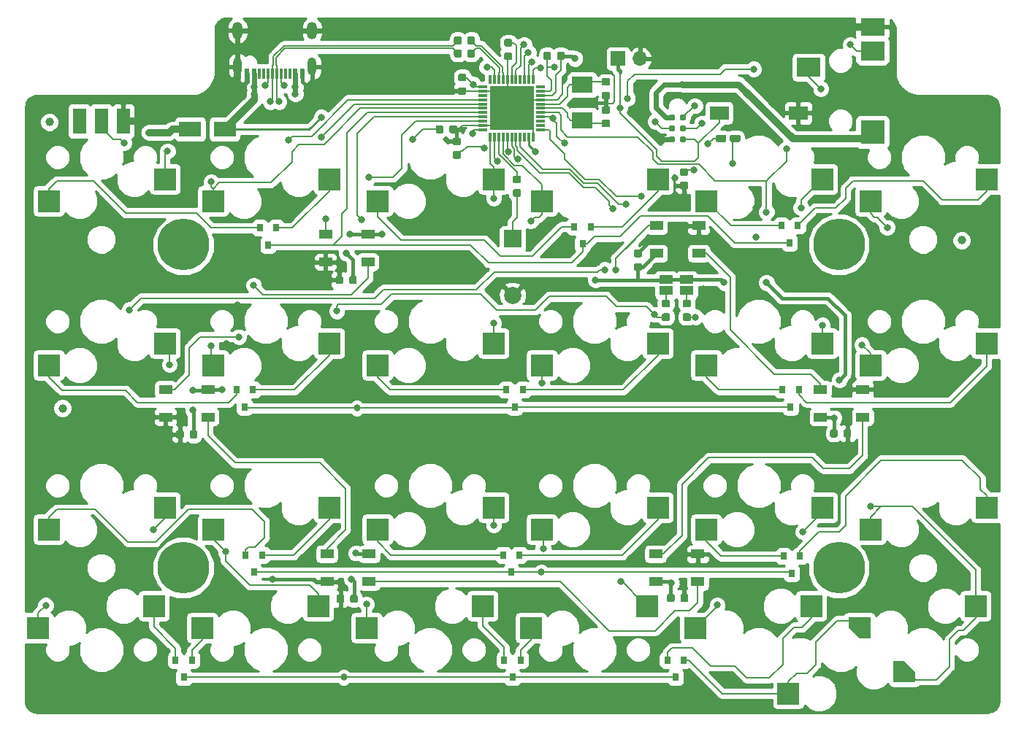
<source format=gbr>
%TF.GenerationSoftware,KiCad,Pcbnew,5.0.2-5.fc29*%
%TF.CreationDate,2019-03-27T11:45:15+01:00*%
%TF.ProjectId,vitamins_included,76697461-6d69-46e7-935f-696e636c7564,rev?*%
%TF.SameCoordinates,Original*%
%TF.FileFunction,Copper,L2,Bot*%
%TF.FilePolarity,Positive*%
%FSLAX46Y46*%
G04 Gerber Fmt 4.6, Leading zero omitted, Abs format (unit mm)*
G04 Created by KiCad (PCBNEW 5.0.2-5.fc29) date 2019-03-27T11:45:15 CET*
%MOMM*%
%LPD*%
G01*
G04 APERTURE LIST*
%ADD10C,0.100000*%
%ADD11C,0.875000*%
%ADD12C,0.787400*%
%ADD13R,2.550000X2.500000*%
%ADD14R,1.500000X1.000000*%
%ADD15R,0.800000X0.900000*%
%ADD16R,2.180000X1.600000*%
%ADD17R,1.500000X3.000000*%
%ADD18C,0.850000*%
%ADD19R,0.299720X0.998220*%
%ADD20R,0.998220X0.299720*%
%ADD21R,5.080000X5.080000*%
%ADD22C,6.000000*%
%ADD23R,2.400000X1.900000*%
%ADD24O,1.000000X2.100000*%
%ADD25O,1.200000X2.000000*%
%ADD26R,0.300000X1.160000*%
%ADD27R,0.600000X1.160000*%
%ADD28C,1.000000*%
%ADD29R,1.700000X1.700000*%
%ADD30O,1.700000X1.700000*%
%ADD31R,2.500000X1.800000*%
%ADD32R,2.800000X2.000000*%
%ADD33R,2.800000X2.200000*%
%ADD34R,2.800000X2.800000*%
%ADD35R,2.000000X2.000000*%
%ADD36C,2.000000*%
%ADD37C,0.800000*%
%ADD38C,0.152400*%
%ADD39C,0.203200*%
%ADD40C,0.400000*%
%ADD41C,0.609600*%
%ADD42C,0.200000*%
%ADD43C,0.812800*%
%ADD44C,0.600000*%
%ADD45C,0.254000*%
%ADD46C,0.800000*%
G04 APERTURE END LIST*
D10*
G36*
X71977691Y-27576053D02*
X71998926Y-27579203D01*
X72019750Y-27584419D01*
X72039962Y-27591651D01*
X72059368Y-27600830D01*
X72077781Y-27611866D01*
X72095024Y-27624654D01*
X72110930Y-27639070D01*
X72125346Y-27654976D01*
X72138134Y-27672219D01*
X72149170Y-27690632D01*
X72158349Y-27710038D01*
X72165581Y-27730250D01*
X72170797Y-27751074D01*
X72173947Y-27772309D01*
X72175000Y-27793750D01*
X72175000Y-28231250D01*
X72173947Y-28252691D01*
X72170797Y-28273926D01*
X72165581Y-28294750D01*
X72158349Y-28314962D01*
X72149170Y-28334368D01*
X72138134Y-28352781D01*
X72125346Y-28370024D01*
X72110930Y-28385930D01*
X72095024Y-28400346D01*
X72077781Y-28413134D01*
X72059368Y-28424170D01*
X72039962Y-28433349D01*
X72019750Y-28440581D01*
X71998926Y-28445797D01*
X71977691Y-28448947D01*
X71956250Y-28450000D01*
X71443750Y-28450000D01*
X71422309Y-28448947D01*
X71401074Y-28445797D01*
X71380250Y-28440581D01*
X71360038Y-28433349D01*
X71340632Y-28424170D01*
X71322219Y-28413134D01*
X71304976Y-28400346D01*
X71289070Y-28385930D01*
X71274654Y-28370024D01*
X71261866Y-28352781D01*
X71250830Y-28334368D01*
X71241651Y-28314962D01*
X71234419Y-28294750D01*
X71229203Y-28273926D01*
X71226053Y-28252691D01*
X71225000Y-28231250D01*
X71225000Y-27793750D01*
X71226053Y-27772309D01*
X71229203Y-27751074D01*
X71234419Y-27730250D01*
X71241651Y-27710038D01*
X71250830Y-27690632D01*
X71261866Y-27672219D01*
X71274654Y-27654976D01*
X71289070Y-27639070D01*
X71304976Y-27624654D01*
X71322219Y-27611866D01*
X71340632Y-27600830D01*
X71360038Y-27591651D01*
X71380250Y-27584419D01*
X71401074Y-27579203D01*
X71422309Y-27576053D01*
X71443750Y-27575000D01*
X71956250Y-27575000D01*
X71977691Y-27576053D01*
X71977691Y-27576053D01*
G37*
D11*
X71700000Y-28012500D03*
D10*
G36*
X71977691Y-29151053D02*
X71998926Y-29154203D01*
X72019750Y-29159419D01*
X72039962Y-29166651D01*
X72059368Y-29175830D01*
X72077781Y-29186866D01*
X72095024Y-29199654D01*
X72110930Y-29214070D01*
X72125346Y-29229976D01*
X72138134Y-29247219D01*
X72149170Y-29265632D01*
X72158349Y-29285038D01*
X72165581Y-29305250D01*
X72170797Y-29326074D01*
X72173947Y-29347309D01*
X72175000Y-29368750D01*
X72175000Y-29806250D01*
X72173947Y-29827691D01*
X72170797Y-29848926D01*
X72165581Y-29869750D01*
X72158349Y-29889962D01*
X72149170Y-29909368D01*
X72138134Y-29927781D01*
X72125346Y-29945024D01*
X72110930Y-29960930D01*
X72095024Y-29975346D01*
X72077781Y-29988134D01*
X72059368Y-29999170D01*
X72039962Y-30008349D01*
X72019750Y-30015581D01*
X71998926Y-30020797D01*
X71977691Y-30023947D01*
X71956250Y-30025000D01*
X71443750Y-30025000D01*
X71422309Y-30023947D01*
X71401074Y-30020797D01*
X71380250Y-30015581D01*
X71360038Y-30008349D01*
X71340632Y-29999170D01*
X71322219Y-29988134D01*
X71304976Y-29975346D01*
X71289070Y-29960930D01*
X71274654Y-29945024D01*
X71261866Y-29927781D01*
X71250830Y-29909368D01*
X71241651Y-29889962D01*
X71234419Y-29869750D01*
X71229203Y-29848926D01*
X71226053Y-29827691D01*
X71225000Y-29806250D01*
X71225000Y-29368750D01*
X71226053Y-29347309D01*
X71229203Y-29326074D01*
X71234419Y-29305250D01*
X71241651Y-29285038D01*
X71250830Y-29265632D01*
X71261866Y-29247219D01*
X71274654Y-29229976D01*
X71289070Y-29214070D01*
X71304976Y-29199654D01*
X71322219Y-29186866D01*
X71340632Y-29175830D01*
X71360038Y-29166651D01*
X71380250Y-29159419D01*
X71401074Y-29154203D01*
X71422309Y-29151053D01*
X71443750Y-29150000D01*
X71956250Y-29150000D01*
X71977691Y-29151053D01*
X71977691Y-29151053D01*
G37*
D11*
X71700000Y-29587500D03*
D12*
X75615000Y-14770000D03*
X76885000Y-14770000D03*
X75615000Y-13500000D03*
X76885000Y-13500000D03*
X75615000Y-12230000D03*
X76885000Y-12230000D03*
D13*
X16860000Y-19390000D03*
X3410000Y-21930000D03*
D14*
X92850000Y-47000000D03*
X92850000Y-43800000D03*
X97750000Y-47000000D03*
X97750000Y-43800000D03*
D10*
G36*
X50977691Y-14576053D02*
X50998926Y-14579203D01*
X51019750Y-14584419D01*
X51039962Y-14591651D01*
X51059368Y-14600830D01*
X51077781Y-14611866D01*
X51095024Y-14624654D01*
X51110930Y-14639070D01*
X51125346Y-14654976D01*
X51138134Y-14672219D01*
X51149170Y-14690632D01*
X51158349Y-14710038D01*
X51165581Y-14730250D01*
X51170797Y-14751074D01*
X51173947Y-14772309D01*
X51175000Y-14793750D01*
X51175000Y-15231250D01*
X51173947Y-15252691D01*
X51170797Y-15273926D01*
X51165581Y-15294750D01*
X51158349Y-15314962D01*
X51149170Y-15334368D01*
X51138134Y-15352781D01*
X51125346Y-15370024D01*
X51110930Y-15385930D01*
X51095024Y-15400346D01*
X51077781Y-15413134D01*
X51059368Y-15424170D01*
X51039962Y-15433349D01*
X51019750Y-15440581D01*
X50998926Y-15445797D01*
X50977691Y-15448947D01*
X50956250Y-15450000D01*
X50443750Y-15450000D01*
X50422309Y-15448947D01*
X50401074Y-15445797D01*
X50380250Y-15440581D01*
X50360038Y-15433349D01*
X50340632Y-15424170D01*
X50322219Y-15413134D01*
X50304976Y-15400346D01*
X50289070Y-15385930D01*
X50274654Y-15370024D01*
X50261866Y-15352781D01*
X50250830Y-15334368D01*
X50241651Y-15314962D01*
X50234419Y-15294750D01*
X50229203Y-15273926D01*
X50226053Y-15252691D01*
X50225000Y-15231250D01*
X50225000Y-14793750D01*
X50226053Y-14772309D01*
X50229203Y-14751074D01*
X50234419Y-14730250D01*
X50241651Y-14710038D01*
X50250830Y-14690632D01*
X50261866Y-14672219D01*
X50274654Y-14654976D01*
X50289070Y-14639070D01*
X50304976Y-14624654D01*
X50322219Y-14611866D01*
X50340632Y-14600830D01*
X50360038Y-14591651D01*
X50380250Y-14584419D01*
X50401074Y-14579203D01*
X50422309Y-14576053D01*
X50443750Y-14575000D01*
X50956250Y-14575000D01*
X50977691Y-14576053D01*
X50977691Y-14576053D01*
G37*
D11*
X50700000Y-15012500D03*
D10*
G36*
X50977691Y-16151053D02*
X50998926Y-16154203D01*
X51019750Y-16159419D01*
X51039962Y-16166651D01*
X51059368Y-16175830D01*
X51077781Y-16186866D01*
X51095024Y-16199654D01*
X51110930Y-16214070D01*
X51125346Y-16229976D01*
X51138134Y-16247219D01*
X51149170Y-16265632D01*
X51158349Y-16285038D01*
X51165581Y-16305250D01*
X51170797Y-16326074D01*
X51173947Y-16347309D01*
X51175000Y-16368750D01*
X51175000Y-16806250D01*
X51173947Y-16827691D01*
X51170797Y-16848926D01*
X51165581Y-16869750D01*
X51158349Y-16889962D01*
X51149170Y-16909368D01*
X51138134Y-16927781D01*
X51125346Y-16945024D01*
X51110930Y-16960930D01*
X51095024Y-16975346D01*
X51077781Y-16988134D01*
X51059368Y-16999170D01*
X51039962Y-17008349D01*
X51019750Y-17015581D01*
X50998926Y-17020797D01*
X50977691Y-17023947D01*
X50956250Y-17025000D01*
X50443750Y-17025000D01*
X50422309Y-17023947D01*
X50401074Y-17020797D01*
X50380250Y-17015581D01*
X50360038Y-17008349D01*
X50340632Y-16999170D01*
X50322219Y-16988134D01*
X50304976Y-16975346D01*
X50289070Y-16960930D01*
X50274654Y-16945024D01*
X50261866Y-16927781D01*
X50250830Y-16909368D01*
X50241651Y-16889962D01*
X50234419Y-16869750D01*
X50229203Y-16848926D01*
X50226053Y-16827691D01*
X50225000Y-16806250D01*
X50225000Y-16368750D01*
X50226053Y-16347309D01*
X50229203Y-16326074D01*
X50234419Y-16305250D01*
X50241651Y-16285038D01*
X50250830Y-16265632D01*
X50261866Y-16247219D01*
X50274654Y-16229976D01*
X50289070Y-16214070D01*
X50304976Y-16199654D01*
X50322219Y-16186866D01*
X50340632Y-16175830D01*
X50360038Y-16166651D01*
X50380250Y-16159419D01*
X50401074Y-16154203D01*
X50422309Y-16151053D01*
X50443750Y-16150000D01*
X50956250Y-16150000D01*
X50977691Y-16151053D01*
X50977691Y-16151053D01*
G37*
D11*
X50700000Y-16587500D03*
D13*
X54960000Y-38440000D03*
X41510000Y-40980000D03*
X78340000Y-71460000D03*
X91790000Y-68920000D03*
D15*
X26100000Y-45838000D03*
X27050000Y-43838000D03*
X25150000Y-43838000D03*
D16*
X81110000Y-11700000D03*
X90290000Y-11700000D03*
D15*
X89538000Y-65142000D03*
X90488000Y-63142000D03*
X88588000Y-63142000D03*
D10*
G36*
X75224191Y-34967053D02*
X75245426Y-34970203D01*
X75266250Y-34975419D01*
X75286462Y-34982651D01*
X75305868Y-34991830D01*
X75324281Y-35002866D01*
X75341524Y-35015654D01*
X75357430Y-35030070D01*
X75371846Y-35045976D01*
X75384634Y-35063219D01*
X75395670Y-35081632D01*
X75404849Y-35101038D01*
X75412081Y-35121250D01*
X75417297Y-35142074D01*
X75420447Y-35163309D01*
X75421500Y-35184750D01*
X75421500Y-35622250D01*
X75420447Y-35643691D01*
X75417297Y-35664926D01*
X75412081Y-35685750D01*
X75404849Y-35705962D01*
X75395670Y-35725368D01*
X75384634Y-35743781D01*
X75371846Y-35761024D01*
X75357430Y-35776930D01*
X75341524Y-35791346D01*
X75324281Y-35804134D01*
X75305868Y-35815170D01*
X75286462Y-35824349D01*
X75266250Y-35831581D01*
X75245426Y-35836797D01*
X75224191Y-35839947D01*
X75202750Y-35841000D01*
X74690250Y-35841000D01*
X74668809Y-35839947D01*
X74647574Y-35836797D01*
X74626750Y-35831581D01*
X74606538Y-35824349D01*
X74587132Y-35815170D01*
X74568719Y-35804134D01*
X74551476Y-35791346D01*
X74535570Y-35776930D01*
X74521154Y-35761024D01*
X74508366Y-35743781D01*
X74497330Y-35725368D01*
X74488151Y-35705962D01*
X74480919Y-35685750D01*
X74475703Y-35664926D01*
X74472553Y-35643691D01*
X74471500Y-35622250D01*
X74471500Y-35184750D01*
X74472553Y-35163309D01*
X74475703Y-35142074D01*
X74480919Y-35121250D01*
X74488151Y-35101038D01*
X74497330Y-35081632D01*
X74508366Y-35063219D01*
X74521154Y-35045976D01*
X74535570Y-35030070D01*
X74551476Y-35015654D01*
X74568719Y-35002866D01*
X74587132Y-34991830D01*
X74606538Y-34982651D01*
X74626750Y-34975419D01*
X74647574Y-34970203D01*
X74668809Y-34967053D01*
X74690250Y-34966000D01*
X75202750Y-34966000D01*
X75224191Y-34967053D01*
X75224191Y-34967053D01*
G37*
D11*
X74946500Y-35403500D03*
D10*
G36*
X75224191Y-33392053D02*
X75245426Y-33395203D01*
X75266250Y-33400419D01*
X75286462Y-33407651D01*
X75305868Y-33416830D01*
X75324281Y-33427866D01*
X75341524Y-33440654D01*
X75357430Y-33455070D01*
X75371846Y-33470976D01*
X75384634Y-33488219D01*
X75395670Y-33506632D01*
X75404849Y-33526038D01*
X75412081Y-33546250D01*
X75417297Y-33567074D01*
X75420447Y-33588309D01*
X75421500Y-33609750D01*
X75421500Y-34047250D01*
X75420447Y-34068691D01*
X75417297Y-34089926D01*
X75412081Y-34110750D01*
X75404849Y-34130962D01*
X75395670Y-34150368D01*
X75384634Y-34168781D01*
X75371846Y-34186024D01*
X75357430Y-34201930D01*
X75341524Y-34216346D01*
X75324281Y-34229134D01*
X75305868Y-34240170D01*
X75286462Y-34249349D01*
X75266250Y-34256581D01*
X75245426Y-34261797D01*
X75224191Y-34264947D01*
X75202750Y-34266000D01*
X74690250Y-34266000D01*
X74668809Y-34264947D01*
X74647574Y-34261797D01*
X74626750Y-34256581D01*
X74606538Y-34249349D01*
X74587132Y-34240170D01*
X74568719Y-34229134D01*
X74551476Y-34216346D01*
X74535570Y-34201930D01*
X74521154Y-34186024D01*
X74508366Y-34168781D01*
X74497330Y-34150368D01*
X74488151Y-34130962D01*
X74480919Y-34110750D01*
X74475703Y-34089926D01*
X74472553Y-34068691D01*
X74471500Y-34047250D01*
X74471500Y-33609750D01*
X74472553Y-33588309D01*
X74475703Y-33567074D01*
X74480919Y-33546250D01*
X74488151Y-33526038D01*
X74497330Y-33506632D01*
X74508366Y-33488219D01*
X74521154Y-33470976D01*
X74535570Y-33455070D01*
X74551476Y-33440654D01*
X74568719Y-33427866D01*
X74587132Y-33416830D01*
X74606538Y-33407651D01*
X74626750Y-33400419D01*
X74647574Y-33395203D01*
X74668809Y-33392053D01*
X74690250Y-33391000D01*
X75202750Y-33391000D01*
X75224191Y-33392053D01*
X75224191Y-33392053D01*
G37*
D11*
X74946500Y-33828500D03*
D10*
G36*
X68277691Y-9251053D02*
X68298926Y-9254203D01*
X68319750Y-9259419D01*
X68339962Y-9266651D01*
X68359368Y-9275830D01*
X68377781Y-9286866D01*
X68395024Y-9299654D01*
X68410930Y-9314070D01*
X68425346Y-9329976D01*
X68438134Y-9347219D01*
X68449170Y-9365632D01*
X68458349Y-9385038D01*
X68465581Y-9405250D01*
X68470797Y-9426074D01*
X68473947Y-9447309D01*
X68475000Y-9468750D01*
X68475000Y-9906250D01*
X68473947Y-9927691D01*
X68470797Y-9948926D01*
X68465581Y-9969750D01*
X68458349Y-9989962D01*
X68449170Y-10009368D01*
X68438134Y-10027781D01*
X68425346Y-10045024D01*
X68410930Y-10060930D01*
X68395024Y-10075346D01*
X68377781Y-10088134D01*
X68359368Y-10099170D01*
X68339962Y-10108349D01*
X68319750Y-10115581D01*
X68298926Y-10120797D01*
X68277691Y-10123947D01*
X68256250Y-10125000D01*
X67743750Y-10125000D01*
X67722309Y-10123947D01*
X67701074Y-10120797D01*
X67680250Y-10115581D01*
X67660038Y-10108349D01*
X67640632Y-10099170D01*
X67622219Y-10088134D01*
X67604976Y-10075346D01*
X67589070Y-10060930D01*
X67574654Y-10045024D01*
X67561866Y-10027781D01*
X67550830Y-10009368D01*
X67541651Y-9989962D01*
X67534419Y-9969750D01*
X67529203Y-9948926D01*
X67526053Y-9927691D01*
X67525000Y-9906250D01*
X67525000Y-9468750D01*
X67526053Y-9447309D01*
X67529203Y-9426074D01*
X67534419Y-9405250D01*
X67541651Y-9385038D01*
X67550830Y-9365632D01*
X67561866Y-9347219D01*
X67574654Y-9329976D01*
X67589070Y-9314070D01*
X67604976Y-9299654D01*
X67622219Y-9286866D01*
X67640632Y-9275830D01*
X67660038Y-9266651D01*
X67680250Y-9259419D01*
X67701074Y-9254203D01*
X67722309Y-9251053D01*
X67743750Y-9250000D01*
X68256250Y-9250000D01*
X68277691Y-9251053D01*
X68277691Y-9251053D01*
G37*
D11*
X68000000Y-9687500D03*
D10*
G36*
X68277691Y-7676053D02*
X68298926Y-7679203D01*
X68319750Y-7684419D01*
X68339962Y-7691651D01*
X68359368Y-7700830D01*
X68377781Y-7711866D01*
X68395024Y-7724654D01*
X68410930Y-7739070D01*
X68425346Y-7754976D01*
X68438134Y-7772219D01*
X68449170Y-7790632D01*
X68458349Y-7810038D01*
X68465581Y-7830250D01*
X68470797Y-7851074D01*
X68473947Y-7872309D01*
X68475000Y-7893750D01*
X68475000Y-8331250D01*
X68473947Y-8352691D01*
X68470797Y-8373926D01*
X68465581Y-8394750D01*
X68458349Y-8414962D01*
X68449170Y-8434368D01*
X68438134Y-8452781D01*
X68425346Y-8470024D01*
X68410930Y-8485930D01*
X68395024Y-8500346D01*
X68377781Y-8513134D01*
X68359368Y-8524170D01*
X68339962Y-8533349D01*
X68319750Y-8540581D01*
X68298926Y-8545797D01*
X68277691Y-8548947D01*
X68256250Y-8550000D01*
X67743750Y-8550000D01*
X67722309Y-8548947D01*
X67701074Y-8545797D01*
X67680250Y-8540581D01*
X67660038Y-8533349D01*
X67640632Y-8524170D01*
X67622219Y-8513134D01*
X67604976Y-8500346D01*
X67589070Y-8485930D01*
X67574654Y-8470024D01*
X67561866Y-8452781D01*
X67550830Y-8434368D01*
X67541651Y-8414962D01*
X67534419Y-8394750D01*
X67529203Y-8373926D01*
X67526053Y-8352691D01*
X67525000Y-8331250D01*
X67525000Y-7893750D01*
X67526053Y-7872309D01*
X67529203Y-7851074D01*
X67534419Y-7830250D01*
X67541651Y-7810038D01*
X67550830Y-7790632D01*
X67561866Y-7772219D01*
X67574654Y-7754976D01*
X67589070Y-7739070D01*
X67604976Y-7724654D01*
X67622219Y-7711866D01*
X67640632Y-7700830D01*
X67660038Y-7691651D01*
X67680250Y-7684419D01*
X67701074Y-7679203D01*
X67722309Y-7676053D01*
X67743750Y-7675000D01*
X68256250Y-7675000D01*
X68277691Y-7676053D01*
X68277691Y-7676053D01*
G37*
D11*
X68000000Y-8112500D03*
D15*
X65281000Y-26915000D03*
X66231000Y-24915000D03*
X64331000Y-24915000D03*
D17*
X6960000Y-12658000D03*
X9500000Y-12658000D03*
X12040000Y-12658000D03*
D10*
G36*
X81758329Y-14226023D02*
X81778957Y-14229083D01*
X81799185Y-14234150D01*
X81818820Y-14241176D01*
X81837672Y-14250092D01*
X81855559Y-14260813D01*
X81872309Y-14273235D01*
X81887760Y-14287240D01*
X81901765Y-14302691D01*
X81914187Y-14319441D01*
X81924908Y-14337328D01*
X81933824Y-14356180D01*
X81940850Y-14375815D01*
X81945917Y-14396043D01*
X81948977Y-14416671D01*
X81950000Y-14437500D01*
X81950000Y-14862500D01*
X81948977Y-14883329D01*
X81945917Y-14903957D01*
X81940850Y-14924185D01*
X81933824Y-14943820D01*
X81924908Y-14962672D01*
X81914187Y-14980559D01*
X81901765Y-14997309D01*
X81887760Y-15012760D01*
X81872309Y-15026765D01*
X81855559Y-15039187D01*
X81837672Y-15049908D01*
X81818820Y-15058824D01*
X81799185Y-15065850D01*
X81778957Y-15070917D01*
X81758329Y-15073977D01*
X81737500Y-15075000D01*
X80937500Y-15075000D01*
X80916671Y-15073977D01*
X80896043Y-15070917D01*
X80875815Y-15065850D01*
X80856180Y-15058824D01*
X80837328Y-15049908D01*
X80819441Y-15039187D01*
X80802691Y-15026765D01*
X80787240Y-15012760D01*
X80773235Y-14997309D01*
X80760813Y-14980559D01*
X80750092Y-14962672D01*
X80741176Y-14943820D01*
X80734150Y-14924185D01*
X80729083Y-14903957D01*
X80726023Y-14883329D01*
X80725000Y-14862500D01*
X80725000Y-14437500D01*
X80726023Y-14416671D01*
X80729083Y-14396043D01*
X80734150Y-14375815D01*
X80741176Y-14356180D01*
X80750092Y-14337328D01*
X80760813Y-14319441D01*
X80773235Y-14302691D01*
X80787240Y-14287240D01*
X80802691Y-14273235D01*
X80819441Y-14260813D01*
X80837328Y-14250092D01*
X80856180Y-14241176D01*
X80875815Y-14234150D01*
X80896043Y-14229083D01*
X80916671Y-14226023D01*
X80937500Y-14225000D01*
X81737500Y-14225000D01*
X81758329Y-14226023D01*
X81758329Y-14226023D01*
G37*
D18*
X81337500Y-14650000D03*
D10*
G36*
X83383329Y-14226023D02*
X83403957Y-14229083D01*
X83424185Y-14234150D01*
X83443820Y-14241176D01*
X83462672Y-14250092D01*
X83480559Y-14260813D01*
X83497309Y-14273235D01*
X83512760Y-14287240D01*
X83526765Y-14302691D01*
X83539187Y-14319441D01*
X83549908Y-14337328D01*
X83558824Y-14356180D01*
X83565850Y-14375815D01*
X83570917Y-14396043D01*
X83573977Y-14416671D01*
X83575000Y-14437500D01*
X83575000Y-14862500D01*
X83573977Y-14883329D01*
X83570917Y-14903957D01*
X83565850Y-14924185D01*
X83558824Y-14943820D01*
X83549908Y-14962672D01*
X83539187Y-14980559D01*
X83526765Y-14997309D01*
X83512760Y-15012760D01*
X83497309Y-15026765D01*
X83480559Y-15039187D01*
X83462672Y-15049908D01*
X83443820Y-15058824D01*
X83424185Y-15065850D01*
X83403957Y-15070917D01*
X83383329Y-15073977D01*
X83362500Y-15075000D01*
X82562500Y-15075000D01*
X82541671Y-15073977D01*
X82521043Y-15070917D01*
X82500815Y-15065850D01*
X82481180Y-15058824D01*
X82462328Y-15049908D01*
X82444441Y-15039187D01*
X82427691Y-15026765D01*
X82412240Y-15012760D01*
X82398235Y-14997309D01*
X82385813Y-14980559D01*
X82375092Y-14962672D01*
X82366176Y-14943820D01*
X82359150Y-14924185D01*
X82354083Y-14903957D01*
X82351023Y-14883329D01*
X82350000Y-14862500D01*
X82350000Y-14437500D01*
X82351023Y-14416671D01*
X82354083Y-14396043D01*
X82359150Y-14375815D01*
X82366176Y-14356180D01*
X82375092Y-14337328D01*
X82385813Y-14319441D01*
X82398235Y-14302691D01*
X82412240Y-14287240D01*
X82427691Y-14273235D01*
X82444441Y-14260813D01*
X82462328Y-14250092D01*
X82481180Y-14241176D01*
X82500815Y-14234150D01*
X82521043Y-14229083D01*
X82541671Y-14226023D01*
X82562500Y-14225000D01*
X83362500Y-14225000D01*
X83383329Y-14226023D01*
X83383329Y-14226023D01*
G37*
D18*
X82962500Y-14650000D03*
D13*
X54960000Y-57490000D03*
X41510000Y-60030000D03*
D15*
X57026000Y-65015000D03*
X57976000Y-63015000D03*
X56076000Y-63015000D03*
D19*
X54568158Y-7825280D03*
X55068538Y-7825280D03*
X55568918Y-7825280D03*
X56069298Y-7825280D03*
X56569678Y-7825280D03*
X57067518Y-7825280D03*
X57565358Y-7825280D03*
X58065738Y-7825280D03*
X58566118Y-7825280D03*
X59066498Y-7825280D03*
X59566878Y-7825280D03*
D20*
X60415238Y-8673640D03*
X60415238Y-9174020D03*
X60415238Y-9674400D03*
X60415238Y-10174780D03*
X60415238Y-10675160D03*
X60415238Y-11173000D03*
X60415238Y-11670840D03*
X60415238Y-12171220D03*
X60415238Y-12671600D03*
X60415238Y-13171980D03*
X60415238Y-13672360D03*
D19*
X59566878Y-14520720D03*
X59066498Y-14520720D03*
X58566118Y-14520720D03*
X58065738Y-14520720D03*
X57565358Y-14520720D03*
X57067518Y-14520720D03*
X56569678Y-14520720D03*
X56069298Y-14520720D03*
X55568918Y-14520720D03*
X55068538Y-14520720D03*
X54568158Y-14520720D03*
D20*
X53719798Y-13672360D03*
X53719798Y-13171980D03*
X53719798Y-12671600D03*
X53719798Y-12171220D03*
X53719798Y-11670840D03*
X53719798Y-11173000D03*
X53719798Y-10675160D03*
X53719798Y-10174780D03*
X53719798Y-9674400D03*
X53719798Y-9174020D03*
X53719798Y-8673640D03*
D21*
X57067518Y-11173000D03*
D10*
G36*
X38915191Y-30626053D02*
X38936426Y-30629203D01*
X38957250Y-30634419D01*
X38977462Y-30641651D01*
X38996868Y-30650830D01*
X39015281Y-30661866D01*
X39032524Y-30674654D01*
X39048430Y-30689070D01*
X39062846Y-30704976D01*
X39075634Y-30722219D01*
X39086670Y-30740632D01*
X39095849Y-30760038D01*
X39103081Y-30780250D01*
X39108297Y-30801074D01*
X39111447Y-30822309D01*
X39112500Y-30843750D01*
X39112500Y-31356250D01*
X39111447Y-31377691D01*
X39108297Y-31398926D01*
X39103081Y-31419750D01*
X39095849Y-31439962D01*
X39086670Y-31459368D01*
X39075634Y-31477781D01*
X39062846Y-31495024D01*
X39048430Y-31510930D01*
X39032524Y-31525346D01*
X39015281Y-31538134D01*
X38996868Y-31549170D01*
X38977462Y-31558349D01*
X38957250Y-31565581D01*
X38936426Y-31570797D01*
X38915191Y-31573947D01*
X38893750Y-31575000D01*
X38456250Y-31575000D01*
X38434809Y-31573947D01*
X38413574Y-31570797D01*
X38392750Y-31565581D01*
X38372538Y-31558349D01*
X38353132Y-31549170D01*
X38334719Y-31538134D01*
X38317476Y-31525346D01*
X38301570Y-31510930D01*
X38287154Y-31495024D01*
X38274366Y-31477781D01*
X38263330Y-31459368D01*
X38254151Y-31439962D01*
X38246919Y-31419750D01*
X38241703Y-31398926D01*
X38238553Y-31377691D01*
X38237500Y-31356250D01*
X38237500Y-30843750D01*
X38238553Y-30822309D01*
X38241703Y-30801074D01*
X38246919Y-30780250D01*
X38254151Y-30760038D01*
X38263330Y-30740632D01*
X38274366Y-30722219D01*
X38287154Y-30704976D01*
X38301570Y-30689070D01*
X38317476Y-30674654D01*
X38334719Y-30661866D01*
X38353132Y-30650830D01*
X38372538Y-30641651D01*
X38392750Y-30634419D01*
X38413574Y-30629203D01*
X38434809Y-30626053D01*
X38456250Y-30625000D01*
X38893750Y-30625000D01*
X38915191Y-30626053D01*
X38915191Y-30626053D01*
G37*
D11*
X38675000Y-31100000D03*
D10*
G36*
X37340191Y-30626053D02*
X37361426Y-30629203D01*
X37382250Y-30634419D01*
X37402462Y-30641651D01*
X37421868Y-30650830D01*
X37440281Y-30661866D01*
X37457524Y-30674654D01*
X37473430Y-30689070D01*
X37487846Y-30704976D01*
X37500634Y-30722219D01*
X37511670Y-30740632D01*
X37520849Y-30760038D01*
X37528081Y-30780250D01*
X37533297Y-30801074D01*
X37536447Y-30822309D01*
X37537500Y-30843750D01*
X37537500Y-31356250D01*
X37536447Y-31377691D01*
X37533297Y-31398926D01*
X37528081Y-31419750D01*
X37520849Y-31439962D01*
X37511670Y-31459368D01*
X37500634Y-31477781D01*
X37487846Y-31495024D01*
X37473430Y-31510930D01*
X37457524Y-31525346D01*
X37440281Y-31538134D01*
X37421868Y-31549170D01*
X37402462Y-31558349D01*
X37382250Y-31565581D01*
X37361426Y-31570797D01*
X37340191Y-31573947D01*
X37318750Y-31575000D01*
X36881250Y-31575000D01*
X36859809Y-31573947D01*
X36838574Y-31570797D01*
X36817750Y-31565581D01*
X36797538Y-31558349D01*
X36778132Y-31549170D01*
X36759719Y-31538134D01*
X36742476Y-31525346D01*
X36726570Y-31510930D01*
X36712154Y-31495024D01*
X36699366Y-31477781D01*
X36688330Y-31459368D01*
X36679151Y-31439962D01*
X36671919Y-31419750D01*
X36666703Y-31398926D01*
X36663553Y-31377691D01*
X36662500Y-31356250D01*
X36662500Y-30843750D01*
X36663553Y-30822309D01*
X36666703Y-30801074D01*
X36671919Y-30780250D01*
X36679151Y-30760038D01*
X36688330Y-30740632D01*
X36699366Y-30722219D01*
X36712154Y-30704976D01*
X36726570Y-30689070D01*
X36742476Y-30674654D01*
X36759719Y-30661866D01*
X36778132Y-30650830D01*
X36797538Y-30641651D01*
X36817750Y-30634419D01*
X36838574Y-30629203D01*
X36859809Y-30626053D01*
X36881250Y-30625000D01*
X37318750Y-30625000D01*
X37340191Y-30626053D01*
X37340191Y-30626053D01*
G37*
D11*
X37100000Y-31100000D03*
D14*
X73750000Y-66100000D03*
X73750000Y-62900000D03*
X78650000Y-66100000D03*
X78650000Y-62900000D03*
D13*
X35910000Y-57490000D03*
X22460000Y-60030000D03*
X21190000Y-71460000D03*
X34640000Y-68920000D03*
D15*
X18103000Y-75207000D03*
X20003000Y-75207000D03*
X19053000Y-77207000D03*
D14*
X21850000Y-43800000D03*
X21850000Y-47000000D03*
X16950000Y-43800000D03*
X16950000Y-47000000D03*
D13*
X59290000Y-71460000D03*
X72740000Y-68920000D03*
X93060000Y-57490000D03*
X79610000Y-60030000D03*
D15*
X88450000Y-43838000D03*
X90350000Y-43838000D03*
X89400000Y-45838000D03*
D13*
X74010000Y-19390000D03*
X60560000Y-21930000D03*
D22*
X95000000Y-27000000D03*
D10*
G36*
X77637191Y-34967053D02*
X77658426Y-34970203D01*
X77679250Y-34975419D01*
X77699462Y-34982651D01*
X77718868Y-34991830D01*
X77737281Y-35002866D01*
X77754524Y-35015654D01*
X77770430Y-35030070D01*
X77784846Y-35045976D01*
X77797634Y-35063219D01*
X77808670Y-35081632D01*
X77817849Y-35101038D01*
X77825081Y-35121250D01*
X77830297Y-35142074D01*
X77833447Y-35163309D01*
X77834500Y-35184750D01*
X77834500Y-35622250D01*
X77833447Y-35643691D01*
X77830297Y-35664926D01*
X77825081Y-35685750D01*
X77817849Y-35705962D01*
X77808670Y-35725368D01*
X77797634Y-35743781D01*
X77784846Y-35761024D01*
X77770430Y-35776930D01*
X77754524Y-35791346D01*
X77737281Y-35804134D01*
X77718868Y-35815170D01*
X77699462Y-35824349D01*
X77679250Y-35831581D01*
X77658426Y-35836797D01*
X77637191Y-35839947D01*
X77615750Y-35841000D01*
X77103250Y-35841000D01*
X77081809Y-35839947D01*
X77060574Y-35836797D01*
X77039750Y-35831581D01*
X77019538Y-35824349D01*
X77000132Y-35815170D01*
X76981719Y-35804134D01*
X76964476Y-35791346D01*
X76948570Y-35776930D01*
X76934154Y-35761024D01*
X76921366Y-35743781D01*
X76910330Y-35725368D01*
X76901151Y-35705962D01*
X76893919Y-35685750D01*
X76888703Y-35664926D01*
X76885553Y-35643691D01*
X76884500Y-35622250D01*
X76884500Y-35184750D01*
X76885553Y-35163309D01*
X76888703Y-35142074D01*
X76893919Y-35121250D01*
X76901151Y-35101038D01*
X76910330Y-35081632D01*
X76921366Y-35063219D01*
X76934154Y-35045976D01*
X76948570Y-35030070D01*
X76964476Y-35015654D01*
X76981719Y-35002866D01*
X77000132Y-34991830D01*
X77019538Y-34982651D01*
X77039750Y-34975419D01*
X77060574Y-34970203D01*
X77081809Y-34967053D01*
X77103250Y-34966000D01*
X77615750Y-34966000D01*
X77637191Y-34967053D01*
X77637191Y-34967053D01*
G37*
D11*
X77359500Y-35403500D03*
D10*
G36*
X77637191Y-33392053D02*
X77658426Y-33395203D01*
X77679250Y-33400419D01*
X77699462Y-33407651D01*
X77718868Y-33416830D01*
X77737281Y-33427866D01*
X77754524Y-33440654D01*
X77770430Y-33455070D01*
X77784846Y-33470976D01*
X77797634Y-33488219D01*
X77808670Y-33506632D01*
X77817849Y-33526038D01*
X77825081Y-33546250D01*
X77830297Y-33567074D01*
X77833447Y-33588309D01*
X77834500Y-33609750D01*
X77834500Y-34047250D01*
X77833447Y-34068691D01*
X77830297Y-34089926D01*
X77825081Y-34110750D01*
X77817849Y-34130962D01*
X77808670Y-34150368D01*
X77797634Y-34168781D01*
X77784846Y-34186024D01*
X77770430Y-34201930D01*
X77754524Y-34216346D01*
X77737281Y-34229134D01*
X77718868Y-34240170D01*
X77699462Y-34249349D01*
X77679250Y-34256581D01*
X77658426Y-34261797D01*
X77637191Y-34264947D01*
X77615750Y-34266000D01*
X77103250Y-34266000D01*
X77081809Y-34264947D01*
X77060574Y-34261797D01*
X77039750Y-34256581D01*
X77019538Y-34249349D01*
X77000132Y-34240170D01*
X76981719Y-34229134D01*
X76964476Y-34216346D01*
X76948570Y-34201930D01*
X76934154Y-34186024D01*
X76921366Y-34168781D01*
X76910330Y-34150368D01*
X76901151Y-34130962D01*
X76893919Y-34110750D01*
X76888703Y-34089926D01*
X76885553Y-34068691D01*
X76884500Y-34047250D01*
X76884500Y-33609750D01*
X76885553Y-33588309D01*
X76888703Y-33567074D01*
X76893919Y-33546250D01*
X76901151Y-33526038D01*
X76910330Y-33506632D01*
X76921366Y-33488219D01*
X76934154Y-33470976D01*
X76948570Y-33455070D01*
X76964476Y-33440654D01*
X76981719Y-33427866D01*
X77000132Y-33416830D01*
X77019538Y-33407651D01*
X77039750Y-33400419D01*
X77060574Y-33395203D01*
X77081809Y-33392053D01*
X77103250Y-33391000D01*
X77615750Y-33391000D01*
X77637191Y-33392053D01*
X77637191Y-33392053D01*
G37*
D11*
X77359500Y-33828500D03*
D22*
X95000000Y-64500000D03*
D10*
G36*
X96227691Y-48426053D02*
X96248926Y-48429203D01*
X96269750Y-48434419D01*
X96289962Y-48441651D01*
X96309368Y-48450830D01*
X96327781Y-48461866D01*
X96345024Y-48474654D01*
X96360930Y-48489070D01*
X96375346Y-48504976D01*
X96388134Y-48522219D01*
X96399170Y-48540632D01*
X96408349Y-48560038D01*
X96415581Y-48580250D01*
X96420797Y-48601074D01*
X96423947Y-48622309D01*
X96425000Y-48643750D01*
X96425000Y-49156250D01*
X96423947Y-49177691D01*
X96420797Y-49198926D01*
X96415581Y-49219750D01*
X96408349Y-49239962D01*
X96399170Y-49259368D01*
X96388134Y-49277781D01*
X96375346Y-49295024D01*
X96360930Y-49310930D01*
X96345024Y-49325346D01*
X96327781Y-49338134D01*
X96309368Y-49349170D01*
X96289962Y-49358349D01*
X96269750Y-49365581D01*
X96248926Y-49370797D01*
X96227691Y-49373947D01*
X96206250Y-49375000D01*
X95768750Y-49375000D01*
X95747309Y-49373947D01*
X95726074Y-49370797D01*
X95705250Y-49365581D01*
X95685038Y-49358349D01*
X95665632Y-49349170D01*
X95647219Y-49338134D01*
X95629976Y-49325346D01*
X95614070Y-49310930D01*
X95599654Y-49295024D01*
X95586866Y-49277781D01*
X95575830Y-49259368D01*
X95566651Y-49239962D01*
X95559419Y-49219750D01*
X95554203Y-49198926D01*
X95551053Y-49177691D01*
X95550000Y-49156250D01*
X95550000Y-48643750D01*
X95551053Y-48622309D01*
X95554203Y-48601074D01*
X95559419Y-48580250D01*
X95566651Y-48560038D01*
X95575830Y-48540632D01*
X95586866Y-48522219D01*
X95599654Y-48504976D01*
X95614070Y-48489070D01*
X95629976Y-48474654D01*
X95647219Y-48461866D01*
X95665632Y-48450830D01*
X95685038Y-48441651D01*
X95705250Y-48434419D01*
X95726074Y-48429203D01*
X95747309Y-48426053D01*
X95768750Y-48425000D01*
X96206250Y-48425000D01*
X96227691Y-48426053D01*
X96227691Y-48426053D01*
G37*
D11*
X95987500Y-48900000D03*
D10*
G36*
X94652691Y-48426053D02*
X94673926Y-48429203D01*
X94694750Y-48434419D01*
X94714962Y-48441651D01*
X94734368Y-48450830D01*
X94752781Y-48461866D01*
X94770024Y-48474654D01*
X94785930Y-48489070D01*
X94800346Y-48504976D01*
X94813134Y-48522219D01*
X94824170Y-48540632D01*
X94833349Y-48560038D01*
X94840581Y-48580250D01*
X94845797Y-48601074D01*
X94848947Y-48622309D01*
X94850000Y-48643750D01*
X94850000Y-49156250D01*
X94848947Y-49177691D01*
X94845797Y-49198926D01*
X94840581Y-49219750D01*
X94833349Y-49239962D01*
X94824170Y-49259368D01*
X94813134Y-49277781D01*
X94800346Y-49295024D01*
X94785930Y-49310930D01*
X94770024Y-49325346D01*
X94752781Y-49338134D01*
X94734368Y-49349170D01*
X94714962Y-49358349D01*
X94694750Y-49365581D01*
X94673926Y-49370797D01*
X94652691Y-49373947D01*
X94631250Y-49375000D01*
X94193750Y-49375000D01*
X94172309Y-49373947D01*
X94151074Y-49370797D01*
X94130250Y-49365581D01*
X94110038Y-49358349D01*
X94090632Y-49349170D01*
X94072219Y-49338134D01*
X94054976Y-49325346D01*
X94039070Y-49310930D01*
X94024654Y-49295024D01*
X94011866Y-49277781D01*
X94000830Y-49259368D01*
X93991651Y-49239962D01*
X93984419Y-49219750D01*
X93979203Y-49198926D01*
X93976053Y-49177691D01*
X93975000Y-49156250D01*
X93975000Y-48643750D01*
X93976053Y-48622309D01*
X93979203Y-48601074D01*
X93984419Y-48580250D01*
X93991651Y-48560038D01*
X94000830Y-48540632D01*
X94011866Y-48522219D01*
X94024654Y-48504976D01*
X94039070Y-48489070D01*
X94054976Y-48474654D01*
X94072219Y-48461866D01*
X94090632Y-48450830D01*
X94110038Y-48441651D01*
X94130250Y-48434419D01*
X94151074Y-48429203D01*
X94172309Y-48426053D01*
X94193750Y-48425000D01*
X94631250Y-48425000D01*
X94652691Y-48426053D01*
X94652691Y-48426053D01*
G37*
D11*
X94412500Y-48900000D03*
D10*
G36*
X37452691Y-67626053D02*
X37473926Y-67629203D01*
X37494750Y-67634419D01*
X37514962Y-67641651D01*
X37534368Y-67650830D01*
X37552781Y-67661866D01*
X37570024Y-67674654D01*
X37585930Y-67689070D01*
X37600346Y-67704976D01*
X37613134Y-67722219D01*
X37624170Y-67740632D01*
X37633349Y-67760038D01*
X37640581Y-67780250D01*
X37645797Y-67801074D01*
X37648947Y-67822309D01*
X37650000Y-67843750D01*
X37650000Y-68356250D01*
X37648947Y-68377691D01*
X37645797Y-68398926D01*
X37640581Y-68419750D01*
X37633349Y-68439962D01*
X37624170Y-68459368D01*
X37613134Y-68477781D01*
X37600346Y-68495024D01*
X37585930Y-68510930D01*
X37570024Y-68525346D01*
X37552781Y-68538134D01*
X37534368Y-68549170D01*
X37514962Y-68558349D01*
X37494750Y-68565581D01*
X37473926Y-68570797D01*
X37452691Y-68573947D01*
X37431250Y-68575000D01*
X36993750Y-68575000D01*
X36972309Y-68573947D01*
X36951074Y-68570797D01*
X36930250Y-68565581D01*
X36910038Y-68558349D01*
X36890632Y-68549170D01*
X36872219Y-68538134D01*
X36854976Y-68525346D01*
X36839070Y-68510930D01*
X36824654Y-68495024D01*
X36811866Y-68477781D01*
X36800830Y-68459368D01*
X36791651Y-68439962D01*
X36784419Y-68419750D01*
X36779203Y-68398926D01*
X36776053Y-68377691D01*
X36775000Y-68356250D01*
X36775000Y-67843750D01*
X36776053Y-67822309D01*
X36779203Y-67801074D01*
X36784419Y-67780250D01*
X36791651Y-67760038D01*
X36800830Y-67740632D01*
X36811866Y-67722219D01*
X36824654Y-67704976D01*
X36839070Y-67689070D01*
X36854976Y-67674654D01*
X36872219Y-67661866D01*
X36890632Y-67650830D01*
X36910038Y-67641651D01*
X36930250Y-67634419D01*
X36951074Y-67629203D01*
X36972309Y-67626053D01*
X36993750Y-67625000D01*
X37431250Y-67625000D01*
X37452691Y-67626053D01*
X37452691Y-67626053D01*
G37*
D11*
X37212500Y-68100000D03*
D10*
G36*
X39027691Y-67626053D02*
X39048926Y-67629203D01*
X39069750Y-67634419D01*
X39089962Y-67641651D01*
X39109368Y-67650830D01*
X39127781Y-67661866D01*
X39145024Y-67674654D01*
X39160930Y-67689070D01*
X39175346Y-67704976D01*
X39188134Y-67722219D01*
X39199170Y-67740632D01*
X39208349Y-67760038D01*
X39215581Y-67780250D01*
X39220797Y-67801074D01*
X39223947Y-67822309D01*
X39225000Y-67843750D01*
X39225000Y-68356250D01*
X39223947Y-68377691D01*
X39220797Y-68398926D01*
X39215581Y-68419750D01*
X39208349Y-68439962D01*
X39199170Y-68459368D01*
X39188134Y-68477781D01*
X39175346Y-68495024D01*
X39160930Y-68510930D01*
X39145024Y-68525346D01*
X39127781Y-68538134D01*
X39109368Y-68549170D01*
X39089962Y-68558349D01*
X39069750Y-68565581D01*
X39048926Y-68570797D01*
X39027691Y-68573947D01*
X39006250Y-68575000D01*
X38568750Y-68575000D01*
X38547309Y-68573947D01*
X38526074Y-68570797D01*
X38505250Y-68565581D01*
X38485038Y-68558349D01*
X38465632Y-68549170D01*
X38447219Y-68538134D01*
X38429976Y-68525346D01*
X38414070Y-68510930D01*
X38399654Y-68495024D01*
X38386866Y-68477781D01*
X38375830Y-68459368D01*
X38366651Y-68439962D01*
X38359419Y-68419750D01*
X38354203Y-68398926D01*
X38351053Y-68377691D01*
X38350000Y-68356250D01*
X38350000Y-67843750D01*
X38351053Y-67822309D01*
X38354203Y-67801074D01*
X38359419Y-67780250D01*
X38366651Y-67760038D01*
X38375830Y-67740632D01*
X38386866Y-67722219D01*
X38399654Y-67704976D01*
X38414070Y-67689070D01*
X38429976Y-67674654D01*
X38447219Y-67661866D01*
X38465632Y-67650830D01*
X38485038Y-67641651D01*
X38505250Y-67634419D01*
X38526074Y-67629203D01*
X38547309Y-67626053D01*
X38568750Y-67625000D01*
X39006250Y-67625000D01*
X39027691Y-67626053D01*
X39027691Y-67626053D01*
G37*
D11*
X38787500Y-68100000D03*
D13*
X40240000Y-71460000D03*
X53690000Y-68920000D03*
D23*
X65250000Y-12550000D03*
X65250000Y-8450000D03*
D24*
X25280000Y-6310000D03*
X33920000Y-6310000D03*
D25*
X25280000Y-2140000D03*
X33920000Y-2140000D03*
D26*
X28850000Y-7130000D03*
X29350000Y-7130000D03*
X29850000Y-7130000D03*
X27850000Y-7130000D03*
X28350000Y-7130000D03*
X30850000Y-7130000D03*
X30350000Y-7130000D03*
X31350000Y-7130000D03*
D27*
X27200000Y-7130000D03*
X27200000Y-7130000D03*
X26400000Y-7130000D03*
X26400000Y-7130000D03*
X32000000Y-7130000D03*
X32800000Y-7130000D03*
X32000000Y-7130000D03*
X32800000Y-7130000D03*
D14*
X77359500Y-31063000D03*
X77359500Y-32333000D03*
D28*
X5000000Y-46000000D03*
D13*
X16860000Y-38440000D03*
X3410000Y-40980000D03*
X35910000Y-38440000D03*
X22460000Y-40980000D03*
D29*
X69400000Y-5400000D03*
D30*
X71940000Y-5400000D03*
D31*
X23800000Y-13600000D03*
X19800000Y-13600000D03*
D13*
X54960000Y-19390000D03*
X41510000Y-21930000D03*
X112110000Y-38440000D03*
X98660000Y-40980000D03*
D32*
X98892500Y-1728000D03*
D33*
X91492500Y-6428000D03*
X98892500Y-4528000D03*
D34*
X98892500Y-13928000D03*
D10*
G36*
X20427691Y-48526053D02*
X20448926Y-48529203D01*
X20469750Y-48534419D01*
X20489962Y-48541651D01*
X20509368Y-48550830D01*
X20527781Y-48561866D01*
X20545024Y-48574654D01*
X20560930Y-48589070D01*
X20575346Y-48604976D01*
X20588134Y-48622219D01*
X20599170Y-48640632D01*
X20608349Y-48660038D01*
X20615581Y-48680250D01*
X20620797Y-48701074D01*
X20623947Y-48722309D01*
X20625000Y-48743750D01*
X20625000Y-49256250D01*
X20623947Y-49277691D01*
X20620797Y-49298926D01*
X20615581Y-49319750D01*
X20608349Y-49339962D01*
X20599170Y-49359368D01*
X20588134Y-49377781D01*
X20575346Y-49395024D01*
X20560930Y-49410930D01*
X20545024Y-49425346D01*
X20527781Y-49438134D01*
X20509368Y-49449170D01*
X20489962Y-49458349D01*
X20469750Y-49465581D01*
X20448926Y-49470797D01*
X20427691Y-49473947D01*
X20406250Y-49475000D01*
X19968750Y-49475000D01*
X19947309Y-49473947D01*
X19926074Y-49470797D01*
X19905250Y-49465581D01*
X19885038Y-49458349D01*
X19865632Y-49449170D01*
X19847219Y-49438134D01*
X19829976Y-49425346D01*
X19814070Y-49410930D01*
X19799654Y-49395024D01*
X19786866Y-49377781D01*
X19775830Y-49359368D01*
X19766651Y-49339962D01*
X19759419Y-49319750D01*
X19754203Y-49298926D01*
X19751053Y-49277691D01*
X19750000Y-49256250D01*
X19750000Y-48743750D01*
X19751053Y-48722309D01*
X19754203Y-48701074D01*
X19759419Y-48680250D01*
X19766651Y-48660038D01*
X19775830Y-48640632D01*
X19786866Y-48622219D01*
X19799654Y-48604976D01*
X19814070Y-48589070D01*
X19829976Y-48574654D01*
X19847219Y-48561866D01*
X19865632Y-48550830D01*
X19885038Y-48541651D01*
X19905250Y-48534419D01*
X19926074Y-48529203D01*
X19947309Y-48526053D01*
X19968750Y-48525000D01*
X20406250Y-48525000D01*
X20427691Y-48526053D01*
X20427691Y-48526053D01*
G37*
D11*
X20187500Y-49000000D03*
D10*
G36*
X18852691Y-48526053D02*
X18873926Y-48529203D01*
X18894750Y-48534419D01*
X18914962Y-48541651D01*
X18934368Y-48550830D01*
X18952781Y-48561866D01*
X18970024Y-48574654D01*
X18985930Y-48589070D01*
X19000346Y-48604976D01*
X19013134Y-48622219D01*
X19024170Y-48640632D01*
X19033349Y-48660038D01*
X19040581Y-48680250D01*
X19045797Y-48701074D01*
X19048947Y-48722309D01*
X19050000Y-48743750D01*
X19050000Y-49256250D01*
X19048947Y-49277691D01*
X19045797Y-49298926D01*
X19040581Y-49319750D01*
X19033349Y-49339962D01*
X19024170Y-49359368D01*
X19013134Y-49377781D01*
X19000346Y-49395024D01*
X18985930Y-49410930D01*
X18970024Y-49425346D01*
X18952781Y-49438134D01*
X18934368Y-49449170D01*
X18914962Y-49458349D01*
X18894750Y-49465581D01*
X18873926Y-49470797D01*
X18852691Y-49473947D01*
X18831250Y-49475000D01*
X18393750Y-49475000D01*
X18372309Y-49473947D01*
X18351074Y-49470797D01*
X18330250Y-49465581D01*
X18310038Y-49458349D01*
X18290632Y-49449170D01*
X18272219Y-49438134D01*
X18254976Y-49425346D01*
X18239070Y-49410930D01*
X18224654Y-49395024D01*
X18211866Y-49377781D01*
X18200830Y-49359368D01*
X18191651Y-49339962D01*
X18184419Y-49319750D01*
X18179203Y-49298926D01*
X18176053Y-49277691D01*
X18175000Y-49256250D01*
X18175000Y-48743750D01*
X18176053Y-48722309D01*
X18179203Y-48701074D01*
X18184419Y-48680250D01*
X18191651Y-48660038D01*
X18200830Y-48640632D01*
X18211866Y-48622219D01*
X18224654Y-48604976D01*
X18239070Y-48589070D01*
X18254976Y-48574654D01*
X18272219Y-48561866D01*
X18290632Y-48550830D01*
X18310038Y-48541651D01*
X18330250Y-48534419D01*
X18351074Y-48529203D01*
X18372309Y-48526053D01*
X18393750Y-48525000D01*
X18831250Y-48525000D01*
X18852691Y-48526053D01*
X18852691Y-48526053D01*
G37*
D11*
X18612500Y-49000000D03*
D13*
X74010000Y-57490000D03*
X60560000Y-60030000D03*
D10*
G36*
X77327691Y-18126053D02*
X77348926Y-18129203D01*
X77369750Y-18134419D01*
X77389962Y-18141651D01*
X77409368Y-18150830D01*
X77427781Y-18161866D01*
X77445024Y-18174654D01*
X77460930Y-18189070D01*
X77475346Y-18204976D01*
X77488134Y-18222219D01*
X77499170Y-18240632D01*
X77508349Y-18260038D01*
X77515581Y-18280250D01*
X77520797Y-18301074D01*
X77523947Y-18322309D01*
X77525000Y-18343750D01*
X77525000Y-18781250D01*
X77523947Y-18802691D01*
X77520797Y-18823926D01*
X77515581Y-18844750D01*
X77508349Y-18864962D01*
X77499170Y-18884368D01*
X77488134Y-18902781D01*
X77475346Y-18920024D01*
X77460930Y-18935930D01*
X77445024Y-18950346D01*
X77427781Y-18963134D01*
X77409368Y-18974170D01*
X77389962Y-18983349D01*
X77369750Y-18990581D01*
X77348926Y-18995797D01*
X77327691Y-18998947D01*
X77306250Y-19000000D01*
X76793750Y-19000000D01*
X76772309Y-18998947D01*
X76751074Y-18995797D01*
X76730250Y-18990581D01*
X76710038Y-18983349D01*
X76690632Y-18974170D01*
X76672219Y-18963134D01*
X76654976Y-18950346D01*
X76639070Y-18935930D01*
X76624654Y-18920024D01*
X76611866Y-18902781D01*
X76600830Y-18884368D01*
X76591651Y-18864962D01*
X76584419Y-18844750D01*
X76579203Y-18823926D01*
X76576053Y-18802691D01*
X76575000Y-18781250D01*
X76575000Y-18343750D01*
X76576053Y-18322309D01*
X76579203Y-18301074D01*
X76584419Y-18280250D01*
X76591651Y-18260038D01*
X76600830Y-18240632D01*
X76611866Y-18222219D01*
X76624654Y-18204976D01*
X76639070Y-18189070D01*
X76654976Y-18174654D01*
X76672219Y-18161866D01*
X76690632Y-18150830D01*
X76710038Y-18141651D01*
X76730250Y-18134419D01*
X76751074Y-18129203D01*
X76772309Y-18126053D01*
X76793750Y-18125000D01*
X77306250Y-18125000D01*
X77327691Y-18126053D01*
X77327691Y-18126053D01*
G37*
D11*
X77050000Y-18562500D03*
D10*
G36*
X77327691Y-19701053D02*
X77348926Y-19704203D01*
X77369750Y-19709419D01*
X77389962Y-19716651D01*
X77409368Y-19725830D01*
X77427781Y-19736866D01*
X77445024Y-19749654D01*
X77460930Y-19764070D01*
X77475346Y-19779976D01*
X77488134Y-19797219D01*
X77499170Y-19815632D01*
X77508349Y-19835038D01*
X77515581Y-19855250D01*
X77520797Y-19876074D01*
X77523947Y-19897309D01*
X77525000Y-19918750D01*
X77525000Y-20356250D01*
X77523947Y-20377691D01*
X77520797Y-20398926D01*
X77515581Y-20419750D01*
X77508349Y-20439962D01*
X77499170Y-20459368D01*
X77488134Y-20477781D01*
X77475346Y-20495024D01*
X77460930Y-20510930D01*
X77445024Y-20525346D01*
X77427781Y-20538134D01*
X77409368Y-20549170D01*
X77389962Y-20558349D01*
X77369750Y-20565581D01*
X77348926Y-20570797D01*
X77327691Y-20573947D01*
X77306250Y-20575000D01*
X76793750Y-20575000D01*
X76772309Y-20573947D01*
X76751074Y-20570797D01*
X76730250Y-20565581D01*
X76710038Y-20558349D01*
X76690632Y-20549170D01*
X76672219Y-20538134D01*
X76654976Y-20525346D01*
X76639070Y-20510930D01*
X76624654Y-20495024D01*
X76611866Y-20477781D01*
X76600830Y-20459368D01*
X76591651Y-20439962D01*
X76584419Y-20419750D01*
X76579203Y-20398926D01*
X76576053Y-20377691D01*
X76575000Y-20356250D01*
X76575000Y-19918750D01*
X76576053Y-19897309D01*
X76579203Y-19876074D01*
X76584419Y-19855250D01*
X76591651Y-19835038D01*
X76600830Y-19815632D01*
X76611866Y-19797219D01*
X76624654Y-19779976D01*
X76639070Y-19764070D01*
X76654976Y-19749654D01*
X76672219Y-19736866D01*
X76690632Y-19725830D01*
X76710038Y-19716651D01*
X76730250Y-19709419D01*
X76751074Y-19704203D01*
X76772309Y-19701053D01*
X76793750Y-19700000D01*
X77306250Y-19700000D01*
X77327691Y-19701053D01*
X77327691Y-19701053D01*
G37*
D11*
X77050000Y-20137500D03*
D10*
G36*
X68277691Y-10926053D02*
X68298926Y-10929203D01*
X68319750Y-10934419D01*
X68339962Y-10941651D01*
X68359368Y-10950830D01*
X68377781Y-10961866D01*
X68395024Y-10974654D01*
X68410930Y-10989070D01*
X68425346Y-11004976D01*
X68438134Y-11022219D01*
X68449170Y-11040632D01*
X68458349Y-11060038D01*
X68465581Y-11080250D01*
X68470797Y-11101074D01*
X68473947Y-11122309D01*
X68475000Y-11143750D01*
X68475000Y-11581250D01*
X68473947Y-11602691D01*
X68470797Y-11623926D01*
X68465581Y-11644750D01*
X68458349Y-11664962D01*
X68449170Y-11684368D01*
X68438134Y-11702781D01*
X68425346Y-11720024D01*
X68410930Y-11735930D01*
X68395024Y-11750346D01*
X68377781Y-11763134D01*
X68359368Y-11774170D01*
X68339962Y-11783349D01*
X68319750Y-11790581D01*
X68298926Y-11795797D01*
X68277691Y-11798947D01*
X68256250Y-11800000D01*
X67743750Y-11800000D01*
X67722309Y-11798947D01*
X67701074Y-11795797D01*
X67680250Y-11790581D01*
X67660038Y-11783349D01*
X67640632Y-11774170D01*
X67622219Y-11763134D01*
X67604976Y-11750346D01*
X67589070Y-11735930D01*
X67574654Y-11720024D01*
X67561866Y-11702781D01*
X67550830Y-11684368D01*
X67541651Y-11664962D01*
X67534419Y-11644750D01*
X67529203Y-11623926D01*
X67526053Y-11602691D01*
X67525000Y-11581250D01*
X67525000Y-11143750D01*
X67526053Y-11122309D01*
X67529203Y-11101074D01*
X67534419Y-11080250D01*
X67541651Y-11060038D01*
X67550830Y-11040632D01*
X67561866Y-11022219D01*
X67574654Y-11004976D01*
X67589070Y-10989070D01*
X67604976Y-10974654D01*
X67622219Y-10961866D01*
X67640632Y-10950830D01*
X67660038Y-10941651D01*
X67680250Y-10934419D01*
X67701074Y-10929203D01*
X67722309Y-10926053D01*
X67743750Y-10925000D01*
X68256250Y-10925000D01*
X68277691Y-10926053D01*
X68277691Y-10926053D01*
G37*
D11*
X68000000Y-11362500D03*
D10*
G36*
X68277691Y-12501053D02*
X68298926Y-12504203D01*
X68319750Y-12509419D01*
X68339962Y-12516651D01*
X68359368Y-12525830D01*
X68377781Y-12536866D01*
X68395024Y-12549654D01*
X68410930Y-12564070D01*
X68425346Y-12579976D01*
X68438134Y-12597219D01*
X68449170Y-12615632D01*
X68458349Y-12635038D01*
X68465581Y-12655250D01*
X68470797Y-12676074D01*
X68473947Y-12697309D01*
X68475000Y-12718750D01*
X68475000Y-13156250D01*
X68473947Y-13177691D01*
X68470797Y-13198926D01*
X68465581Y-13219750D01*
X68458349Y-13239962D01*
X68449170Y-13259368D01*
X68438134Y-13277781D01*
X68425346Y-13295024D01*
X68410930Y-13310930D01*
X68395024Y-13325346D01*
X68377781Y-13338134D01*
X68359368Y-13349170D01*
X68339962Y-13358349D01*
X68319750Y-13365581D01*
X68298926Y-13370797D01*
X68277691Y-13373947D01*
X68256250Y-13375000D01*
X67743750Y-13375000D01*
X67722309Y-13373947D01*
X67701074Y-13370797D01*
X67680250Y-13365581D01*
X67660038Y-13358349D01*
X67640632Y-13349170D01*
X67622219Y-13338134D01*
X67604976Y-13325346D01*
X67589070Y-13310930D01*
X67574654Y-13295024D01*
X67561866Y-13277781D01*
X67550830Y-13259368D01*
X67541651Y-13239962D01*
X67534419Y-13219750D01*
X67529203Y-13198926D01*
X67526053Y-13177691D01*
X67525000Y-13156250D01*
X67525000Y-12718750D01*
X67526053Y-12697309D01*
X67529203Y-12676074D01*
X67534419Y-12655250D01*
X67541651Y-12635038D01*
X67550830Y-12615632D01*
X67561866Y-12597219D01*
X67574654Y-12579976D01*
X67589070Y-12564070D01*
X67604976Y-12549654D01*
X67622219Y-12536866D01*
X67640632Y-12525830D01*
X67660038Y-12516651D01*
X67680250Y-12509419D01*
X67701074Y-12504203D01*
X67722309Y-12501053D01*
X67743750Y-12500000D01*
X68256250Y-12500000D01*
X68277691Y-12501053D01*
X68277691Y-12501053D01*
G37*
D11*
X68000000Y-12937500D03*
D13*
X93060000Y-38440000D03*
X79610000Y-40980000D03*
D22*
X19000000Y-64500000D03*
D10*
G36*
X52627691Y-2826053D02*
X52648926Y-2829203D01*
X52669750Y-2834419D01*
X52689962Y-2841651D01*
X52709368Y-2850830D01*
X52727781Y-2861866D01*
X52745024Y-2874654D01*
X52760930Y-2889070D01*
X52775346Y-2904976D01*
X52788134Y-2922219D01*
X52799170Y-2940632D01*
X52808349Y-2960038D01*
X52815581Y-2980250D01*
X52820797Y-3001074D01*
X52823947Y-3022309D01*
X52825000Y-3043750D01*
X52825000Y-3556250D01*
X52823947Y-3577691D01*
X52820797Y-3598926D01*
X52815581Y-3619750D01*
X52808349Y-3639962D01*
X52799170Y-3659368D01*
X52788134Y-3677781D01*
X52775346Y-3695024D01*
X52760930Y-3710930D01*
X52745024Y-3725346D01*
X52727781Y-3738134D01*
X52709368Y-3749170D01*
X52689962Y-3758349D01*
X52669750Y-3765581D01*
X52648926Y-3770797D01*
X52627691Y-3773947D01*
X52606250Y-3775000D01*
X52168750Y-3775000D01*
X52147309Y-3773947D01*
X52126074Y-3770797D01*
X52105250Y-3765581D01*
X52085038Y-3758349D01*
X52065632Y-3749170D01*
X52047219Y-3738134D01*
X52029976Y-3725346D01*
X52014070Y-3710930D01*
X51999654Y-3695024D01*
X51986866Y-3677781D01*
X51975830Y-3659368D01*
X51966651Y-3639962D01*
X51959419Y-3619750D01*
X51954203Y-3598926D01*
X51951053Y-3577691D01*
X51950000Y-3556250D01*
X51950000Y-3043750D01*
X51951053Y-3022309D01*
X51954203Y-3001074D01*
X51959419Y-2980250D01*
X51966651Y-2960038D01*
X51975830Y-2940632D01*
X51986866Y-2922219D01*
X51999654Y-2904976D01*
X52014070Y-2889070D01*
X52029976Y-2874654D01*
X52047219Y-2861866D01*
X52065632Y-2850830D01*
X52085038Y-2841651D01*
X52105250Y-2834419D01*
X52126074Y-2829203D01*
X52147309Y-2826053D01*
X52168750Y-2825000D01*
X52606250Y-2825000D01*
X52627691Y-2826053D01*
X52627691Y-2826053D01*
G37*
D11*
X52387500Y-3300000D03*
D10*
G36*
X51052691Y-2826053D02*
X51073926Y-2829203D01*
X51094750Y-2834419D01*
X51114962Y-2841651D01*
X51134368Y-2850830D01*
X51152781Y-2861866D01*
X51170024Y-2874654D01*
X51185930Y-2889070D01*
X51200346Y-2904976D01*
X51213134Y-2922219D01*
X51224170Y-2940632D01*
X51233349Y-2960038D01*
X51240581Y-2980250D01*
X51245797Y-3001074D01*
X51248947Y-3022309D01*
X51250000Y-3043750D01*
X51250000Y-3556250D01*
X51248947Y-3577691D01*
X51245797Y-3598926D01*
X51240581Y-3619750D01*
X51233349Y-3639962D01*
X51224170Y-3659368D01*
X51213134Y-3677781D01*
X51200346Y-3695024D01*
X51185930Y-3710930D01*
X51170024Y-3725346D01*
X51152781Y-3738134D01*
X51134368Y-3749170D01*
X51114962Y-3758349D01*
X51094750Y-3765581D01*
X51073926Y-3770797D01*
X51052691Y-3773947D01*
X51031250Y-3775000D01*
X50593750Y-3775000D01*
X50572309Y-3773947D01*
X50551074Y-3770797D01*
X50530250Y-3765581D01*
X50510038Y-3758349D01*
X50490632Y-3749170D01*
X50472219Y-3738134D01*
X50454976Y-3725346D01*
X50439070Y-3710930D01*
X50424654Y-3695024D01*
X50411866Y-3677781D01*
X50400830Y-3659368D01*
X50391651Y-3639962D01*
X50384419Y-3619750D01*
X50379203Y-3598926D01*
X50376053Y-3577691D01*
X50375000Y-3556250D01*
X50375000Y-3043750D01*
X50376053Y-3022309D01*
X50379203Y-3001074D01*
X50384419Y-2980250D01*
X50391651Y-2960038D01*
X50400830Y-2940632D01*
X50411866Y-2922219D01*
X50424654Y-2904976D01*
X50439070Y-2889070D01*
X50454976Y-2874654D01*
X50472219Y-2861866D01*
X50490632Y-2850830D01*
X50510038Y-2841651D01*
X50530250Y-2834419D01*
X50551074Y-2829203D01*
X50572309Y-2826053D01*
X50593750Y-2825000D01*
X51031250Y-2825000D01*
X51052691Y-2826053D01*
X51052691Y-2826053D01*
G37*
D11*
X50812500Y-3300000D03*
D35*
X57176000Y-26296000D03*
D36*
X57176000Y-32896000D03*
D13*
X16860000Y-57490000D03*
X3410000Y-60030000D03*
X2140000Y-71460000D03*
X15590000Y-68920000D03*
D15*
X27181000Y-65015000D03*
X28131000Y-63015000D03*
X26231000Y-63015000D03*
D13*
X93060000Y-19390000D03*
X79610000Y-21930000D03*
D10*
G36*
X52627691Y-4326053D02*
X52648926Y-4329203D01*
X52669750Y-4334419D01*
X52689962Y-4341651D01*
X52709368Y-4350830D01*
X52727781Y-4361866D01*
X52745024Y-4374654D01*
X52760930Y-4389070D01*
X52775346Y-4404976D01*
X52788134Y-4422219D01*
X52799170Y-4440632D01*
X52808349Y-4460038D01*
X52815581Y-4480250D01*
X52820797Y-4501074D01*
X52823947Y-4522309D01*
X52825000Y-4543750D01*
X52825000Y-5056250D01*
X52823947Y-5077691D01*
X52820797Y-5098926D01*
X52815581Y-5119750D01*
X52808349Y-5139962D01*
X52799170Y-5159368D01*
X52788134Y-5177781D01*
X52775346Y-5195024D01*
X52760930Y-5210930D01*
X52745024Y-5225346D01*
X52727781Y-5238134D01*
X52709368Y-5249170D01*
X52689962Y-5258349D01*
X52669750Y-5265581D01*
X52648926Y-5270797D01*
X52627691Y-5273947D01*
X52606250Y-5275000D01*
X52168750Y-5275000D01*
X52147309Y-5273947D01*
X52126074Y-5270797D01*
X52105250Y-5265581D01*
X52085038Y-5258349D01*
X52065632Y-5249170D01*
X52047219Y-5238134D01*
X52029976Y-5225346D01*
X52014070Y-5210930D01*
X51999654Y-5195024D01*
X51986866Y-5177781D01*
X51975830Y-5159368D01*
X51966651Y-5139962D01*
X51959419Y-5119750D01*
X51954203Y-5098926D01*
X51951053Y-5077691D01*
X51950000Y-5056250D01*
X51950000Y-4543750D01*
X51951053Y-4522309D01*
X51954203Y-4501074D01*
X51959419Y-4480250D01*
X51966651Y-4460038D01*
X51975830Y-4440632D01*
X51986866Y-4422219D01*
X51999654Y-4404976D01*
X52014070Y-4389070D01*
X52029976Y-4374654D01*
X52047219Y-4361866D01*
X52065632Y-4350830D01*
X52085038Y-4341651D01*
X52105250Y-4334419D01*
X52126074Y-4329203D01*
X52147309Y-4326053D01*
X52168750Y-4325000D01*
X52606250Y-4325000D01*
X52627691Y-4326053D01*
X52627691Y-4326053D01*
G37*
D11*
X52387500Y-4800000D03*
D10*
G36*
X51052691Y-4326053D02*
X51073926Y-4329203D01*
X51094750Y-4334419D01*
X51114962Y-4341651D01*
X51134368Y-4350830D01*
X51152781Y-4361866D01*
X51170024Y-4374654D01*
X51185930Y-4389070D01*
X51200346Y-4404976D01*
X51213134Y-4422219D01*
X51224170Y-4440632D01*
X51233349Y-4460038D01*
X51240581Y-4480250D01*
X51245797Y-4501074D01*
X51248947Y-4522309D01*
X51250000Y-4543750D01*
X51250000Y-5056250D01*
X51248947Y-5077691D01*
X51245797Y-5098926D01*
X51240581Y-5119750D01*
X51233349Y-5139962D01*
X51224170Y-5159368D01*
X51213134Y-5177781D01*
X51200346Y-5195024D01*
X51185930Y-5210930D01*
X51170024Y-5225346D01*
X51152781Y-5238134D01*
X51134368Y-5249170D01*
X51114962Y-5258349D01*
X51094750Y-5265581D01*
X51073926Y-5270797D01*
X51052691Y-5273947D01*
X51031250Y-5275000D01*
X50593750Y-5275000D01*
X50572309Y-5273947D01*
X50551074Y-5270797D01*
X50530250Y-5265581D01*
X50510038Y-5258349D01*
X50490632Y-5249170D01*
X50472219Y-5238134D01*
X50454976Y-5225346D01*
X50439070Y-5210930D01*
X50424654Y-5195024D01*
X50411866Y-5177781D01*
X50400830Y-5159368D01*
X50391651Y-5139962D01*
X50384419Y-5119750D01*
X50379203Y-5098926D01*
X50376053Y-5077691D01*
X50375000Y-5056250D01*
X50375000Y-4543750D01*
X50376053Y-4522309D01*
X50379203Y-4501074D01*
X50384419Y-4480250D01*
X50391651Y-4460038D01*
X50400830Y-4440632D01*
X50411866Y-4422219D01*
X50424654Y-4404976D01*
X50439070Y-4389070D01*
X50454976Y-4374654D01*
X50472219Y-4361866D01*
X50490632Y-4350830D01*
X50510038Y-4341651D01*
X50530250Y-4334419D01*
X50551074Y-4329203D01*
X50572309Y-4326053D01*
X50593750Y-4325000D01*
X51031250Y-4325000D01*
X51052691Y-4326053D01*
X51052691Y-4326053D01*
G37*
D11*
X50812500Y-4800000D03*
D13*
X74010000Y-38440000D03*
X60560000Y-40980000D03*
D15*
X57407000Y-45838000D03*
X58357000Y-43838000D03*
X56457000Y-43838000D03*
D14*
X35500000Y-29000000D03*
X35500000Y-25800000D03*
X40400000Y-29000000D03*
X40400000Y-25800000D03*
D13*
X35910000Y-19390000D03*
X22460000Y-21930000D03*
D28*
X102585000Y-76540000D03*
D10*
G36*
X103860000Y-76540000D02*
X103860000Y-77790000D01*
X101310000Y-77790000D01*
X101310000Y-75290000D01*
X102585000Y-75290000D01*
X103860000Y-76540000D01*
X103860000Y-76540000D01*
G37*
D13*
X89135000Y-79080000D03*
D15*
X57153000Y-77207000D03*
X58103000Y-75207000D03*
X56203000Y-75207000D03*
D10*
G36*
X75752691Y-67526053D02*
X75773926Y-67529203D01*
X75794750Y-67534419D01*
X75814962Y-67541651D01*
X75834368Y-67550830D01*
X75852781Y-67561866D01*
X75870024Y-67574654D01*
X75885930Y-67589070D01*
X75900346Y-67604976D01*
X75913134Y-67622219D01*
X75924170Y-67640632D01*
X75933349Y-67660038D01*
X75940581Y-67680250D01*
X75945797Y-67701074D01*
X75948947Y-67722309D01*
X75950000Y-67743750D01*
X75950000Y-68256250D01*
X75948947Y-68277691D01*
X75945797Y-68298926D01*
X75940581Y-68319750D01*
X75933349Y-68339962D01*
X75924170Y-68359368D01*
X75913134Y-68377781D01*
X75900346Y-68395024D01*
X75885930Y-68410930D01*
X75870024Y-68425346D01*
X75852781Y-68438134D01*
X75834368Y-68449170D01*
X75814962Y-68458349D01*
X75794750Y-68465581D01*
X75773926Y-68470797D01*
X75752691Y-68473947D01*
X75731250Y-68475000D01*
X75293750Y-68475000D01*
X75272309Y-68473947D01*
X75251074Y-68470797D01*
X75230250Y-68465581D01*
X75210038Y-68458349D01*
X75190632Y-68449170D01*
X75172219Y-68438134D01*
X75154976Y-68425346D01*
X75139070Y-68410930D01*
X75124654Y-68395024D01*
X75111866Y-68377781D01*
X75100830Y-68359368D01*
X75091651Y-68339962D01*
X75084419Y-68319750D01*
X75079203Y-68298926D01*
X75076053Y-68277691D01*
X75075000Y-68256250D01*
X75075000Y-67743750D01*
X75076053Y-67722309D01*
X75079203Y-67701074D01*
X75084419Y-67680250D01*
X75091651Y-67660038D01*
X75100830Y-67640632D01*
X75111866Y-67622219D01*
X75124654Y-67604976D01*
X75139070Y-67589070D01*
X75154976Y-67574654D01*
X75172219Y-67561866D01*
X75190632Y-67550830D01*
X75210038Y-67541651D01*
X75230250Y-67534419D01*
X75251074Y-67529203D01*
X75272309Y-67526053D01*
X75293750Y-67525000D01*
X75731250Y-67525000D01*
X75752691Y-67526053D01*
X75752691Y-67526053D01*
G37*
D11*
X75512500Y-68000000D03*
D10*
G36*
X77327691Y-67526053D02*
X77348926Y-67529203D01*
X77369750Y-67534419D01*
X77389962Y-67541651D01*
X77409368Y-67550830D01*
X77427781Y-67561866D01*
X77445024Y-67574654D01*
X77460930Y-67589070D01*
X77475346Y-67604976D01*
X77488134Y-67622219D01*
X77499170Y-67640632D01*
X77508349Y-67660038D01*
X77515581Y-67680250D01*
X77520797Y-67701074D01*
X77523947Y-67722309D01*
X77525000Y-67743750D01*
X77525000Y-68256250D01*
X77523947Y-68277691D01*
X77520797Y-68298926D01*
X77515581Y-68319750D01*
X77508349Y-68339962D01*
X77499170Y-68359368D01*
X77488134Y-68377781D01*
X77475346Y-68395024D01*
X77460930Y-68410930D01*
X77445024Y-68425346D01*
X77427781Y-68438134D01*
X77409368Y-68449170D01*
X77389962Y-68458349D01*
X77369750Y-68465581D01*
X77348926Y-68470797D01*
X77327691Y-68473947D01*
X77306250Y-68475000D01*
X76868750Y-68475000D01*
X76847309Y-68473947D01*
X76826074Y-68470797D01*
X76805250Y-68465581D01*
X76785038Y-68458349D01*
X76765632Y-68449170D01*
X76747219Y-68438134D01*
X76729976Y-68425346D01*
X76714070Y-68410930D01*
X76699654Y-68395024D01*
X76686866Y-68377781D01*
X76675830Y-68359368D01*
X76666651Y-68339962D01*
X76659419Y-68319750D01*
X76654203Y-68298926D01*
X76651053Y-68277691D01*
X76650000Y-68256250D01*
X76650000Y-67743750D01*
X76651053Y-67722309D01*
X76654203Y-67701074D01*
X76659419Y-67680250D01*
X76666651Y-67660038D01*
X76675830Y-67640632D01*
X76686866Y-67622219D01*
X76699654Y-67604976D01*
X76714070Y-67589070D01*
X76729976Y-67574654D01*
X76747219Y-67561866D01*
X76765632Y-67550830D01*
X76785038Y-67541651D01*
X76805250Y-67534419D01*
X76826074Y-67529203D01*
X76847309Y-67526053D01*
X76868750Y-67525000D01*
X77306250Y-67525000D01*
X77327691Y-67526053D01*
X77327691Y-67526053D01*
G37*
D11*
X77087500Y-68000000D03*
D15*
X88334000Y-24788000D03*
X90234000Y-24788000D03*
X89284000Y-26788000D03*
D28*
X3500000Y-12750000D03*
D14*
X73850000Y-28000000D03*
X73850000Y-24800000D03*
X78750000Y-28000000D03*
X78750000Y-24800000D03*
D10*
G36*
X50527691Y-13126053D02*
X50548926Y-13129203D01*
X50569750Y-13134419D01*
X50589962Y-13141651D01*
X50609368Y-13150830D01*
X50627781Y-13161866D01*
X50645024Y-13174654D01*
X50660930Y-13189070D01*
X50675346Y-13204976D01*
X50688134Y-13222219D01*
X50699170Y-13240632D01*
X50708349Y-13260038D01*
X50715581Y-13280250D01*
X50720797Y-13301074D01*
X50723947Y-13322309D01*
X50725000Y-13343750D01*
X50725000Y-13856250D01*
X50723947Y-13877691D01*
X50720797Y-13898926D01*
X50715581Y-13919750D01*
X50708349Y-13939962D01*
X50699170Y-13959368D01*
X50688134Y-13977781D01*
X50675346Y-13995024D01*
X50660930Y-14010930D01*
X50645024Y-14025346D01*
X50627781Y-14038134D01*
X50609368Y-14049170D01*
X50589962Y-14058349D01*
X50569750Y-14065581D01*
X50548926Y-14070797D01*
X50527691Y-14073947D01*
X50506250Y-14075000D01*
X50068750Y-14075000D01*
X50047309Y-14073947D01*
X50026074Y-14070797D01*
X50005250Y-14065581D01*
X49985038Y-14058349D01*
X49965632Y-14049170D01*
X49947219Y-14038134D01*
X49929976Y-14025346D01*
X49914070Y-14010930D01*
X49899654Y-13995024D01*
X49886866Y-13977781D01*
X49875830Y-13959368D01*
X49866651Y-13939962D01*
X49859419Y-13919750D01*
X49854203Y-13898926D01*
X49851053Y-13877691D01*
X49850000Y-13856250D01*
X49850000Y-13343750D01*
X49851053Y-13322309D01*
X49854203Y-13301074D01*
X49859419Y-13280250D01*
X49866651Y-13260038D01*
X49875830Y-13240632D01*
X49886866Y-13222219D01*
X49899654Y-13204976D01*
X49914070Y-13189070D01*
X49929976Y-13174654D01*
X49947219Y-13161866D01*
X49965632Y-13150830D01*
X49985038Y-13141651D01*
X50005250Y-13134419D01*
X50026074Y-13129203D01*
X50047309Y-13126053D01*
X50068750Y-13125000D01*
X50506250Y-13125000D01*
X50527691Y-13126053D01*
X50527691Y-13126053D01*
G37*
D11*
X50287500Y-13600000D03*
D10*
G36*
X48952691Y-13126053D02*
X48973926Y-13129203D01*
X48994750Y-13134419D01*
X49014962Y-13141651D01*
X49034368Y-13150830D01*
X49052781Y-13161866D01*
X49070024Y-13174654D01*
X49085930Y-13189070D01*
X49100346Y-13204976D01*
X49113134Y-13222219D01*
X49124170Y-13240632D01*
X49133349Y-13260038D01*
X49140581Y-13280250D01*
X49145797Y-13301074D01*
X49148947Y-13322309D01*
X49150000Y-13343750D01*
X49150000Y-13856250D01*
X49148947Y-13877691D01*
X49145797Y-13898926D01*
X49140581Y-13919750D01*
X49133349Y-13939962D01*
X49124170Y-13959368D01*
X49113134Y-13977781D01*
X49100346Y-13995024D01*
X49085930Y-14010930D01*
X49070024Y-14025346D01*
X49052781Y-14038134D01*
X49034368Y-14049170D01*
X49014962Y-14058349D01*
X48994750Y-14065581D01*
X48973926Y-14070797D01*
X48952691Y-14073947D01*
X48931250Y-14075000D01*
X48493750Y-14075000D01*
X48472309Y-14073947D01*
X48451074Y-14070797D01*
X48430250Y-14065581D01*
X48410038Y-14058349D01*
X48390632Y-14049170D01*
X48372219Y-14038134D01*
X48354976Y-14025346D01*
X48339070Y-14010930D01*
X48324654Y-13995024D01*
X48311866Y-13977781D01*
X48300830Y-13959368D01*
X48291651Y-13939962D01*
X48284419Y-13919750D01*
X48279203Y-13898926D01*
X48276053Y-13877691D01*
X48275000Y-13856250D01*
X48275000Y-13343750D01*
X48276053Y-13322309D01*
X48279203Y-13301074D01*
X48284419Y-13280250D01*
X48291651Y-13260038D01*
X48300830Y-13240632D01*
X48311866Y-13222219D01*
X48324654Y-13204976D01*
X48339070Y-13189070D01*
X48354976Y-13174654D01*
X48372219Y-13161866D01*
X48390632Y-13150830D01*
X48410038Y-13141651D01*
X48430250Y-13134419D01*
X48451074Y-13129203D01*
X48472309Y-13126053D01*
X48493750Y-13125000D01*
X48931250Y-13125000D01*
X48952691Y-13126053D01*
X48952691Y-13126053D01*
G37*
D11*
X48712500Y-13600000D03*
D10*
G36*
X57961691Y-20551053D02*
X57982926Y-20554203D01*
X58003750Y-20559419D01*
X58023962Y-20566651D01*
X58043368Y-20575830D01*
X58061781Y-20586866D01*
X58079024Y-20599654D01*
X58094930Y-20614070D01*
X58109346Y-20629976D01*
X58122134Y-20647219D01*
X58133170Y-20665632D01*
X58142349Y-20685038D01*
X58149581Y-20705250D01*
X58154797Y-20726074D01*
X58157947Y-20747309D01*
X58159000Y-20768750D01*
X58159000Y-21206250D01*
X58157947Y-21227691D01*
X58154797Y-21248926D01*
X58149581Y-21269750D01*
X58142349Y-21289962D01*
X58133170Y-21309368D01*
X58122134Y-21327781D01*
X58109346Y-21345024D01*
X58094930Y-21360930D01*
X58079024Y-21375346D01*
X58061781Y-21388134D01*
X58043368Y-21399170D01*
X58023962Y-21408349D01*
X58003750Y-21415581D01*
X57982926Y-21420797D01*
X57961691Y-21423947D01*
X57940250Y-21425000D01*
X57427750Y-21425000D01*
X57406309Y-21423947D01*
X57385074Y-21420797D01*
X57364250Y-21415581D01*
X57344038Y-21408349D01*
X57324632Y-21399170D01*
X57306219Y-21388134D01*
X57288976Y-21375346D01*
X57273070Y-21360930D01*
X57258654Y-21345024D01*
X57245866Y-21327781D01*
X57234830Y-21309368D01*
X57225651Y-21289962D01*
X57218419Y-21269750D01*
X57213203Y-21248926D01*
X57210053Y-21227691D01*
X57209000Y-21206250D01*
X57209000Y-20768750D01*
X57210053Y-20747309D01*
X57213203Y-20726074D01*
X57218419Y-20705250D01*
X57225651Y-20685038D01*
X57234830Y-20665632D01*
X57245866Y-20647219D01*
X57258654Y-20629976D01*
X57273070Y-20614070D01*
X57288976Y-20599654D01*
X57306219Y-20586866D01*
X57324632Y-20575830D01*
X57344038Y-20566651D01*
X57364250Y-20559419D01*
X57385074Y-20554203D01*
X57406309Y-20551053D01*
X57427750Y-20550000D01*
X57940250Y-20550000D01*
X57961691Y-20551053D01*
X57961691Y-20551053D01*
G37*
D11*
X57684000Y-20987500D03*
D10*
G36*
X57961691Y-18976053D02*
X57982926Y-18979203D01*
X58003750Y-18984419D01*
X58023962Y-18991651D01*
X58043368Y-19000830D01*
X58061781Y-19011866D01*
X58079024Y-19024654D01*
X58094930Y-19039070D01*
X58109346Y-19054976D01*
X58122134Y-19072219D01*
X58133170Y-19090632D01*
X58142349Y-19110038D01*
X58149581Y-19130250D01*
X58154797Y-19151074D01*
X58157947Y-19172309D01*
X58159000Y-19193750D01*
X58159000Y-19631250D01*
X58157947Y-19652691D01*
X58154797Y-19673926D01*
X58149581Y-19694750D01*
X58142349Y-19714962D01*
X58133170Y-19734368D01*
X58122134Y-19752781D01*
X58109346Y-19770024D01*
X58094930Y-19785930D01*
X58079024Y-19800346D01*
X58061781Y-19813134D01*
X58043368Y-19824170D01*
X58023962Y-19833349D01*
X58003750Y-19840581D01*
X57982926Y-19845797D01*
X57961691Y-19848947D01*
X57940250Y-19850000D01*
X57427750Y-19850000D01*
X57406309Y-19848947D01*
X57385074Y-19845797D01*
X57364250Y-19840581D01*
X57344038Y-19833349D01*
X57324632Y-19824170D01*
X57306219Y-19813134D01*
X57288976Y-19800346D01*
X57273070Y-19785930D01*
X57258654Y-19770024D01*
X57245866Y-19752781D01*
X57234830Y-19734368D01*
X57225651Y-19714962D01*
X57218419Y-19694750D01*
X57213203Y-19673926D01*
X57210053Y-19652691D01*
X57209000Y-19631250D01*
X57209000Y-19193750D01*
X57210053Y-19172309D01*
X57213203Y-19151074D01*
X57218419Y-19130250D01*
X57225651Y-19110038D01*
X57234830Y-19090632D01*
X57245866Y-19072219D01*
X57258654Y-19054976D01*
X57273070Y-19039070D01*
X57288976Y-19024654D01*
X57306219Y-19011866D01*
X57324632Y-19000830D01*
X57344038Y-18991651D01*
X57364250Y-18984419D01*
X57385074Y-18979203D01*
X57406309Y-18976053D01*
X57427750Y-18975000D01*
X57940250Y-18975000D01*
X57961691Y-18976053D01*
X57961691Y-18976053D01*
G37*
D11*
X57684000Y-19412500D03*
D13*
X112110000Y-19390000D03*
X98660000Y-21930000D03*
D15*
X27882000Y-25042000D03*
X29782000Y-25042000D03*
X28832000Y-27042000D03*
D22*
X19000000Y-27000000D03*
D28*
X97390000Y-71460000D03*
D10*
G36*
X96115000Y-71460000D02*
X96115000Y-70210000D01*
X98665000Y-70210000D01*
X98665000Y-72710000D01*
X97390000Y-72710000D01*
X96115000Y-71460000D01*
X96115000Y-71460000D01*
G37*
D13*
X110840000Y-68920000D03*
X112110000Y-57490000D03*
X98660000Y-60030000D03*
D10*
G36*
X51611691Y-8740053D02*
X51632926Y-8743203D01*
X51653750Y-8748419D01*
X51673962Y-8755651D01*
X51693368Y-8764830D01*
X51711781Y-8775866D01*
X51729024Y-8788654D01*
X51744930Y-8803070D01*
X51759346Y-8818976D01*
X51772134Y-8836219D01*
X51783170Y-8854632D01*
X51792349Y-8874038D01*
X51799581Y-8894250D01*
X51804797Y-8915074D01*
X51807947Y-8936309D01*
X51809000Y-8957750D01*
X51809000Y-9395250D01*
X51807947Y-9416691D01*
X51804797Y-9437926D01*
X51799581Y-9458750D01*
X51792349Y-9478962D01*
X51783170Y-9498368D01*
X51772134Y-9516781D01*
X51759346Y-9534024D01*
X51744930Y-9549930D01*
X51729024Y-9564346D01*
X51711781Y-9577134D01*
X51693368Y-9588170D01*
X51673962Y-9597349D01*
X51653750Y-9604581D01*
X51632926Y-9609797D01*
X51611691Y-9612947D01*
X51590250Y-9614000D01*
X51077750Y-9614000D01*
X51056309Y-9612947D01*
X51035074Y-9609797D01*
X51014250Y-9604581D01*
X50994038Y-9597349D01*
X50974632Y-9588170D01*
X50956219Y-9577134D01*
X50938976Y-9564346D01*
X50923070Y-9549930D01*
X50908654Y-9534024D01*
X50895866Y-9516781D01*
X50884830Y-9498368D01*
X50875651Y-9478962D01*
X50868419Y-9458750D01*
X50863203Y-9437926D01*
X50860053Y-9416691D01*
X50859000Y-9395250D01*
X50859000Y-8957750D01*
X50860053Y-8936309D01*
X50863203Y-8915074D01*
X50868419Y-8894250D01*
X50875651Y-8874038D01*
X50884830Y-8854632D01*
X50895866Y-8836219D01*
X50908654Y-8818976D01*
X50923070Y-8803070D01*
X50938976Y-8788654D01*
X50956219Y-8775866D01*
X50974632Y-8764830D01*
X50994038Y-8755651D01*
X51014250Y-8748419D01*
X51035074Y-8743203D01*
X51056309Y-8740053D01*
X51077750Y-8739000D01*
X51590250Y-8739000D01*
X51611691Y-8740053D01*
X51611691Y-8740053D01*
G37*
D11*
X51334000Y-9176500D03*
D10*
G36*
X51611691Y-7165053D02*
X51632926Y-7168203D01*
X51653750Y-7173419D01*
X51673962Y-7180651D01*
X51693368Y-7189830D01*
X51711781Y-7200866D01*
X51729024Y-7213654D01*
X51744930Y-7228070D01*
X51759346Y-7243976D01*
X51772134Y-7261219D01*
X51783170Y-7279632D01*
X51792349Y-7299038D01*
X51799581Y-7319250D01*
X51804797Y-7340074D01*
X51807947Y-7361309D01*
X51809000Y-7382750D01*
X51809000Y-7820250D01*
X51807947Y-7841691D01*
X51804797Y-7862926D01*
X51799581Y-7883750D01*
X51792349Y-7903962D01*
X51783170Y-7923368D01*
X51772134Y-7941781D01*
X51759346Y-7959024D01*
X51744930Y-7974930D01*
X51729024Y-7989346D01*
X51711781Y-8002134D01*
X51693368Y-8013170D01*
X51673962Y-8022349D01*
X51653750Y-8029581D01*
X51632926Y-8034797D01*
X51611691Y-8037947D01*
X51590250Y-8039000D01*
X51077750Y-8039000D01*
X51056309Y-8037947D01*
X51035074Y-8034797D01*
X51014250Y-8029581D01*
X50994038Y-8022349D01*
X50974632Y-8013170D01*
X50956219Y-8002134D01*
X50938976Y-7989346D01*
X50923070Y-7974930D01*
X50908654Y-7959024D01*
X50895866Y-7941781D01*
X50884830Y-7923368D01*
X50875651Y-7903962D01*
X50868419Y-7883750D01*
X50863203Y-7862926D01*
X50860053Y-7841691D01*
X50859000Y-7820250D01*
X50859000Y-7382750D01*
X50860053Y-7361309D01*
X50863203Y-7340074D01*
X50868419Y-7319250D01*
X50875651Y-7299038D01*
X50884830Y-7279632D01*
X50895866Y-7261219D01*
X50908654Y-7243976D01*
X50923070Y-7228070D01*
X50938976Y-7213654D01*
X50956219Y-7200866D01*
X50974632Y-7189830D01*
X50994038Y-7180651D01*
X51014250Y-7173419D01*
X51035074Y-7168203D01*
X51056309Y-7165053D01*
X51077750Y-7164000D01*
X51590250Y-7164000D01*
X51611691Y-7165053D01*
X51611691Y-7165053D01*
G37*
D11*
X51334000Y-7601500D03*
D28*
X109250000Y-26500000D03*
D14*
X35650000Y-66100000D03*
X35650000Y-62900000D03*
X40550000Y-66100000D03*
X40550000Y-62900000D03*
D10*
G36*
X62998691Y-4613053D02*
X63019926Y-4616203D01*
X63040750Y-4621419D01*
X63060962Y-4628651D01*
X63080368Y-4637830D01*
X63098781Y-4648866D01*
X63116024Y-4661654D01*
X63131930Y-4676070D01*
X63146346Y-4691976D01*
X63159134Y-4709219D01*
X63170170Y-4727632D01*
X63179349Y-4747038D01*
X63186581Y-4767250D01*
X63191797Y-4788074D01*
X63194947Y-4809309D01*
X63196000Y-4830750D01*
X63196000Y-5343250D01*
X63194947Y-5364691D01*
X63191797Y-5385926D01*
X63186581Y-5406750D01*
X63179349Y-5426962D01*
X63170170Y-5446368D01*
X63159134Y-5464781D01*
X63146346Y-5482024D01*
X63131930Y-5497930D01*
X63116024Y-5512346D01*
X63098781Y-5525134D01*
X63080368Y-5536170D01*
X63060962Y-5545349D01*
X63040750Y-5552581D01*
X63019926Y-5557797D01*
X62998691Y-5560947D01*
X62977250Y-5562000D01*
X62539750Y-5562000D01*
X62518309Y-5560947D01*
X62497074Y-5557797D01*
X62476250Y-5552581D01*
X62456038Y-5545349D01*
X62436632Y-5536170D01*
X62418219Y-5525134D01*
X62400976Y-5512346D01*
X62385070Y-5497930D01*
X62370654Y-5482024D01*
X62357866Y-5464781D01*
X62346830Y-5446368D01*
X62337651Y-5426962D01*
X62330419Y-5406750D01*
X62325203Y-5385926D01*
X62322053Y-5364691D01*
X62321000Y-5343250D01*
X62321000Y-4830750D01*
X62322053Y-4809309D01*
X62325203Y-4788074D01*
X62330419Y-4767250D01*
X62337651Y-4747038D01*
X62346830Y-4727632D01*
X62357866Y-4709219D01*
X62370654Y-4691976D01*
X62385070Y-4676070D01*
X62400976Y-4661654D01*
X62418219Y-4648866D01*
X62436632Y-4637830D01*
X62456038Y-4628651D01*
X62476250Y-4621419D01*
X62497074Y-4616203D01*
X62518309Y-4613053D01*
X62539750Y-4612000D01*
X62977250Y-4612000D01*
X62998691Y-4613053D01*
X62998691Y-4613053D01*
G37*
D11*
X62758500Y-5087000D03*
D10*
G36*
X61423691Y-4613053D02*
X61444926Y-4616203D01*
X61465750Y-4621419D01*
X61485962Y-4628651D01*
X61505368Y-4637830D01*
X61523781Y-4648866D01*
X61541024Y-4661654D01*
X61556930Y-4676070D01*
X61571346Y-4691976D01*
X61584134Y-4709219D01*
X61595170Y-4727632D01*
X61604349Y-4747038D01*
X61611581Y-4767250D01*
X61616797Y-4788074D01*
X61619947Y-4809309D01*
X61621000Y-4830750D01*
X61621000Y-5343250D01*
X61619947Y-5364691D01*
X61616797Y-5385926D01*
X61611581Y-5406750D01*
X61604349Y-5426962D01*
X61595170Y-5446368D01*
X61584134Y-5464781D01*
X61571346Y-5482024D01*
X61556930Y-5497930D01*
X61541024Y-5512346D01*
X61523781Y-5525134D01*
X61505368Y-5536170D01*
X61485962Y-5545349D01*
X61465750Y-5552581D01*
X61444926Y-5557797D01*
X61423691Y-5560947D01*
X61402250Y-5562000D01*
X60964750Y-5562000D01*
X60943309Y-5560947D01*
X60922074Y-5557797D01*
X60901250Y-5552581D01*
X60881038Y-5545349D01*
X60861632Y-5536170D01*
X60843219Y-5525134D01*
X60825976Y-5512346D01*
X60810070Y-5497930D01*
X60795654Y-5482024D01*
X60782866Y-5464781D01*
X60771830Y-5446368D01*
X60762651Y-5426962D01*
X60755419Y-5406750D01*
X60750203Y-5385926D01*
X60747053Y-5364691D01*
X60746000Y-5343250D01*
X60746000Y-4830750D01*
X60747053Y-4809309D01*
X60750203Y-4788074D01*
X60755419Y-4767250D01*
X60762651Y-4747038D01*
X60771830Y-4727632D01*
X60782866Y-4709219D01*
X60795654Y-4691976D01*
X60810070Y-4676070D01*
X60825976Y-4661654D01*
X60843219Y-4648866D01*
X60861632Y-4637830D01*
X60881038Y-4628651D01*
X60901250Y-4621419D01*
X60922074Y-4616203D01*
X60943309Y-4613053D01*
X60964750Y-4612000D01*
X61402250Y-4612000D01*
X61423691Y-4613053D01*
X61423691Y-4613053D01*
G37*
D11*
X61183500Y-5087000D03*
D10*
G36*
X56945691Y-4701453D02*
X56966926Y-4704603D01*
X56987750Y-4709819D01*
X57007962Y-4717051D01*
X57027368Y-4726230D01*
X57045781Y-4737266D01*
X57063024Y-4750054D01*
X57078930Y-4764470D01*
X57093346Y-4780376D01*
X57106134Y-4797619D01*
X57117170Y-4816032D01*
X57126349Y-4835438D01*
X57133581Y-4855650D01*
X57138797Y-4876474D01*
X57141947Y-4897709D01*
X57143000Y-4919150D01*
X57143000Y-5356650D01*
X57141947Y-5378091D01*
X57138797Y-5399326D01*
X57133581Y-5420150D01*
X57126349Y-5440362D01*
X57117170Y-5459768D01*
X57106134Y-5478181D01*
X57093346Y-5495424D01*
X57078930Y-5511330D01*
X57063024Y-5525746D01*
X57045781Y-5538534D01*
X57027368Y-5549570D01*
X57007962Y-5558749D01*
X56987750Y-5565981D01*
X56966926Y-5571197D01*
X56945691Y-5574347D01*
X56924250Y-5575400D01*
X56411750Y-5575400D01*
X56390309Y-5574347D01*
X56369074Y-5571197D01*
X56348250Y-5565981D01*
X56328038Y-5558749D01*
X56308632Y-5549570D01*
X56290219Y-5538534D01*
X56272976Y-5525746D01*
X56257070Y-5511330D01*
X56242654Y-5495424D01*
X56229866Y-5478181D01*
X56218830Y-5459768D01*
X56209651Y-5440362D01*
X56202419Y-5420150D01*
X56197203Y-5399326D01*
X56194053Y-5378091D01*
X56193000Y-5356650D01*
X56193000Y-4919150D01*
X56194053Y-4897709D01*
X56197203Y-4876474D01*
X56202419Y-4855650D01*
X56209651Y-4835438D01*
X56218830Y-4816032D01*
X56229866Y-4797619D01*
X56242654Y-4780376D01*
X56257070Y-4764470D01*
X56272976Y-4750054D01*
X56290219Y-4737266D01*
X56308632Y-4726230D01*
X56328038Y-4717051D01*
X56348250Y-4709819D01*
X56369074Y-4704603D01*
X56390309Y-4701453D01*
X56411750Y-4700400D01*
X56924250Y-4700400D01*
X56945691Y-4701453D01*
X56945691Y-4701453D01*
G37*
D11*
X56668000Y-5137900D03*
D10*
G36*
X56945691Y-3126453D02*
X56966926Y-3129603D01*
X56987750Y-3134819D01*
X57007962Y-3142051D01*
X57027368Y-3151230D01*
X57045781Y-3162266D01*
X57063024Y-3175054D01*
X57078930Y-3189470D01*
X57093346Y-3205376D01*
X57106134Y-3222619D01*
X57117170Y-3241032D01*
X57126349Y-3260438D01*
X57133581Y-3280650D01*
X57138797Y-3301474D01*
X57141947Y-3322709D01*
X57143000Y-3344150D01*
X57143000Y-3781650D01*
X57141947Y-3803091D01*
X57138797Y-3824326D01*
X57133581Y-3845150D01*
X57126349Y-3865362D01*
X57117170Y-3884768D01*
X57106134Y-3903181D01*
X57093346Y-3920424D01*
X57078930Y-3936330D01*
X57063024Y-3950746D01*
X57045781Y-3963534D01*
X57027368Y-3974570D01*
X57007962Y-3983749D01*
X56987750Y-3990981D01*
X56966926Y-3996197D01*
X56945691Y-3999347D01*
X56924250Y-4000400D01*
X56411750Y-4000400D01*
X56390309Y-3999347D01*
X56369074Y-3996197D01*
X56348250Y-3990981D01*
X56328038Y-3983749D01*
X56308632Y-3974570D01*
X56290219Y-3963534D01*
X56272976Y-3950746D01*
X56257070Y-3936330D01*
X56242654Y-3920424D01*
X56229866Y-3903181D01*
X56218830Y-3884768D01*
X56209651Y-3865362D01*
X56202419Y-3845150D01*
X56197203Y-3824326D01*
X56194053Y-3803091D01*
X56193000Y-3781650D01*
X56193000Y-3344150D01*
X56194053Y-3322709D01*
X56197203Y-3301474D01*
X56202419Y-3280650D01*
X56209651Y-3260438D01*
X56218830Y-3241032D01*
X56229866Y-3222619D01*
X56242654Y-3205376D01*
X56257070Y-3189470D01*
X56272976Y-3175054D01*
X56290219Y-3162266D01*
X56308632Y-3151230D01*
X56328038Y-3142051D01*
X56348250Y-3134819D01*
X56369074Y-3129603D01*
X56390309Y-3126453D01*
X56411750Y-3125400D01*
X56924250Y-3125400D01*
X56945691Y-3126453D01*
X56945691Y-3126453D01*
G37*
D11*
X56668000Y-3562900D03*
D14*
X74946500Y-32333000D03*
X74946500Y-31063000D03*
D15*
X76076000Y-77207000D03*
X77026000Y-75207000D03*
X75126000Y-75207000D03*
D37*
X29300000Y-65800000D03*
X38900000Y-2150000D03*
X1800000Y-16600000D03*
X65300000Y-10500000D03*
X57067518Y-11173000D03*
X18291000Y-69603000D03*
X83000000Y-13200000D03*
X25300000Y-34000000D03*
X31900000Y-41900000D03*
X82600000Y-53200000D03*
X1200000Y-67400000D03*
X45700000Y-68000000D03*
X48900000Y-9100000D03*
X85400000Y-13800000D03*
X64300000Y-10500000D03*
X99300000Y-26900000D03*
X65700000Y-70700000D03*
X73800000Y-26400000D03*
X73900000Y-14400000D03*
X86300000Y-38900000D03*
X69900000Y-72900000D03*
X82426000Y-77096000D03*
X45500000Y-9100000D03*
X96050000Y-44200000D03*
X31118000Y-60586000D03*
X61250000Y-24850000D03*
X83700000Y-33300000D03*
X30600000Y-30200000D03*
X51500000Y-28200000D03*
X42000000Y-44800000D03*
X95300000Y-51800000D03*
X105400000Y-46900000D03*
X7000000Y-67800000D03*
X20400000Y-10500000D03*
X24400000Y-24000000D03*
X88800000Y-36000000D03*
X112600000Y-42600000D03*
X25149000Y-76080000D03*
X31880000Y-76080000D03*
X71800000Y-8600000D03*
X30600000Y-11900000D03*
X83823000Y-2250000D03*
X69450000Y-32450000D03*
X104100000Y-30200000D03*
X47600000Y-6900000D03*
X76700000Y-42800000D03*
X13900000Y-77100000D03*
X86600000Y-58500000D03*
X69900000Y-75900000D03*
X101800000Y-46900000D03*
X50041000Y-22359000D03*
X85400000Y-22700000D03*
X2500000Y-26400000D03*
X112800000Y-21800000D03*
X18100000Y-22200000D03*
X46300000Y-49600000D03*
X109100000Y-46900000D03*
X18900000Y-10500000D03*
X74500000Y-22700000D03*
X67400000Y-6000000D03*
X85400000Y-26100000D03*
X84585000Y-70619000D03*
X100206000Y-68206000D03*
X87600000Y-14600000D03*
X12400000Y-48900000D03*
X96000000Y-47050000D03*
X27400000Y-11900000D03*
X77100000Y-62950000D03*
X112800000Y-54800000D03*
X1200000Y-74000000D03*
X53300000Y-25400000D03*
X69750000Y-35850000D03*
X21900000Y-76100000D03*
X56700000Y-72100000D03*
X31500000Y-50300000D03*
X45100000Y-76100000D03*
X61900000Y-27900000D03*
X74800000Y-5900000D03*
X52700000Y-44900000D03*
X65500000Y-29150000D03*
X20200000Y-22200000D03*
X82600000Y-57000000D03*
X73800000Y-29500000D03*
X83000000Y-28400000D03*
X112600000Y-16500000D03*
X20300000Y-17800000D03*
X24000000Y-38500000D03*
X101500000Y-18100000D03*
X5400000Y-26400000D03*
X88900000Y-53500000D03*
X76000000Y-19300000D03*
X52700000Y-42300000D03*
X88900000Y-30700000D03*
X80900000Y-26800000D03*
X79300000Y-32100000D03*
X48500000Y-25400000D03*
X33100000Y-29000000D03*
X77600000Y-29500000D03*
X39850000Y-7850000D03*
X80400000Y-34100000D03*
X67900000Y-49200000D03*
X42100000Y-38200000D03*
X98700000Y-29800000D03*
X62995000Y-75826000D03*
X112800000Y-35800000D03*
X45900000Y-30900000D03*
X112800000Y-60400000D03*
X67100000Y-5000000D03*
X76900000Y-66250000D03*
X57100000Y-68000000D03*
X44400000Y-24500000D03*
X88300000Y-23400000D03*
X76400000Y-49300000D03*
X76000000Y-71100000D03*
X91500000Y-41000000D03*
X77500000Y-26400000D03*
X105000000Y-21600000D03*
X27200000Y-8650000D03*
X32000000Y-8650000D03*
X35000000Y-12200000D03*
X32000000Y-9500000D03*
X27200000Y-9500000D03*
X54200000Y-6400000D03*
X58500000Y-3800000D03*
X39650000Y-24100000D03*
X39119000Y-45965000D03*
X60500000Y-65015000D03*
X55400000Y-17300000D03*
X37595000Y-77207000D03*
X40516000Y-19184000D03*
X69600000Y-11100000D03*
X61975000Y-6375000D03*
X60400000Y-6500000D03*
X78300000Y-10900000D03*
X79100000Y-12900000D03*
X59000000Y-4700000D03*
X73700000Y-12700000D03*
X59400000Y-5800000D03*
X70500000Y-10000000D03*
X96335500Y-3798000D03*
X61875000Y-12326000D03*
X73600000Y-35100000D03*
X63200000Y-15200000D03*
X85117400Y-6611000D03*
X36800000Y-34700000D03*
X86600000Y-23200000D03*
X92900000Y-8900000D03*
X78400000Y-35400000D03*
X88903000Y-15882000D03*
X15497000Y-60078000D03*
X17171000Y-16136000D03*
X3051000Y-68841000D03*
X17402000Y-40901000D03*
X35000000Y-14500000D03*
X23900000Y-62600000D03*
X22228000Y-19692000D03*
X22228000Y-38742000D03*
X54994000Y-21597000D03*
X54994000Y-59570000D03*
X40262000Y-68714000D03*
X54994000Y-36075000D03*
X60709000Y-62237000D03*
X59312000Y-24264000D03*
X69700000Y-66100000D03*
X60582000Y-43060000D03*
X90808000Y-60332000D03*
X93094000Y-36329000D03*
X68800000Y-22800000D03*
X90594000Y-22700000D03*
X80900000Y-68800000D03*
X100600000Y-25000000D03*
X98700000Y-57400000D03*
X97666000Y-38615000D03*
X70300000Y-22300000D03*
X30100000Y-10400000D03*
X28500000Y-8500000D03*
X29100000Y-10400000D03*
X30700000Y-8500000D03*
X52500000Y-14100000D03*
X76850000Y-8400000D03*
X23500000Y-43800000D03*
X59800000Y-16200000D03*
X95050000Y-42700000D03*
X37900001Y-28000000D03*
X6960000Y-12658000D03*
X52600000Y-8400000D03*
X42000000Y-25800000D03*
X39000000Y-62800000D03*
X64400000Y-5400000D03*
X75600000Y-66250000D03*
X86600000Y-31400000D03*
X94450000Y-47100000D03*
X20100000Y-43900000D03*
X81700000Y-31400000D03*
X38300000Y-25800000D03*
X15012000Y-13977000D03*
X20100000Y-46200000D03*
X66800000Y-31100000D03*
X38500000Y-65800000D03*
X57800000Y-17100000D03*
X45600000Y-14800000D03*
X56700000Y-16200000D03*
X53900000Y-15800000D03*
X78200000Y-18300000D03*
X79800000Y-15300000D03*
X72100000Y-21400000D03*
X82650000Y-17550000D03*
X25450000Y-37700000D03*
X27150000Y-31700000D03*
X69150000Y-29950000D03*
X35500000Y-24000000D03*
X31200000Y-14850000D03*
X12150000Y-15200000D03*
X12750000Y-34550000D03*
X67850000Y-29900000D03*
D38*
X30334400Y-25042000D02*
X29782000Y-25042000D01*
X35910000Y-20792400D02*
X31660400Y-25042000D01*
X35910000Y-19390000D02*
X35910000Y-20792400D01*
X31660400Y-25042000D02*
X30334400Y-25042000D01*
X69887400Y-24915000D02*
X66231000Y-24915000D01*
X74010000Y-19390000D02*
X74010000Y-20792400D01*
X74010000Y-20792400D02*
X69887400Y-24915000D01*
X94618000Y-22740000D02*
X92232000Y-22740000D01*
X104800000Y-19600000D02*
X96615000Y-19600000D01*
X96615000Y-19600000D02*
X95761000Y-20454000D01*
X112110000Y-19390000D02*
X112110000Y-20792400D01*
X92232000Y-22740000D02*
X90234000Y-24738000D01*
X112110000Y-20792400D02*
X111102400Y-21800000D01*
X107000000Y-21800000D02*
X104800000Y-19600000D01*
X95761000Y-21597000D02*
X94618000Y-22740000D01*
X111102400Y-21800000D02*
X107000000Y-21800000D01*
X90234000Y-24738000D02*
X90234000Y-24788000D01*
X95761000Y-20454000D02*
X95761000Y-21597000D01*
X35910000Y-39842400D02*
X31914400Y-43838000D01*
X31914400Y-43838000D02*
X27050000Y-43838000D01*
X35910000Y-38440000D02*
X35910000Y-39842400D01*
X74010000Y-38440000D02*
X74010000Y-39842400D01*
X58909400Y-43838000D02*
X58357000Y-43838000D01*
X70014400Y-43838000D02*
X58909400Y-43838000D01*
X74010000Y-39842400D02*
X70014400Y-43838000D01*
X107900000Y-45300000D02*
X112110000Y-41090000D01*
X90350000Y-44440400D02*
X91209600Y-45300000D01*
X90350000Y-43838000D02*
X90350000Y-44440400D01*
X91209600Y-45300000D02*
X107900000Y-45300000D01*
X112110000Y-41090000D02*
X112110000Y-38440000D01*
X28683400Y-63015000D02*
X28131000Y-63015000D01*
X35910000Y-57490000D02*
X35910000Y-58892400D01*
X31787400Y-63015000D02*
X28683400Y-63015000D01*
X35910000Y-58892400D02*
X31787400Y-63015000D01*
X58528400Y-63015000D02*
X57976000Y-63015000D01*
X74010000Y-58892400D02*
X69887400Y-63015000D01*
X69887400Y-63015000D02*
X58528400Y-63015000D01*
X74010000Y-57490000D02*
X74010000Y-58892400D01*
X95761000Y-59570000D02*
X94999000Y-60332000D01*
X95761000Y-56139000D02*
X95761000Y-59570000D01*
X99900000Y-52000000D02*
X95761000Y-56139000D01*
X112110000Y-56087600D02*
X111400000Y-55377600D01*
X109300000Y-52000000D02*
X99900000Y-52000000D01*
X94999000Y-60332000D02*
X92695600Y-60332000D01*
X111400000Y-54100000D02*
X109300000Y-52000000D01*
X90488000Y-62539600D02*
X90488000Y-63142000D01*
X112110000Y-57490000D02*
X112110000Y-56087600D01*
X92695600Y-60332000D02*
X90488000Y-62539600D01*
X111400000Y-55377600D02*
X111400000Y-54100000D01*
X21190000Y-71460000D02*
X21190000Y-72862400D01*
X20003000Y-74049400D02*
X20003000Y-75207000D01*
X21190000Y-72862400D02*
X20003000Y-74049400D01*
X59290000Y-72862400D02*
X58103000Y-74049400D01*
X58103000Y-74049400D02*
X58103000Y-75207000D01*
X59290000Y-71460000D02*
X59290000Y-72862400D01*
X92332000Y-73087000D02*
X94800000Y-70619000D01*
X94800000Y-70619000D02*
X96549000Y-70619000D01*
X77026000Y-75207000D02*
X77578400Y-75207000D01*
X91316000Y-76715000D02*
X92332000Y-75699000D01*
X87707600Y-79080000D02*
X89135000Y-79080000D01*
X89135000Y-77677600D02*
X90097600Y-76715000D01*
X89135000Y-79080000D02*
X89135000Y-77677600D01*
X77578400Y-75207000D02*
X81451400Y-79080000D01*
X92332000Y-75699000D02*
X92332000Y-73087000D01*
X81451400Y-79080000D02*
X87707600Y-79080000D01*
X90097600Y-76715000D02*
X91316000Y-76715000D01*
X96549000Y-70619000D02*
X97390000Y-71460000D01*
D39*
X55068538Y-13171980D02*
X57067518Y-11173000D01*
D40*
X1400001Y-25300001D02*
X1400001Y-12199999D01*
D41*
X74270000Y-14770000D02*
X73900000Y-14400000D01*
D42*
X69000000Y-10400000D02*
X68800000Y-10600000D01*
D40*
X73312500Y-26400000D02*
X71700000Y-28012500D01*
X35650000Y-66100000D02*
X34300000Y-66100000D01*
X36650000Y-29000000D02*
X37100000Y-29450000D01*
X65300000Y-10500000D02*
X67900000Y-10500000D01*
X25300000Y-29000000D02*
X22800000Y-31500000D01*
X2500000Y-26400000D02*
X1400001Y-25300001D01*
X37100000Y-29450000D02*
X37100000Y-30300000D01*
X73800000Y-26400000D02*
X73312500Y-26400000D01*
D38*
X62950000Y-7550000D02*
X63900000Y-6600000D01*
X50700000Y-15012500D02*
X50700000Y-13925000D01*
D40*
X33000000Y-65800000D02*
X29300000Y-65800000D01*
D41*
X26400000Y-8050000D02*
X25950000Y-8500000D01*
D40*
X95987500Y-47062500D02*
X96000000Y-47050000D01*
D39*
X57067518Y-11173000D02*
X56569678Y-10675160D01*
X56569678Y-10675160D02*
X56569678Y-7825280D01*
X50913200Y-13600000D02*
X51341220Y-13171980D01*
D40*
X4800000Y-65600000D02*
X1400000Y-62200000D01*
X10300000Y-48900000D02*
X12200000Y-47000000D01*
D43*
X88800000Y-1728000D02*
X87840000Y-1728000D01*
D40*
X35500000Y-29000000D02*
X36650000Y-29000000D01*
X1400000Y-45200000D02*
X5100000Y-48900000D01*
X96500000Y-43800000D02*
X96100000Y-44200000D01*
X78600000Y-62950000D02*
X78650000Y-62900000D01*
D43*
X21250000Y-11650000D02*
X17100000Y-11650000D01*
D40*
X3400000Y-10200000D02*
X12000000Y-10200000D01*
X12040000Y-10240000D02*
X12040000Y-12658000D01*
D39*
X50375000Y-13600000D02*
X50913200Y-13600000D01*
D41*
X75615000Y-14770000D02*
X74270000Y-14770000D01*
D43*
X83823000Y-2250000D02*
X87318000Y-2250000D01*
D40*
X1400001Y-12199999D02*
X3400000Y-10200000D01*
X77087500Y-68000000D02*
X77087500Y-66437500D01*
X77550000Y-24800000D02*
X75950000Y-26400000D01*
X18612500Y-47412500D02*
X18612500Y-49000000D01*
X68000000Y-10600000D02*
X68000000Y-11362500D01*
D41*
X33830000Y-2140000D02*
X32770400Y-2140000D01*
D40*
X12000000Y-10200000D02*
X12040000Y-10240000D01*
X67900000Y-10500000D02*
X68000000Y-10600000D01*
D42*
X68800000Y-10600000D02*
X68000000Y-10600000D01*
D40*
X5100000Y-48900000D02*
X10300000Y-48900000D01*
D41*
X32770400Y-2140000D02*
X25280000Y-2140000D01*
D38*
X90290000Y-10747600D02*
X88800000Y-9257600D01*
D43*
X16092000Y-12658000D02*
X12040000Y-12658000D01*
D40*
X1400001Y-25300001D02*
X1400000Y-45200000D01*
X7600000Y-31500000D02*
X2500000Y-26400000D01*
X35500000Y-29000000D02*
X33100000Y-29000000D01*
D41*
X25280000Y-6310000D02*
X25280000Y-2140000D01*
D40*
X18200000Y-47000000D02*
X18612500Y-47412500D01*
D38*
X90290000Y-11700000D02*
X90290000Y-10747600D01*
D39*
X59566878Y-14520720D02*
X59566878Y-13672360D01*
D42*
X62254220Y-10174780D02*
X62325220Y-10174780D01*
D43*
X25280000Y-6310000D02*
X25280000Y-7620000D01*
D40*
X16950000Y-47000000D02*
X18200000Y-47000000D01*
D42*
X62950000Y-9550000D02*
X62950000Y-8250000D01*
D39*
X55068538Y-9174020D02*
X57067518Y-11173000D01*
D40*
X33920000Y-6310000D02*
X33920000Y-8420000D01*
D42*
X69000000Y-7400000D02*
X69000000Y-10400000D01*
X68200000Y-6900000D02*
X68500000Y-6900000D01*
X63900000Y-6600000D02*
X67900000Y-6600000D01*
D40*
X36510000Y-6310000D02*
X33920000Y-6310000D01*
X33690000Y-9000000D02*
X34000000Y-9000000D01*
D43*
X25280000Y-7620000D02*
X21250000Y-11650000D01*
D44*
X38900000Y-2150000D02*
X33840000Y-2150000D01*
D39*
X53719798Y-13171980D02*
X55068538Y-13171980D01*
D40*
X32800000Y-8110000D02*
X33690000Y-9000000D01*
D38*
X53719798Y-9174020D02*
X51357020Y-9174020D01*
D43*
X98892500Y-1728000D02*
X88800000Y-1728000D01*
X17100000Y-11650000D02*
X16092000Y-12658000D01*
D40*
X50700000Y-14012500D02*
X50287500Y-13600000D01*
D39*
X60415238Y-10174780D02*
X62254220Y-10174780D01*
D40*
X36800000Y-66100000D02*
X35650000Y-66100000D01*
X1400000Y-62200000D02*
X1400000Y-45200000D01*
D38*
X88800000Y-9257600D02*
X88800000Y-1728000D01*
D39*
X56569678Y-5210722D02*
X56668000Y-5112400D01*
D40*
X4800000Y-65600000D02*
X7000000Y-67800000D01*
X37212500Y-66512500D02*
X36800000Y-66100000D01*
X32800000Y-7130000D02*
X32800000Y-8110000D01*
D39*
X57067518Y-11173000D02*
X57067518Y-11173000D01*
D42*
X62325220Y-10174780D02*
X62950000Y-9550000D01*
D38*
X51357020Y-9174020D02*
X51334000Y-9151000D01*
D40*
X34000000Y-65800000D02*
X33000000Y-65800000D01*
D43*
X87318000Y-2250000D02*
X87840000Y-1728000D01*
D39*
X51341220Y-13171980D02*
X51500000Y-13171980D01*
D40*
X50700000Y-15012500D02*
X50700000Y-14012500D01*
D38*
X50700000Y-13925000D02*
X50375000Y-13600000D01*
D40*
X12200000Y-47000000D02*
X16950000Y-47000000D01*
D39*
X58065738Y-10174780D02*
X57067518Y-11173000D01*
X53719798Y-13171980D02*
X51500000Y-13171980D01*
D40*
X22800000Y-31500000D02*
X7600000Y-31500000D01*
X77100000Y-62950000D02*
X78600000Y-62950000D01*
D42*
X68500000Y-6900000D02*
X69000000Y-7400000D01*
D40*
X77087500Y-66437500D02*
X76900000Y-66250000D01*
X37100000Y-30300000D02*
X37100000Y-31100000D01*
X95987500Y-48900000D02*
X95987500Y-47062500D01*
X78750000Y-24800000D02*
X77550000Y-24800000D01*
X37100000Y-30300000D02*
X37100000Y-30800000D01*
X97750000Y-43800000D02*
X96500000Y-43800000D01*
X75950000Y-26400000D02*
X77500000Y-26400000D01*
X73800000Y-26400000D02*
X75950000Y-26400000D01*
D39*
X59566878Y-13672360D02*
X57067518Y-11173000D01*
D40*
X33100000Y-29000000D02*
X25300000Y-29000000D01*
D38*
X62950000Y-8250000D02*
X62950000Y-7550000D01*
D40*
X37212500Y-68100000D02*
X37212500Y-66512500D01*
X34300000Y-66100000D02*
X34000000Y-65800000D01*
D39*
X56569678Y-7825280D02*
X56569678Y-5210722D01*
D41*
X26400000Y-7130000D02*
X26400000Y-8050000D01*
D40*
X68000000Y-9687500D02*
X68000000Y-10600000D01*
X37000000Y-6800000D02*
X36510000Y-6310000D01*
D42*
X67900000Y-6600000D02*
X68200000Y-6900000D01*
D39*
X60415238Y-10174780D02*
X58065738Y-10174780D01*
D44*
X33840000Y-2150000D02*
X33830000Y-2140000D01*
D39*
X53719798Y-9174020D02*
X55068538Y-9174020D01*
D38*
X74946500Y-32333000D02*
X74946500Y-32985400D01*
X74946500Y-32333000D02*
X74946500Y-33828500D01*
X74946500Y-33219000D02*
X74946500Y-33516000D01*
X74946500Y-33219000D02*
X74946500Y-33866000D01*
X57684000Y-21343000D02*
X57684000Y-23860000D01*
X57684000Y-20950000D02*
X57684000Y-21343000D01*
X57684000Y-23860000D02*
X57176000Y-24368000D01*
X57176000Y-24368000D02*
X57176000Y-26296000D01*
X57684000Y-21300000D02*
X57684000Y-21343000D01*
X55068538Y-6702853D02*
X55068538Y-7173770D01*
D45*
X23800000Y-13600000D02*
X33600000Y-13600000D01*
X33600000Y-13600000D02*
X35000000Y-12200000D01*
D43*
X27200000Y-10200000D02*
X23800000Y-13600000D01*
D39*
X58100000Y-4200000D02*
X58500000Y-3800000D01*
D38*
X54200000Y-6400000D02*
X54765685Y-6400000D01*
X54765685Y-6400000D02*
X55068538Y-6702853D01*
D39*
X57565358Y-6734642D02*
X58100000Y-6200000D01*
D41*
X27200000Y-7130000D02*
X27200000Y-9250000D01*
X32000000Y-7130000D02*
X32000000Y-9250000D01*
D46*
X27200000Y-10200000D02*
X27200000Y-9500000D01*
D39*
X57565358Y-7825280D02*
X57565358Y-6734642D01*
X58100000Y-6200000D02*
X58100000Y-4200000D01*
X58100000Y-6200000D02*
X58100000Y-5000000D01*
D38*
X55068538Y-7173770D02*
X55068538Y-7825280D01*
X63500000Y-11750000D02*
X63500000Y-12152400D01*
X65637500Y-12937500D02*
X65250000Y-12550000D01*
X60415238Y-11173000D02*
X62923000Y-11173000D01*
X62923000Y-11173000D02*
X63500000Y-11750000D01*
X63897600Y-12550000D02*
X65250000Y-12550000D01*
X68000000Y-12937500D02*
X65637500Y-12937500D01*
X63500000Y-12152400D02*
X63897600Y-12550000D01*
X62574840Y-10675160D02*
X63500000Y-9750000D01*
X65587500Y-8112500D02*
X65250000Y-8450000D01*
X68000000Y-8112500D02*
X65587500Y-8112500D01*
X63500000Y-8750000D02*
X63800000Y-8450000D01*
X63800000Y-8450000D02*
X65250000Y-8450000D01*
X60415238Y-10675160D02*
X62574840Y-10675160D01*
X63500000Y-9750000D02*
X63500000Y-8750000D01*
D39*
X57620500Y-3893200D02*
X57620500Y-5849000D01*
X57315700Y-3588400D02*
X57620500Y-3893200D01*
X56668000Y-3588400D02*
X57315700Y-3588400D01*
X57067518Y-6401982D02*
X57067518Y-7825280D01*
X57620500Y-5849000D02*
X57067518Y-6401982D01*
D38*
X77359500Y-33219000D02*
X77359500Y-33516000D01*
X77359500Y-33219000D02*
X77359500Y-33866000D01*
X77359500Y-32333000D02*
X77359500Y-33828500D01*
X36400000Y-27042000D02*
X28832000Y-27042000D01*
X36400000Y-27042000D02*
X37400000Y-26042000D01*
X40305160Y-11670840D02*
X37999000Y-13977000D01*
X84712000Y-26788000D02*
X89284000Y-26788000D01*
X66698400Y-26050000D02*
X69650000Y-26050000D01*
X65833400Y-26915000D02*
X66698400Y-26050000D01*
X37400000Y-23399000D02*
X37999000Y-22800000D01*
X54359000Y-29090000D02*
X64011000Y-29090000D01*
X82888000Y-26788000D02*
X84712000Y-26788000D01*
X37976000Y-27042000D02*
X52311000Y-27042000D01*
X79800000Y-23700000D02*
X82888000Y-26788000D01*
X65281000Y-26915000D02*
X65833400Y-26915000D01*
X52311000Y-27042000D02*
X54359000Y-29090000D01*
X37999000Y-13977000D02*
X37999000Y-22800000D01*
X37400000Y-26042000D02*
X37400000Y-23399000D01*
X65281000Y-27820000D02*
X65281000Y-26915000D01*
X37976000Y-27042000D02*
X36400000Y-27042000D01*
X53719798Y-11670840D02*
X40305160Y-11670840D01*
X69650000Y-26050000D02*
X72000000Y-23700000D01*
X64011000Y-29090000D02*
X65281000Y-27820000D01*
X72000000Y-23700000D02*
X79800000Y-23700000D01*
X39119000Y-45965000D02*
X57280000Y-45965000D01*
X41074780Y-12171220D02*
X39142000Y-14104000D01*
X57407000Y-45838000D02*
X57959400Y-45838000D01*
X57959400Y-45838000D02*
X89400000Y-45838000D01*
X39142000Y-23592000D02*
X39650000Y-24100000D01*
X39142000Y-16263000D02*
X39142000Y-23592000D01*
X57280000Y-45965000D02*
X57407000Y-45838000D01*
X39142000Y-14104000D02*
X39142000Y-16263000D01*
X53719798Y-12171220D02*
X41074780Y-12171220D01*
X39119000Y-45965000D02*
X26227000Y-45965000D01*
X26227000Y-45965000D02*
X26100000Y-45838000D01*
X89411000Y-65015000D02*
X89538000Y-65142000D01*
X55068538Y-15552538D02*
X55068538Y-15933538D01*
X60500000Y-65015000D02*
X89411000Y-65015000D01*
X27733400Y-65015000D02*
X57026000Y-65015000D01*
X55068538Y-14520720D02*
X55068538Y-15552538D01*
X57026000Y-65015000D02*
X60500000Y-65015000D01*
X55068538Y-15933538D02*
X55068538Y-16441538D01*
X27181000Y-65015000D02*
X27733400Y-65015000D01*
X55068538Y-16968538D02*
X55400000Y-17300000D01*
X55068538Y-16441538D02*
X55068538Y-16968538D01*
X45908400Y-12671600D02*
X44349000Y-14231000D01*
X37595000Y-77207000D02*
X57153000Y-77207000D01*
X44349000Y-17914000D02*
X44349000Y-18145000D01*
X75523600Y-77207000D02*
X57153000Y-77207000D01*
X44349000Y-14231000D02*
X44349000Y-17914000D01*
X19053000Y-77207000D02*
X19605400Y-77207000D01*
X43310000Y-19184000D02*
X40516000Y-19184000D01*
X19605400Y-77207000D02*
X37595000Y-77207000D01*
X44349000Y-18145000D02*
X43310000Y-19184000D01*
X53719798Y-12671600D02*
X45908400Y-12671600D01*
X76076000Y-77207000D02*
X75523600Y-77207000D01*
X78300000Y-17300000D02*
X78700000Y-16900000D01*
X69600000Y-11100000D02*
X69600000Y-7000000D01*
X73900000Y-16000000D02*
X73900000Y-16700000D01*
D42*
X61183500Y-7374000D02*
X61684500Y-7875000D01*
D39*
X61534480Y-9174020D02*
X60415238Y-9174020D01*
D40*
X69600000Y-6850000D02*
X69600000Y-7000000D01*
D38*
X73900000Y-16700000D02*
X74500000Y-17300000D01*
X81110000Y-12790000D02*
X81110000Y-11700000D01*
D40*
X69400000Y-6650000D02*
X69600000Y-6850000D01*
D38*
X78700000Y-15200000D02*
X81110000Y-12790000D01*
D39*
X61684500Y-7875000D02*
X61684500Y-9024000D01*
D38*
X69600000Y-7000000D02*
X69600000Y-6900000D01*
X78700000Y-15200000D02*
X78270000Y-14770000D01*
D42*
X61183500Y-7166500D02*
X61183500Y-7374000D01*
D38*
X69900000Y-12000000D02*
X69600000Y-11700000D01*
X69600000Y-11700000D02*
X69600000Y-11100000D01*
X78270000Y-14770000D02*
X76885000Y-14770000D01*
X69400000Y-6402400D02*
X69400000Y-5400000D01*
D42*
X61183500Y-5087000D02*
X61183500Y-5683500D01*
D39*
X61684500Y-9024000D02*
X61534480Y-9174020D01*
D38*
X69900000Y-12000000D02*
X73900000Y-16000000D01*
D42*
X61208500Y-6375000D02*
X61975000Y-6375000D01*
X61183500Y-6400000D02*
X61208500Y-6375000D01*
X61183500Y-6400000D02*
X61183500Y-7374000D01*
D40*
X69400000Y-5400000D02*
X69400000Y-6650000D01*
D42*
X69400000Y-5400000D02*
X69400000Y-6450000D01*
X61183500Y-5683500D02*
X61183500Y-6400000D01*
D38*
X74500000Y-17300000D02*
X78300000Y-17300000D01*
X78700000Y-16900000D02*
X78700000Y-15200000D01*
X78300000Y-10900000D02*
X78215000Y-10900000D01*
X59834315Y-6500000D02*
X60400000Y-6500000D01*
X77278699Y-11836301D02*
X76885000Y-12230000D01*
X59566878Y-7825280D02*
X59566878Y-6767437D01*
X78215000Y-10900000D02*
X77900000Y-11215000D01*
X77900000Y-11215000D02*
X77278699Y-11836301D01*
X59566878Y-6767437D02*
X59834315Y-6500000D01*
X78500000Y-13500000D02*
X79100000Y-12900000D01*
D39*
X58566118Y-7825280D02*
X58566118Y-5133882D01*
X58566118Y-5133882D02*
X59000000Y-4700000D01*
X58566118Y-7825280D02*
X58566118Y-5982882D01*
D38*
X76885000Y-13500000D02*
X78500000Y-13500000D01*
X74650000Y-13500000D02*
X74500000Y-13500000D01*
X59066498Y-7825280D02*
X59066498Y-6133502D01*
X59066498Y-6133502D02*
X59400000Y-5800000D01*
X75615000Y-13500000D02*
X74650000Y-13500000D01*
X59066498Y-7825280D02*
X59066498Y-6729502D01*
X74500000Y-13500000D02*
X73700000Y-12700000D01*
X72700000Y-34200000D02*
X73600000Y-35100000D01*
X61875000Y-12475000D02*
X62300000Y-12900000D01*
X69200000Y-34200000D02*
X72700000Y-34200000D01*
D39*
X97065500Y-4528000D02*
X96335500Y-3798000D01*
D38*
X62300000Y-12900000D02*
X62300000Y-14400000D01*
X55300000Y-34550000D02*
X59850000Y-34550000D01*
D42*
X85117400Y-6611000D02*
X81812600Y-6611000D01*
X81812600Y-6611000D02*
X81223600Y-7200000D01*
D39*
X60415238Y-12171220D02*
X61720220Y-12171220D01*
D38*
X59850000Y-34550000D02*
X61400000Y-33000000D01*
X36984315Y-33950000D02*
X41950000Y-33950000D01*
D39*
X98892500Y-4528000D02*
X97065500Y-4528000D01*
D38*
X61875000Y-12326000D02*
X61875000Y-12475000D01*
X63100000Y-15200000D02*
X63200000Y-15200000D01*
D39*
X61720220Y-12171220D02*
X61875000Y-12326000D01*
D38*
X36800000Y-34700000D02*
X36800000Y-34134315D01*
X73903500Y-35403500D02*
X73600000Y-35100000D01*
D42*
X70500000Y-8000000D02*
X70500000Y-10000000D01*
D38*
X70320500Y-9820500D02*
X70500000Y-10000000D01*
X41950000Y-33950000D02*
X43150000Y-32750000D01*
X74946500Y-35403500D02*
X73903500Y-35403500D01*
D42*
X71300000Y-7200000D02*
X70500000Y-8000000D01*
D38*
X36800000Y-34134315D02*
X36984315Y-33950000D01*
X43150000Y-32750000D02*
X53500000Y-32750000D01*
X68000000Y-33000000D02*
X69200000Y-34200000D01*
D42*
X81223600Y-7200000D02*
X71300000Y-7200000D01*
D38*
X62300000Y-14400000D02*
X63100000Y-15200000D01*
X61400000Y-33000000D02*
X68000000Y-33000000D01*
X53500000Y-32750000D02*
X55300000Y-34550000D01*
X62764000Y-13700000D02*
X62764000Y-11945000D01*
X88903000Y-15882000D02*
X88903000Y-17279000D01*
X73409000Y-16250000D02*
X71644000Y-14485000D01*
X86682000Y-19500000D02*
X86617000Y-19565000D01*
X92900000Y-8900000D02*
X91492500Y-7492500D01*
X80648000Y-19565000D02*
X78743000Y-17660000D01*
X73409000Y-17025000D02*
X73409000Y-16250000D01*
X78743000Y-17660000D02*
X74044000Y-17660000D01*
X91492500Y-7492500D02*
X91492500Y-6428000D01*
X88903000Y-17279000D02*
X86682000Y-19500000D01*
X71644000Y-14485000D02*
X63549000Y-14485000D01*
X62764000Y-11945000D02*
X62489840Y-11670840D01*
X86600000Y-19582000D02*
X86682000Y-19500000D01*
X63549000Y-14485000D02*
X62764000Y-13700000D01*
X78396500Y-35403500D02*
X78400000Y-35400000D01*
X86617000Y-19565000D02*
X80648000Y-19565000D01*
X77359500Y-35403500D02*
X78396500Y-35403500D01*
X74044000Y-17660000D02*
X73409000Y-17025000D01*
X62489840Y-11670840D02*
X60415238Y-11670840D01*
X86600000Y-23200000D02*
X86600000Y-19582000D01*
X55568918Y-15172230D02*
X55568918Y-14520720D01*
X55568918Y-15900000D02*
X55568918Y-15172230D01*
X57684000Y-18584000D02*
X57684000Y-19412500D01*
X55568918Y-15900000D02*
X55568918Y-16468918D01*
X55568918Y-16030317D02*
X55568918Y-15900000D01*
X55568918Y-16468918D02*
X57684000Y-18584000D01*
X55568918Y-7076614D02*
X55568918Y-7825280D01*
X55666708Y-6978824D02*
X55568918Y-7076614D01*
X55666708Y-6483236D02*
X55666708Y-6978824D01*
X52985100Y-4202400D02*
X53385872Y-4202400D01*
X53385872Y-4202400D02*
X55666708Y-6483236D01*
X52387500Y-4800000D02*
X52985100Y-4202400D01*
X53512128Y-3897600D02*
X55971508Y-6356980D01*
X55971508Y-6978824D02*
X56069298Y-7076614D01*
X56069298Y-7076614D02*
X56069298Y-7825280D01*
X55971508Y-6356980D02*
X55971508Y-6978824D01*
X52387500Y-3300000D02*
X52985100Y-3897600D01*
X52985100Y-3897600D02*
X53512128Y-3897600D01*
X16860000Y-16447000D02*
X17171000Y-16136000D01*
X2140000Y-71460000D02*
X2140000Y-69752000D01*
X17402000Y-38982000D02*
X16860000Y-38440000D01*
X38824840Y-10675160D02*
X38380000Y-11120000D01*
X15497000Y-60078000D02*
X16860000Y-58715000D01*
X2140000Y-69752000D02*
X3051000Y-68841000D01*
X17402000Y-40901000D02*
X17402000Y-38982000D01*
X35000000Y-14500000D02*
X38380000Y-11120000D01*
X16860000Y-19390000D02*
X16860000Y-16447000D01*
X16860000Y-58715000D02*
X16860000Y-57490000D01*
X53719798Y-10675160D02*
X38824840Y-10675160D01*
X34640000Y-68920000D02*
X34640000Y-67517600D01*
X23900000Y-63700000D02*
X26700000Y-66500000D01*
X23627600Y-62600000D02*
X23900000Y-62600000D01*
X35967000Y-14739000D02*
X35910000Y-14796000D01*
X35332000Y-15374000D02*
X35967000Y-14739000D01*
X29200000Y-19800000D02*
X31600000Y-17400000D01*
X23187600Y-19800000D02*
X29200000Y-19800000D01*
X22228000Y-38742000D02*
X22228000Y-40748000D01*
X23900000Y-62600000D02*
X23900000Y-63700000D01*
X33622400Y-66500000D02*
X26700000Y-66500000D01*
X23900000Y-62600000D02*
X22460000Y-61160000D01*
X22228000Y-20295600D02*
X22228000Y-19692000D01*
X22460000Y-20527600D02*
X22228000Y-20295600D01*
X31600000Y-16174000D02*
X32400000Y-15374000D01*
X53719798Y-11173000D02*
X39904000Y-11173000D01*
X22460000Y-21930000D02*
X22460000Y-20527600D01*
X39904000Y-11173000D02*
X39533000Y-11173000D01*
X34640000Y-67517600D02*
X33622400Y-66500000D01*
X22228000Y-40748000D02*
X22460000Y-40980000D01*
X22460000Y-61160000D02*
X22460000Y-60030000D01*
X31600000Y-17400000D02*
X31600000Y-16174000D01*
X32400000Y-15374000D02*
X35332000Y-15374000D01*
X39533000Y-11173000D02*
X35967000Y-14739000D01*
X22460000Y-20527600D02*
X23187600Y-19800000D01*
X54994000Y-57524000D02*
X54960000Y-57490000D01*
X54994000Y-38406000D02*
X54960000Y-38440000D01*
X54960000Y-19390000D02*
X54960000Y-21563000D01*
X54994000Y-59570000D02*
X54994000Y-57524000D01*
X54994000Y-36075000D02*
X54994000Y-38406000D01*
X54960000Y-17987600D02*
X54960000Y-19390000D01*
X40240000Y-68736000D02*
X40262000Y-68714000D01*
X54960000Y-21563000D02*
X54994000Y-21597000D01*
X54568158Y-14520720D02*
X54568158Y-17595758D01*
X54568158Y-17595758D02*
X54960000Y-17987600D01*
X40240000Y-71460000D02*
X40240000Y-68736000D01*
X60582000Y-43060000D02*
X60582000Y-41002000D01*
X60560000Y-23524000D02*
X60560000Y-21930000D01*
X60219999Y-23864001D02*
X60560000Y-23524000D01*
X57400000Y-17800000D02*
X58300000Y-17800000D01*
X59312000Y-24264000D02*
X59711999Y-23864001D01*
X72740000Y-68920000D02*
X72715000Y-68920000D01*
X72715000Y-68920000D02*
X71200000Y-67405000D01*
X60560000Y-20060000D02*
X60560000Y-20527600D01*
X60709000Y-60179000D02*
X60560000Y-60030000D01*
X56069298Y-16469298D02*
X57400000Y-17800000D01*
X60560000Y-20527600D02*
X60560000Y-21930000D01*
X72715000Y-68920000D02*
X69895000Y-66100000D01*
X56069298Y-14520720D02*
X56069298Y-16469298D01*
X59711999Y-23864001D02*
X60219999Y-23864001D01*
X60582000Y-41002000D02*
X60560000Y-40980000D01*
X60709000Y-62237000D02*
X60709000Y-60179000D01*
X69895000Y-66100000D02*
X69700000Y-66100000D01*
X58300000Y-17800000D02*
X60560000Y-20060000D01*
X57565358Y-15536756D02*
X57728602Y-15700000D01*
X65400000Y-20350000D02*
X66800000Y-20350000D01*
X68400000Y-21950000D02*
X68400000Y-22400000D01*
X80900000Y-68925000D02*
X80900000Y-68800000D01*
X90808000Y-60332000D02*
X93060000Y-58080000D01*
X90594000Y-21831000D02*
X90594000Y-22700000D01*
X78340000Y-71460000D02*
X78365000Y-71460000D01*
X57728602Y-16076602D02*
X60350000Y-18698000D01*
X68400000Y-22400000D02*
X68800000Y-22800000D01*
X57565358Y-14520720D02*
X57565358Y-15536756D01*
X66800000Y-20350000D02*
X68400000Y-21950000D01*
X93060000Y-19390000D02*
X93035000Y-19390000D01*
X78365000Y-71460000D02*
X80900000Y-68925000D01*
X57728602Y-15700000D02*
X57728602Y-16076602D01*
X93094000Y-38406000D02*
X93060000Y-38440000D01*
X93094000Y-36329000D02*
X93094000Y-38406000D01*
X63748000Y-18698000D02*
X65400000Y-20350000D01*
X60350000Y-18698000D02*
X63748000Y-18698000D01*
X93035000Y-19390000D02*
X90594000Y-21831000D01*
X93060000Y-58080000D02*
X93060000Y-57490000D01*
X100600000Y-25000000D02*
X99400000Y-23800000D01*
X98660000Y-60030000D02*
X98660000Y-58627600D01*
X60664000Y-18250000D02*
X58065738Y-15651738D01*
X69450001Y-22300001D02*
X67000000Y-19850000D01*
X70299999Y-22300001D02*
X70300000Y-22300000D01*
X65400000Y-19850000D02*
X63800000Y-18250000D01*
X110840000Y-64740000D02*
X110840000Y-68920000D01*
X102952000Y-76540000D02*
X103889000Y-77477000D01*
X97697400Y-38615000D02*
X97666000Y-38615000D01*
X98660000Y-40980000D02*
X98660000Y-39577600D01*
X102585000Y-76540000D02*
X102952000Y-76540000D01*
X103889000Y-77477000D02*
X106302000Y-77477000D01*
X98660000Y-39577600D02*
X97697400Y-38615000D01*
X99127600Y-23800000D02*
X98660000Y-23332400D01*
X58065738Y-15651738D02*
X58065738Y-14520720D01*
X110840000Y-70322400D02*
X109400400Y-71762000D01*
X98700000Y-57400000D02*
X99265685Y-57400000D01*
X67000000Y-19850000D02*
X65400000Y-19850000D01*
X99887600Y-57400000D02*
X103500000Y-57400000D01*
X107826000Y-72778000D02*
X107826000Y-75953000D01*
X98660000Y-23332400D02*
X98660000Y-21930000D01*
X99265685Y-57400000D02*
X99887600Y-57400000D01*
X99400000Y-23800000D02*
X99127600Y-23800000D01*
X108842000Y-71762000D02*
X107826000Y-72778000D01*
X110840000Y-68920000D02*
X110840000Y-70322400D01*
X69450001Y-22300001D02*
X70299999Y-22300001D01*
X98660000Y-58627600D02*
X99887600Y-57400000D01*
X63800000Y-18250000D02*
X60664000Y-18250000D01*
X106302000Y-77477000D02*
X107826000Y-75953000D01*
X103500000Y-57400000D02*
X110840000Y-64740000D01*
X110840000Y-68920000D02*
X110840000Y-67517600D01*
X109400400Y-71762000D02*
X108842000Y-71762000D01*
X29850000Y-6259999D02*
X29752400Y-6162399D01*
X28850000Y-7130000D02*
X28850000Y-8150000D01*
X29752400Y-6162399D02*
X29752400Y-5263128D01*
X29752400Y-5263128D02*
X30813128Y-4202400D01*
X29850000Y-7130000D02*
X29850000Y-10150000D01*
X28850000Y-8150000D02*
X28500000Y-8500000D01*
X50812500Y-4800000D02*
X50214900Y-4202400D01*
X29850000Y-7130000D02*
X29850000Y-6259999D01*
X50214900Y-4202400D02*
X30813128Y-4202400D01*
X29447600Y-6162399D02*
X29447600Y-5136872D01*
X50812500Y-3300000D02*
X50214900Y-3897600D01*
X29350000Y-7130000D02*
X29350000Y-6259999D01*
X29447600Y-5136872D02*
X30686872Y-3897600D01*
X29350000Y-7130000D02*
X29350000Y-10150000D01*
X30350000Y-7130000D02*
X30350000Y-8150000D01*
X30350000Y-8150000D02*
X30700000Y-8500000D01*
X50214900Y-3897600D02*
X30686872Y-3897600D01*
X29350000Y-6259999D02*
X29447600Y-6162399D01*
X3410000Y-20527600D02*
X4337600Y-19600000D01*
X12300000Y-23300000D02*
X20500000Y-23300000D01*
X4337600Y-19600000D02*
X8600000Y-19600000D01*
X27329600Y-25042000D02*
X27882000Y-25042000D01*
X22242000Y-25042000D02*
X27329600Y-25042000D01*
X20500000Y-23300000D02*
X22242000Y-25042000D01*
X3410000Y-21930000D02*
X3410000Y-20527600D01*
X8600000Y-19600000D02*
X12300000Y-23300000D01*
X44248000Y-26472000D02*
X41510000Y-23734000D01*
X59439000Y-28328000D02*
X55756000Y-28328000D01*
X62852000Y-24915000D02*
X59439000Y-28328000D01*
X55756000Y-28328000D02*
X53900000Y-26472000D01*
X53900000Y-26472000D02*
X44248000Y-26472000D01*
X41510000Y-23734000D02*
X41510000Y-21930000D01*
X64331000Y-24915000D02*
X62852000Y-24915000D01*
X87781600Y-24788000D02*
X88334000Y-24788000D01*
X79610000Y-21930000D02*
X79635000Y-21930000D01*
X79635000Y-21930000D02*
X82493000Y-24788000D01*
X82493000Y-24788000D02*
X87781600Y-24788000D01*
X25150000Y-43838000D02*
X25150000Y-44440400D01*
X3410000Y-40980000D02*
X3435000Y-40980000D01*
X3410000Y-42382400D02*
X4927600Y-43900000D01*
X24290400Y-45300000D02*
X13700000Y-45300000D01*
X4927600Y-43900000D02*
X6400000Y-43900000D01*
X13700000Y-45300000D02*
X12300000Y-43900000D01*
X25150000Y-44440400D02*
X24290400Y-45300000D01*
X12300000Y-43900000D02*
X6400000Y-43900000D01*
X3410000Y-40980000D02*
X3410000Y-42382400D01*
X42965600Y-43838000D02*
X55904600Y-43838000D01*
X41510000Y-40980000D02*
X41510000Y-42382400D01*
X41510000Y-42382400D02*
X42965600Y-43838000D01*
X55904600Y-43838000D02*
X56457000Y-43838000D01*
X87897600Y-43838000D02*
X88450000Y-43838000D01*
X79610000Y-42382400D02*
X81065600Y-43838000D01*
X79610000Y-40980000D02*
X79610000Y-42382400D01*
X81065600Y-43838000D02*
X87897600Y-43838000D01*
X28400000Y-61000000D02*
X28400000Y-59100000D01*
X3410000Y-60030000D02*
X3410000Y-58627600D01*
X12600000Y-61500000D02*
X15786482Y-61500000D01*
X26231000Y-63015000D02*
X26231000Y-62412600D01*
X3410000Y-58627600D02*
X4337600Y-57700000D01*
X19586482Y-57700000D02*
X15786482Y-61500000D01*
X28400000Y-59100000D02*
X27000000Y-57700000D01*
X26231000Y-62412600D02*
X26543600Y-62100000D01*
X4337600Y-57700000D02*
X8800000Y-57700000D01*
X8800000Y-57700000D02*
X12600000Y-61500000D01*
X27000000Y-57700000D02*
X19586482Y-57700000D01*
X27300000Y-62100000D02*
X28400000Y-61000000D01*
X26543600Y-62100000D02*
X27300000Y-62100000D01*
X41510000Y-60030000D02*
X41510000Y-61432400D01*
X55523600Y-63015000D02*
X56076000Y-63015000D01*
X43092600Y-63015000D02*
X55523600Y-63015000D01*
X41510000Y-61432400D02*
X43092600Y-63015000D01*
X88035600Y-63142000D02*
X88588000Y-63142000D01*
X79610000Y-60030000D02*
X79610000Y-61432400D01*
X81319600Y-63142000D02*
X88035600Y-63142000D01*
X79610000Y-61432400D02*
X81319600Y-63142000D01*
X18103000Y-73860000D02*
X18103000Y-75207000D01*
X15590000Y-68920000D02*
X15590000Y-71347000D01*
X15590000Y-71347000D02*
X18103000Y-73860000D01*
X53690000Y-68920000D02*
X53690000Y-71220000D01*
X56203000Y-73733000D02*
X56203000Y-75207000D01*
X53690000Y-71220000D02*
X56203000Y-73733000D01*
X91790000Y-68920000D02*
X91790000Y-70322400D01*
X90731400Y-71381000D02*
X89819000Y-71381000D01*
X84300000Y-77300000D02*
X82900000Y-75900000D01*
X91790000Y-70322400D02*
X90731400Y-71381000D01*
X89819000Y-71381000D02*
X88500000Y-72700000D01*
X75126000Y-74300000D02*
X75126000Y-75207000D01*
X86900000Y-77300000D02*
X84300000Y-77300000D01*
X80100000Y-75900000D02*
X78000000Y-73800000D01*
X78000000Y-73800000D02*
X75626000Y-73800000D01*
X88500000Y-72700000D02*
X88500000Y-75700000D01*
X75626000Y-73800000D02*
X75126000Y-74300000D01*
X88500000Y-75700000D02*
X86900000Y-77300000D01*
X82900000Y-75900000D02*
X80100000Y-75900000D01*
D40*
X94412500Y-47137500D02*
X94450000Y-47100000D01*
X95700000Y-42000000D02*
X95700000Y-41650000D01*
X95700000Y-35200000D02*
X93700000Y-33200000D01*
X75512500Y-66337500D02*
X75600000Y-66250000D01*
X77359500Y-31063000D02*
X81363000Y-31063000D01*
X76100000Y-31063000D02*
X77359500Y-31063000D01*
X40400000Y-25800000D02*
X38300000Y-25800000D01*
D44*
X73800000Y-11100000D02*
X73800000Y-9350000D01*
D46*
X83350000Y-8400000D02*
X76850000Y-8400000D01*
D42*
X62211499Y-7288501D02*
X62758500Y-6741500D01*
X62758500Y-6741500D02*
X62758500Y-5662000D01*
D46*
X84227000Y-9277000D02*
X83350000Y-8400000D01*
D40*
X64087000Y-5087000D02*
X64400000Y-5400000D01*
X75512500Y-68000000D02*
X75512500Y-66337500D01*
X94350000Y-47000000D02*
X94450000Y-47100000D01*
D39*
X62211499Y-9259001D02*
X62211499Y-7400000D01*
D43*
X98100500Y-14720000D02*
X98892500Y-13928000D01*
D39*
X51334000Y-7639000D02*
X51839000Y-7639000D01*
D40*
X71700000Y-30125000D02*
X71700000Y-31100000D01*
X21750000Y-43900000D02*
X21850000Y-43800000D01*
X70700000Y-31100000D02*
X66800000Y-31100000D01*
X20187500Y-46287500D02*
X20100000Y-46200000D01*
D39*
X52873640Y-8673640D02*
X52600000Y-8400000D01*
D44*
X75615000Y-12230000D02*
X74930000Y-12230000D01*
D43*
X84227000Y-9278000D02*
X89669000Y-14720000D01*
D39*
X51839000Y-7639000D02*
X52600000Y-8400000D01*
D40*
X95700000Y-41650000D02*
X95700000Y-35200000D01*
X71700000Y-29587500D02*
X72262500Y-29587500D01*
X94412500Y-48900000D02*
X94412500Y-47137500D01*
X73750000Y-66100000D02*
X75450000Y-66100000D01*
D44*
X74930000Y-12230000D02*
X73800000Y-11100000D01*
D39*
X53719798Y-8673640D02*
X52873640Y-8673640D01*
D38*
X52500000Y-13750000D02*
X52500000Y-14100000D01*
X53719798Y-13672360D02*
X52577640Y-13672360D01*
D40*
X20100000Y-43900000D02*
X21750000Y-43900000D01*
X88400000Y-33200000D02*
X86600000Y-31400000D01*
X75450000Y-66100000D02*
X75600000Y-66250000D01*
X95700000Y-41650000D02*
X95700000Y-42050000D01*
X95700000Y-42050000D02*
X95050000Y-42700000D01*
X20187500Y-49000000D02*
X20187500Y-46287500D01*
D44*
X74750000Y-8400000D02*
X76850000Y-8400000D01*
D42*
X62211499Y-7400000D02*
X62211499Y-7288501D01*
D40*
X38787500Y-66087500D02*
X38500000Y-65800000D01*
D43*
X19800000Y-13600000D02*
X17737200Y-13600000D01*
D40*
X39100000Y-62900000D02*
X39000000Y-62800000D01*
X73200000Y-31100000D02*
X74909500Y-31100000D01*
X70700000Y-31100000D02*
X71700000Y-31100000D01*
D38*
X52577640Y-13672360D02*
X52500000Y-13750000D01*
D40*
X40550000Y-62900000D02*
X39100000Y-62900000D01*
D43*
X17737200Y-13600000D02*
X17360200Y-13977000D01*
D39*
X61796100Y-9674400D02*
X62211499Y-9259001D01*
D43*
X17360200Y-13977000D02*
X15012000Y-13977000D01*
D40*
X72262500Y-29587500D02*
X73850000Y-28000000D01*
X93700000Y-33200000D02*
X88400000Y-33200000D01*
X92850000Y-47000000D02*
X94350000Y-47000000D01*
X38675000Y-28774999D02*
X37900001Y-28000000D01*
X74946500Y-31063000D02*
X76100000Y-31063000D01*
D43*
X89669000Y-14720000D02*
X98100500Y-14720000D01*
D40*
X38787500Y-68100000D02*
X38787500Y-66087500D01*
D45*
X59066498Y-15466498D02*
X59066498Y-14520720D01*
X59800000Y-16200000D02*
X59066498Y-15466498D01*
D39*
X60415238Y-9674400D02*
X61796100Y-9674400D01*
D42*
X62758500Y-5087000D02*
X62758500Y-5662000D01*
D40*
X21850000Y-43800000D02*
X23500000Y-43800000D01*
X62758500Y-5087000D02*
X64087000Y-5087000D01*
X81363000Y-31063000D02*
X81700000Y-31400000D01*
D46*
X84227000Y-9278000D02*
X84227000Y-9277000D01*
D40*
X38675000Y-30300000D02*
X38675000Y-28774999D01*
X71700000Y-29587500D02*
X71700000Y-30125000D01*
X68365685Y-31100000D02*
X70700000Y-31100000D01*
D44*
X73800000Y-9350000D02*
X74750000Y-8400000D01*
D40*
X71700000Y-31100000D02*
X73200000Y-31100000D01*
X42000000Y-25800000D02*
X40400000Y-25800000D01*
X77396500Y-31100000D02*
X77359500Y-31063000D01*
X38675000Y-30800000D02*
X38675000Y-30300000D01*
X74909500Y-31100000D02*
X74946500Y-31063000D01*
X38675000Y-31100000D02*
X38675000Y-30300000D01*
X67800000Y-31100000D02*
X68365685Y-31100000D01*
D38*
X57700000Y-17100000D02*
X57800000Y-17100000D01*
X57067518Y-15567518D02*
X57300000Y-15800000D01*
X45600000Y-14800000D02*
X46800000Y-13600000D01*
X46800000Y-13600000D02*
X48625000Y-13600000D01*
X57300000Y-15800000D02*
X57400000Y-15900000D01*
X57067518Y-15172230D02*
X57067518Y-15400000D01*
X57067518Y-14520720D02*
X57067518Y-15172230D01*
X57400000Y-15900000D02*
X57400000Y-16800000D01*
X57067518Y-15400000D02*
X57067518Y-15567518D01*
X57400000Y-16800000D02*
X57700000Y-17100000D01*
X51900000Y-15600000D02*
X53700000Y-15600000D01*
X50700000Y-16587500D02*
X51161612Y-16125888D01*
X56569678Y-14520720D02*
X56569678Y-15569678D01*
X51374112Y-16125888D02*
X51900000Y-15600000D01*
X56569678Y-15569678D02*
X56569678Y-16069678D01*
X53700000Y-15600000D02*
X53900000Y-15800000D01*
X51161612Y-16125888D02*
X51374112Y-16125888D01*
X56569678Y-16069678D02*
X56700000Y-16200000D01*
X80450000Y-14650000D02*
X79800000Y-15300000D01*
X77312500Y-18300000D02*
X77050000Y-18562500D01*
X78200000Y-18300000D02*
X77312500Y-18300000D01*
X81337500Y-14650000D02*
X80450000Y-14650000D01*
X61500000Y-13800000D02*
X61500000Y-14800000D01*
X63200000Y-17050000D02*
X65550000Y-19400000D01*
X61372360Y-13672360D02*
X61500000Y-13800000D01*
X61500000Y-14800000D02*
X63200000Y-16500000D01*
X65550000Y-19400000D02*
X67200000Y-19400000D01*
X72100000Y-21400000D02*
X71350000Y-21400000D01*
X60415238Y-13672360D02*
X61372360Y-13672360D01*
X69200000Y-21400000D02*
X72100000Y-21400000D01*
X67200000Y-19400000D02*
X69200000Y-21400000D01*
X82650000Y-14962500D02*
X82962500Y-14650000D01*
X63200000Y-16500000D02*
X63200000Y-17050000D01*
X82650000Y-17550000D02*
X82650000Y-14962500D01*
X18000000Y-43800000D02*
X19700000Y-42100000D01*
X28250000Y-32800000D02*
X27150000Y-31700000D01*
X38500000Y-32800000D02*
X28250000Y-32800000D01*
X40400000Y-29000000D02*
X40400000Y-30900000D01*
X25450000Y-37700000D02*
X20950000Y-37700000D01*
X16950000Y-43800000D02*
X18000000Y-43800000D01*
X20950000Y-37700000D02*
X19700000Y-38950000D01*
X40400000Y-30900000D02*
X38500000Y-32800000D01*
X19700000Y-42100000D02*
X19700000Y-38950000D01*
X37800000Y-55300000D02*
X34800000Y-52300000D01*
X21850000Y-49150000D02*
X21850000Y-47000000D01*
X35650000Y-62247600D02*
X37800000Y-60097600D01*
X35650000Y-62900000D02*
X35650000Y-62247600D01*
X34800000Y-52300000D02*
X25000000Y-52300000D01*
X37800000Y-60097600D02*
X37800000Y-55300000D01*
X25000000Y-52300000D02*
X21850000Y-49150000D01*
X76000000Y-69500000D02*
X77700000Y-69500000D01*
X77700000Y-69500000D02*
X78650000Y-68550000D01*
X73700000Y-71800000D02*
X76000000Y-69500000D01*
X68400000Y-71800000D02*
X73700000Y-71800000D01*
X78650000Y-68550000D02*
X78650000Y-66100000D01*
X62700000Y-66100000D02*
X68400000Y-71800000D01*
X40550000Y-66100000D02*
X62700000Y-66100000D01*
D42*
X69150000Y-28550000D02*
X69850000Y-27850000D01*
X73850000Y-24800000D02*
X72900000Y-24800000D01*
D38*
X72947600Y-24800000D02*
X70300000Y-27447600D01*
X73850000Y-24800000D02*
X72947600Y-24800000D01*
D42*
X72900000Y-24800000D02*
X69850000Y-27850000D01*
X69150000Y-29950000D02*
X69150000Y-28550000D01*
D38*
X79652400Y-28000000D02*
X82400000Y-30747600D01*
X78750000Y-28000000D02*
X79652400Y-28000000D01*
X82400000Y-30747600D02*
X82400000Y-32700000D01*
X92850000Y-43147600D02*
X91702400Y-42000000D01*
X82400000Y-32700000D02*
X82400000Y-32600000D01*
X79000000Y-28000000D02*
X78750000Y-28000000D01*
X87500000Y-42000000D02*
X82400000Y-36900000D01*
X91702400Y-42000000D02*
X87500000Y-42000000D01*
X82400000Y-36900000D02*
X82400000Y-32700000D01*
X92850000Y-43800000D02*
X92850000Y-43147600D01*
X91900000Y-51700000D02*
X93200000Y-53000000D01*
X74652400Y-62900000D02*
X76800000Y-60752400D01*
X76800000Y-60752400D02*
X76800000Y-54800000D01*
X96200000Y-53000000D02*
X97750000Y-51450000D01*
X97750000Y-51450000D02*
X97750000Y-47000000D01*
X73750000Y-62900000D02*
X74652400Y-62900000D01*
X76800000Y-54800000D02*
X79900000Y-51700000D01*
X93200000Y-53000000D02*
X96200000Y-53000000D01*
X79900000Y-51700000D02*
X91900000Y-51700000D01*
X35500000Y-24000000D02*
X35500000Y-25800000D01*
X38095220Y-10174780D02*
X53719798Y-10174780D01*
X33870000Y-14400000D02*
X38095220Y-10174780D01*
X31200000Y-14850000D02*
X31650000Y-14400000D01*
X31650000Y-14400000D02*
X33870000Y-14400000D01*
X67034315Y-30150000D02*
X67284315Y-29900000D01*
X53000000Y-32200000D02*
X55050000Y-30150000D01*
X10892001Y-14800001D02*
X9500000Y-13408000D01*
X42200000Y-32200000D02*
X53000000Y-32200000D01*
X55050000Y-30150000D02*
X67034315Y-30150000D01*
X9500000Y-13408000D02*
X9500000Y-12658000D01*
X12150000Y-15200000D02*
X11750001Y-14800001D01*
X24450000Y-33200000D02*
X14100000Y-33200000D01*
X14100000Y-33200000D02*
X12750000Y-34550000D01*
X24450000Y-33200000D02*
X41200000Y-33200000D01*
X67284315Y-29900000D02*
X67850000Y-29900000D01*
X11750001Y-14800001D02*
X10892001Y-14800001D01*
X24450000Y-33200000D02*
X24200000Y-33200000D01*
X41200000Y-33200000D02*
X42200000Y-32200000D01*
D45*
G36*
X24496526Y-776920D02*
X24187610Y-1150053D01*
X24045000Y-1613000D01*
X24045000Y-2013000D01*
X25153000Y-2013000D01*
X25153000Y-1993000D01*
X25407000Y-1993000D01*
X25407000Y-2013000D01*
X26515000Y-2013000D01*
X26515000Y-1613000D01*
X26372390Y-1150053D01*
X26063474Y-776920D01*
X25936970Y-710000D01*
X33263030Y-710000D01*
X33136526Y-776920D01*
X32827610Y-1150053D01*
X32685000Y-1613000D01*
X32685000Y-2013000D01*
X33793000Y-2013000D01*
X33793000Y-1993000D01*
X34047000Y-1993000D01*
X34047000Y-2013000D01*
X35155000Y-2013000D01*
X35155000Y-1613000D01*
X35012390Y-1150053D01*
X34703474Y-776920D01*
X34576970Y-710000D01*
X96857500Y-710000D01*
X96857500Y-1442250D01*
X97016250Y-1601000D01*
X98765500Y-1601000D01*
X98765500Y-1581000D01*
X99019500Y-1581000D01*
X99019500Y-1601000D01*
X100768750Y-1601000D01*
X100927500Y-1442250D01*
X100927500Y-913150D01*
X100941110Y-919338D01*
X101216639Y-1156749D01*
X101414456Y-1461944D01*
X101525700Y-1833917D01*
X101540001Y-2026362D01*
X101540000Y-7069925D01*
X101545170Y-7095914D01*
X101563920Y-7348235D01*
X101579474Y-7418981D01*
X101589302Y-7490726D01*
X101591736Y-7499052D01*
X101754213Y-8042337D01*
X101794652Y-8129855D01*
X101833978Y-8217770D01*
X101838648Y-8225072D01*
X101838651Y-8225078D01*
X101838655Y-8225082D01*
X102147080Y-8700924D01*
X102210440Y-8773555D01*
X102272876Y-8846918D01*
X102279413Y-8852621D01*
X102708998Y-9222776D01*
X102790193Y-9274702D01*
X102870716Y-9327596D01*
X102878586Y-9331232D01*
X102878589Y-9331234D01*
X102878592Y-9331235D01*
X103394799Y-9565940D01*
X103487278Y-9592983D01*
X103579435Y-9621158D01*
X103588012Y-9622440D01*
X103588014Y-9622440D01*
X104130334Y-9700106D01*
X104180074Y-9710000D01*
X112199420Y-9710000D01*
X112610027Y-9768803D01*
X112941110Y-9919338D01*
X113216639Y-10156749D01*
X113414456Y-10461944D01*
X113525700Y-10833917D01*
X113540000Y-11026348D01*
X113540000Y-17523391D01*
X113385000Y-17492560D01*
X111171195Y-17492560D01*
X111315000Y-17145385D01*
X111315000Y-16554615D01*
X111088922Y-16008815D01*
X110671185Y-15591078D01*
X110125385Y-15365000D01*
X109534615Y-15365000D01*
X108988815Y-15591078D01*
X108571078Y-16008815D01*
X108345000Y-16554615D01*
X108345000Y-17145385D01*
X108390404Y-17255000D01*
X108135322Y-17255000D01*
X107350620Y-17580034D01*
X107263717Y-17666937D01*
X107385000Y-17374134D01*
X107385000Y-16325866D01*
X106983845Y-15357392D01*
X106242608Y-14616155D01*
X105274134Y-14215000D01*
X104225866Y-14215000D01*
X103257392Y-14616155D01*
X102516155Y-15357392D01*
X102115000Y-16325866D01*
X102115000Y-17374134D01*
X102516155Y-18342608D01*
X103062347Y-18888800D01*
X96685041Y-18888800D01*
X96614999Y-18874868D01*
X96544957Y-18888800D01*
X96544954Y-18888800D01*
X96337504Y-18930064D01*
X96337503Y-18930065D01*
X96337502Y-18930065D01*
X96161635Y-19047576D01*
X96161633Y-19047578D01*
X96102254Y-19087254D01*
X96062578Y-19146633D01*
X95307634Y-19901578D01*
X95248254Y-19941255D01*
X95208578Y-20000634D01*
X95208576Y-20000636D01*
X95134700Y-20111200D01*
X95091064Y-20176505D01*
X95049800Y-20383955D01*
X95049800Y-20383959D01*
X95035868Y-20454000D01*
X95049800Y-20524042D01*
X95049801Y-21302410D01*
X94323412Y-22028800D01*
X92302042Y-22028800D01*
X92232000Y-22014868D01*
X92161958Y-22028800D01*
X92161954Y-22028800D01*
X91954504Y-22070064D01*
X91943380Y-22077497D01*
X91778635Y-22187576D01*
X91778633Y-22187578D01*
X91719254Y-22227254D01*
X91679578Y-22286633D01*
X91583041Y-22383170D01*
X91471431Y-22113720D01*
X91394250Y-22036539D01*
X92143348Y-21287440D01*
X94335000Y-21287440D01*
X94582765Y-21238157D01*
X94792809Y-21097809D01*
X94933157Y-20887765D01*
X94982440Y-20640000D01*
X94982440Y-18140000D01*
X94933157Y-17892235D01*
X94792809Y-17682191D01*
X94582765Y-17541843D01*
X94335000Y-17492560D01*
X92121195Y-17492560D01*
X92265000Y-17145385D01*
X92265000Y-16554615D01*
X92038922Y-16008815D01*
X91791507Y-15761400D01*
X97018381Y-15761400D01*
X97034691Y-15785809D01*
X97244735Y-15926157D01*
X97492500Y-15975440D01*
X98444453Y-15975440D01*
X98411078Y-16008815D01*
X98185000Y-16554615D01*
X98185000Y-17145385D01*
X98411078Y-17691185D01*
X98828815Y-18108922D01*
X99374615Y-18335000D01*
X99965385Y-18335000D01*
X100511185Y-18108922D01*
X100928922Y-17691185D01*
X101155000Y-17145385D01*
X101155000Y-16554615D01*
X100928922Y-16008815D01*
X100723697Y-15803590D01*
X100750309Y-15785809D01*
X100890657Y-15575765D01*
X100939940Y-15328000D01*
X100939940Y-12528000D01*
X100890657Y-12280235D01*
X100750309Y-12070191D01*
X100540265Y-11929843D01*
X100292500Y-11880560D01*
X97492500Y-11880560D01*
X97244735Y-11929843D01*
X97034691Y-12070191D01*
X96894343Y-12280235D01*
X96845060Y-12528000D01*
X96845060Y-13678600D01*
X96242007Y-13678600D01*
X96451422Y-13469185D01*
X96677500Y-12923385D01*
X96677500Y-12332615D01*
X96451422Y-11786815D01*
X96033685Y-11369078D01*
X95487885Y-11143000D01*
X94897115Y-11143000D01*
X94351315Y-11369078D01*
X93933578Y-11786815D01*
X93707500Y-12332615D01*
X93707500Y-12923385D01*
X93933578Y-13469185D01*
X94142993Y-13678600D01*
X90100362Y-13678600D01*
X89556762Y-13135000D01*
X90004250Y-13135000D01*
X90163000Y-12976250D01*
X90163000Y-11827000D01*
X90417000Y-11827000D01*
X90417000Y-12976250D01*
X90575750Y-13135000D01*
X91506309Y-13135000D01*
X91739698Y-13038327D01*
X91918327Y-12859699D01*
X92015000Y-12626310D01*
X92015000Y-11985750D01*
X91856250Y-11827000D01*
X90417000Y-11827000D01*
X90163000Y-11827000D01*
X88723750Y-11827000D01*
X88565000Y-11985750D01*
X88565000Y-12143238D01*
X87195452Y-10773690D01*
X88565000Y-10773690D01*
X88565000Y-11414250D01*
X88723750Y-11573000D01*
X90163000Y-11573000D01*
X90163000Y-10423750D01*
X90417000Y-10423750D01*
X90417000Y-11573000D01*
X91856250Y-11573000D01*
X92015000Y-11414250D01*
X92015000Y-10773690D01*
X91918327Y-10540301D01*
X91739698Y-10361673D01*
X91506309Y-10265000D01*
X90575750Y-10265000D01*
X90417000Y-10423750D01*
X90163000Y-10423750D01*
X90004250Y-10265000D01*
X89073691Y-10265000D01*
X88840302Y-10361673D01*
X88661673Y-10540301D01*
X88565000Y-10773690D01*
X87195452Y-10773690D01*
X85014725Y-8592964D01*
X84973193Y-8530807D01*
X84911036Y-8489275D01*
X84890854Y-8469093D01*
X84866593Y-8452883D01*
X84153937Y-7740227D01*
X84096193Y-7653807D01*
X83753837Y-7425052D01*
X83451935Y-7365000D01*
X83451934Y-7365000D01*
X83356415Y-7346000D01*
X84388689Y-7346000D01*
X84531120Y-7488431D01*
X84911526Y-7646000D01*
X85323274Y-7646000D01*
X85703680Y-7488431D01*
X85994831Y-7197280D01*
X86152400Y-6816874D01*
X86152400Y-6405126D01*
X85994831Y-6024720D01*
X85703680Y-5733569D01*
X85323274Y-5576000D01*
X84911526Y-5576000D01*
X84531120Y-5733569D01*
X84388689Y-5876000D01*
X81884984Y-5876000D01*
X81812600Y-5861602D01*
X81740216Y-5876000D01*
X81740212Y-5876000D01*
X81525817Y-5918646D01*
X81282695Y-6081095D01*
X81241690Y-6142463D01*
X80919154Y-6465000D01*
X72933674Y-6465000D01*
X73135183Y-6281358D01*
X73381486Y-5756892D01*
X73260819Y-5527000D01*
X72067000Y-5527000D01*
X72067000Y-5547000D01*
X71813000Y-5547000D01*
X71813000Y-5527000D01*
X71793000Y-5527000D01*
X71793000Y-5328000D01*
X89445060Y-5328000D01*
X89445060Y-7528000D01*
X89494343Y-7775765D01*
X89634691Y-7985809D01*
X89844735Y-8126157D01*
X90092500Y-8175440D01*
X91169652Y-8175440D01*
X91865000Y-8870789D01*
X91865000Y-9105874D01*
X92022569Y-9486280D01*
X92313720Y-9777431D01*
X92694126Y-9935000D01*
X93105874Y-9935000D01*
X93486280Y-9777431D01*
X93777431Y-9486280D01*
X93935000Y-9105874D01*
X93935000Y-8694126D01*
X93777431Y-8313720D01*
X93486280Y-8022569D01*
X93360546Y-7970488D01*
X93490657Y-7775765D01*
X93539940Y-7528000D01*
X93539940Y-5332615D01*
X93707500Y-5332615D01*
X93707500Y-5923385D01*
X93933578Y-6469185D01*
X94351315Y-6886922D01*
X94897115Y-7113000D01*
X95487885Y-7113000D01*
X96033685Y-6886922D01*
X96451422Y-6469185D01*
X96677500Y-5923385D01*
X96677500Y-5332615D01*
X96575573Y-5086541D01*
X96595939Y-5100149D01*
X96595941Y-5100151D01*
X96765909Y-5213720D01*
X96778093Y-5221861D01*
X96845060Y-5235182D01*
X96845060Y-5628000D01*
X96894343Y-5875765D01*
X97034691Y-6085809D01*
X97244735Y-6226157D01*
X97492500Y-6275440D01*
X100292500Y-6275440D01*
X100540265Y-6226157D01*
X100750309Y-6085809D01*
X100890657Y-5875765D01*
X100939940Y-5628000D01*
X100939940Y-3428000D01*
X100890657Y-3180235D01*
X100829627Y-3088898D01*
X100830827Y-3087698D01*
X100927500Y-2854309D01*
X100927500Y-2013750D01*
X100768750Y-1855000D01*
X99019500Y-1855000D01*
X99019500Y-1875000D01*
X98765500Y-1875000D01*
X98765500Y-1855000D01*
X97016250Y-1855000D01*
X96857500Y-2013750D01*
X96857500Y-2854309D01*
X96877317Y-2902152D01*
X96541374Y-2763000D01*
X96129626Y-2763000D01*
X95749220Y-2920569D01*
X95458069Y-3211720D01*
X95300500Y-3592126D01*
X95300500Y-4003874D01*
X95358128Y-4143000D01*
X94897115Y-4143000D01*
X94351315Y-4369078D01*
X93933578Y-4786815D01*
X93707500Y-5332615D01*
X93539940Y-5332615D01*
X93539940Y-5328000D01*
X93490657Y-5080235D01*
X93350309Y-4870191D01*
X93140265Y-4729843D01*
X92892500Y-4680560D01*
X90092500Y-4680560D01*
X89844735Y-4729843D01*
X89634691Y-4870191D01*
X89494343Y-5080235D01*
X89445060Y-5328000D01*
X71793000Y-5328000D01*
X71793000Y-5273000D01*
X71813000Y-5273000D01*
X71813000Y-4079845D01*
X72067000Y-4079845D01*
X72067000Y-5273000D01*
X73260819Y-5273000D01*
X73381486Y-5043108D01*
X73135183Y-4518642D01*
X72706924Y-4128355D01*
X72296890Y-3958524D01*
X72067000Y-4079845D01*
X71813000Y-4079845D01*
X71583110Y-3958524D01*
X71173076Y-4128355D01*
X70868739Y-4405708D01*
X70848157Y-4302235D01*
X70707809Y-4092191D01*
X70497765Y-3951843D01*
X70250000Y-3902560D01*
X68550000Y-3902560D01*
X68302235Y-3951843D01*
X68092191Y-4092191D01*
X67951843Y-4302235D01*
X67902560Y-4550000D01*
X67902560Y-6250000D01*
X67951843Y-6497765D01*
X68092191Y-6707809D01*
X68302235Y-6848157D01*
X68550000Y-6897440D01*
X68597861Y-6897440D01*
X68613448Y-6975800D01*
X68705122Y-7113000D01*
X68776265Y-7219472D01*
X68587727Y-7093495D01*
X68256250Y-7027560D01*
X67743750Y-7027560D01*
X67412273Y-7093495D01*
X67131261Y-7281261D01*
X67071670Y-7370445D01*
X67048157Y-7252235D01*
X66907809Y-7042191D01*
X66697765Y-6901843D01*
X66450000Y-6852560D01*
X64050000Y-6852560D01*
X63802235Y-6901843D01*
X63592191Y-7042191D01*
X63451843Y-7252235D01*
X63402560Y-7500000D01*
X63402560Y-7860209D01*
X63287254Y-7937254D01*
X63247576Y-7996636D01*
X63046634Y-8197578D01*
X62987255Y-8237254D01*
X62948099Y-8295855D01*
X62948099Y-7591347D01*
X63227038Y-7312409D01*
X63288405Y-7271405D01*
X63450854Y-7028283D01*
X63493500Y-6813888D01*
X63493500Y-6813885D01*
X63507898Y-6741501D01*
X63493500Y-6669117D01*
X63493500Y-6020044D01*
X63531166Y-5994877D01*
X63813720Y-6277431D01*
X64194126Y-6435000D01*
X64605874Y-6435000D01*
X64986280Y-6277431D01*
X65277431Y-5986280D01*
X65435000Y-5605874D01*
X65435000Y-5194126D01*
X65277431Y-4813720D01*
X64986280Y-4522569D01*
X64605874Y-4365000D01*
X64509410Y-4365000D01*
X64412801Y-4300448D01*
X64169237Y-4252000D01*
X64169233Y-4252000D01*
X64087000Y-4235643D01*
X64004767Y-4252000D01*
X63612283Y-4252000D01*
X63589739Y-4218261D01*
X63308727Y-4030495D01*
X62977250Y-3964560D01*
X62539750Y-3964560D01*
X62208273Y-4030495D01*
X61971000Y-4189036D01*
X61733727Y-4030495D01*
X61402250Y-3964560D01*
X60964750Y-3964560D01*
X60633273Y-4030495D01*
X60352261Y-4218261D01*
X60164495Y-4499273D01*
X60098560Y-4830750D01*
X60098560Y-5034849D01*
X60015840Y-4952129D01*
X60035000Y-4905874D01*
X60035000Y-4494126D01*
X59877431Y-4113720D01*
X59586280Y-3822569D01*
X59535000Y-3801328D01*
X59535000Y-3594126D01*
X59377431Y-3213720D01*
X59086280Y-2922569D01*
X58705874Y-2765000D01*
X58294126Y-2765000D01*
X57913720Y-2922569D01*
X57806108Y-3030181D01*
X57679820Y-2945797D01*
X57536739Y-2731661D01*
X57255727Y-2543895D01*
X56924250Y-2477960D01*
X56411750Y-2477960D01*
X56080273Y-2543895D01*
X55799261Y-2731661D01*
X55611495Y-3012673D01*
X55545560Y-3344150D01*
X55545560Y-3781650D01*
X55611495Y-4113127D01*
X55719943Y-4275431D01*
X55654673Y-4340702D01*
X55558000Y-4574091D01*
X55558000Y-4852150D01*
X55716748Y-5010898D01*
X55631215Y-5010898D01*
X54064551Y-3444235D01*
X54024874Y-3384854D01*
X53789624Y-3227664D01*
X53582174Y-3186400D01*
X53582169Y-3186400D01*
X53512128Y-3172468D01*
X53472440Y-3180362D01*
X53472440Y-3043750D01*
X53406505Y-2712273D01*
X53218739Y-2431261D01*
X52937727Y-2243495D01*
X52606250Y-2177560D01*
X52168750Y-2177560D01*
X51837273Y-2243495D01*
X51600000Y-2402036D01*
X51362727Y-2243495D01*
X51031250Y-2177560D01*
X50593750Y-2177560D01*
X50262273Y-2243495D01*
X49981261Y-2431261D01*
X49793495Y-2712273D01*
X49727560Y-3043750D01*
X49727560Y-3186400D01*
X34965653Y-3186400D01*
X35012390Y-3129947D01*
X35155000Y-2667000D01*
X35155000Y-2267000D01*
X34047000Y-2267000D01*
X34047000Y-2287000D01*
X33793000Y-2287000D01*
X33793000Y-2267000D01*
X32685000Y-2267000D01*
X32685000Y-2667000D01*
X32827610Y-3129947D01*
X32874347Y-3186400D01*
X30756913Y-3186400D01*
X30686871Y-3172468D01*
X30616829Y-3186400D01*
X30616826Y-3186400D01*
X30409376Y-3227664D01*
X30409375Y-3227665D01*
X30409374Y-3227665D01*
X30233507Y-3345176D01*
X30233505Y-3345178D01*
X30174126Y-3384854D01*
X30134450Y-3444233D01*
X28994234Y-4584450D01*
X28934855Y-4624126D01*
X28895179Y-4683505D01*
X28895176Y-4683508D01*
X28777665Y-4859376D01*
X28722468Y-5136872D01*
X28736401Y-5206918D01*
X28736400Y-5898191D01*
X28733481Y-5902560D01*
X28700000Y-5902560D01*
X28600000Y-5922451D01*
X28500000Y-5902560D01*
X28200000Y-5902560D01*
X28100000Y-5922451D01*
X28000000Y-5902560D01*
X27700000Y-5902560D01*
X27645000Y-5913500D01*
X27645000Y-5644017D01*
X27502655Y-5300365D01*
X27239635Y-5037345D01*
X26895983Y-4895000D01*
X26524017Y-4895000D01*
X26180365Y-5037345D01*
X26156213Y-5061497D01*
X25992763Y-4867632D01*
X25581874Y-4665881D01*
X25407000Y-4792046D01*
X25407000Y-6183000D01*
X25427000Y-6183000D01*
X25427000Y-6437000D01*
X25407000Y-6437000D01*
X25407000Y-7827954D01*
X25484784Y-7884072D01*
X25561673Y-8069699D01*
X25740302Y-8248327D01*
X25973691Y-8345000D01*
X26114250Y-8345000D01*
X26260201Y-8199049D01*
X26260201Y-8214291D01*
X26165000Y-8444126D01*
X26165000Y-8855874D01*
X26249423Y-9059690D01*
X26225053Y-9096163D01*
X26204777Y-9198096D01*
X26165000Y-9294126D01*
X26165000Y-9762238D01*
X23874679Y-12052560D01*
X22550000Y-12052560D01*
X22302235Y-12101843D01*
X22092191Y-12242191D01*
X21951843Y-12452235D01*
X21902560Y-12700000D01*
X21902560Y-14500000D01*
X21951843Y-14747765D01*
X22092191Y-14957809D01*
X22302235Y-15098157D01*
X22550000Y-15147440D01*
X25050000Y-15147440D01*
X25297765Y-15098157D01*
X25507809Y-14957809D01*
X25648157Y-14747765D01*
X25697440Y-14500000D01*
X25697440Y-14362000D01*
X27670977Y-14362000D01*
X27057392Y-14616155D01*
X26316155Y-15357392D01*
X25915000Y-16325866D01*
X25915000Y-17374134D01*
X26316155Y-18342608D01*
X27057392Y-19083845D01*
X27069354Y-19088800D01*
X23257642Y-19088800D01*
X23187600Y-19074868D01*
X23117558Y-19088800D01*
X23117554Y-19088800D01*
X23093330Y-19093619D01*
X22814280Y-18814569D01*
X22433874Y-18657000D01*
X22022126Y-18657000D01*
X21641720Y-18814569D01*
X21350569Y-19105720D01*
X21193000Y-19486126D01*
X21193000Y-19897874D01*
X21248789Y-20032560D01*
X21185000Y-20032560D01*
X20937235Y-20081843D01*
X20727191Y-20222191D01*
X20586843Y-20432235D01*
X20537560Y-20680000D01*
X20537560Y-22582339D01*
X20500000Y-22574868D01*
X20429959Y-22588800D01*
X12594589Y-22588800D01*
X9490788Y-19485000D01*
X10024134Y-19485000D01*
X10992608Y-19083845D01*
X11220162Y-18856291D01*
X11175000Y-18965322D01*
X11175000Y-19814678D01*
X11500034Y-20599380D01*
X12100620Y-21199966D01*
X12885322Y-21525000D01*
X13734678Y-21525000D01*
X14519380Y-21199966D01*
X14961084Y-20758262D01*
X14986843Y-20887765D01*
X15127191Y-21097809D01*
X15337235Y-21238157D01*
X15585000Y-21287440D01*
X18135000Y-21287440D01*
X18382765Y-21238157D01*
X18592809Y-21097809D01*
X18733157Y-20887765D01*
X18782440Y-20640000D01*
X18782440Y-18140000D01*
X18733157Y-17892235D01*
X18592809Y-17682191D01*
X18382765Y-17541843D01*
X18135000Y-17492560D01*
X17571200Y-17492560D01*
X17571200Y-17090508D01*
X17757280Y-17013431D01*
X18048431Y-16722280D01*
X18117879Y-16554615D01*
X21985000Y-16554615D01*
X21985000Y-17145385D01*
X22211078Y-17691185D01*
X22628815Y-18108922D01*
X23174615Y-18335000D01*
X23765385Y-18335000D01*
X24311185Y-18108922D01*
X24728922Y-17691185D01*
X24955000Y-17145385D01*
X24955000Y-16554615D01*
X24728922Y-16008815D01*
X24311185Y-15591078D01*
X23765385Y-15365000D01*
X23174615Y-15365000D01*
X22628815Y-15591078D01*
X22211078Y-16008815D01*
X21985000Y-16554615D01*
X18117879Y-16554615D01*
X18206000Y-16341874D01*
X18206000Y-15930126D01*
X18048431Y-15549720D01*
X17757280Y-15258569D01*
X17376874Y-15101000D01*
X16965126Y-15101000D01*
X16584720Y-15258569D01*
X16293569Y-15549720D01*
X16136000Y-15930126D01*
X16136000Y-16341874D01*
X16149362Y-16374133D01*
X16134868Y-16447000D01*
X16148801Y-16517046D01*
X16148801Y-17492560D01*
X15921195Y-17492560D01*
X16065000Y-17145385D01*
X16065000Y-16554615D01*
X15838922Y-16008815D01*
X15421185Y-15591078D01*
X14875385Y-15365000D01*
X14284615Y-15365000D01*
X13738815Y-15591078D01*
X13321078Y-16008815D01*
X13095000Y-16554615D01*
X13095000Y-17145385D01*
X13140404Y-17255000D01*
X12885322Y-17255000D01*
X12100620Y-17580034D01*
X12013717Y-17666937D01*
X12135000Y-17374134D01*
X12135000Y-16325866D01*
X12097362Y-16235000D01*
X12355874Y-16235000D01*
X12736280Y-16077431D01*
X13027431Y-15786280D01*
X13185000Y-15405874D01*
X13185000Y-14994126D01*
X13074543Y-14727458D01*
X13149699Y-14696327D01*
X13328327Y-14517698D01*
X13425000Y-14284309D01*
X13425000Y-13977000D01*
X13950198Y-13977000D01*
X13977000Y-14111743D01*
X13977000Y-14182874D01*
X14004221Y-14248591D01*
X14031023Y-14383334D01*
X14107348Y-14497562D01*
X14134569Y-14563280D01*
X14184868Y-14613579D01*
X14261193Y-14727807D01*
X14375421Y-14804132D01*
X14425720Y-14854431D01*
X14491438Y-14881652D01*
X14605666Y-14957977D01*
X14740409Y-14984779D01*
X14806126Y-15012000D01*
X14877257Y-15012000D01*
X14909432Y-15018400D01*
X17257636Y-15018400D01*
X17360200Y-15038801D01*
X17462764Y-15018400D01*
X17462768Y-15018400D01*
X17766534Y-14957977D01*
X17991751Y-14807491D01*
X18092191Y-14957809D01*
X18302235Y-15098157D01*
X18550000Y-15147440D01*
X21050000Y-15147440D01*
X21297765Y-15098157D01*
X21507809Y-14957809D01*
X21648157Y-14747765D01*
X21697440Y-14500000D01*
X21697440Y-12700000D01*
X21648157Y-12452235D01*
X21507809Y-12242191D01*
X21297765Y-12101843D01*
X21050000Y-12052560D01*
X18550000Y-12052560D01*
X18302235Y-12101843D01*
X18092191Y-12242191D01*
X17951843Y-12452235D01*
X17930686Y-12558600D01*
X17839764Y-12558600D01*
X17737200Y-12538199D01*
X17634636Y-12558600D01*
X17634632Y-12558600D01*
X17330866Y-12619023D01*
X16986393Y-12849193D01*
X16928658Y-12935600D01*
X14909432Y-12935600D01*
X14877257Y-12942000D01*
X14806126Y-12942000D01*
X14740409Y-12969221D01*
X14605666Y-12996023D01*
X14491438Y-13072348D01*
X14425720Y-13099569D01*
X14375421Y-13149868D01*
X14261193Y-13226193D01*
X14184868Y-13340421D01*
X14134569Y-13390720D01*
X14107348Y-13456438D01*
X14031023Y-13570666D01*
X14004221Y-13705409D01*
X13977000Y-13771126D01*
X13977000Y-13842257D01*
X13950198Y-13977000D01*
X13425000Y-13977000D01*
X13425000Y-12943750D01*
X13266250Y-12785000D01*
X12167000Y-12785000D01*
X12167000Y-12805000D01*
X11913000Y-12805000D01*
X11913000Y-12785000D01*
X11893000Y-12785000D01*
X11893000Y-12531000D01*
X11913000Y-12531000D01*
X11913000Y-10681750D01*
X12167000Y-10681750D01*
X12167000Y-12531000D01*
X13266250Y-12531000D01*
X13425000Y-12372250D01*
X13425000Y-11031691D01*
X13328327Y-10798302D01*
X13149699Y-10619673D01*
X12916310Y-10523000D01*
X12325750Y-10523000D01*
X12167000Y-10681750D01*
X11913000Y-10681750D01*
X11754250Y-10523000D01*
X11163690Y-10523000D01*
X10930301Y-10619673D01*
X10764676Y-10785298D01*
X10707809Y-10700191D01*
X10497765Y-10559843D01*
X10250000Y-10510560D01*
X8750000Y-10510560D01*
X8502235Y-10559843D01*
X8292191Y-10700191D01*
X8230000Y-10793266D01*
X8167809Y-10700191D01*
X7957765Y-10559843D01*
X7710000Y-10510560D01*
X6210000Y-10510560D01*
X5962235Y-10559843D01*
X5752191Y-10700191D01*
X5611843Y-10910235D01*
X5562560Y-11158000D01*
X5562560Y-14158000D01*
X5611843Y-14405765D01*
X5752191Y-14615809D01*
X5962235Y-14756157D01*
X6210000Y-14805440D01*
X7710000Y-14805440D01*
X7844950Y-14778597D01*
X7266155Y-15357392D01*
X6865000Y-16325866D01*
X6865000Y-17374134D01*
X7266155Y-18342608D01*
X7812347Y-18888800D01*
X4407642Y-18888800D01*
X4337600Y-18874868D01*
X4267558Y-18888800D01*
X4267554Y-18888800D01*
X4060104Y-18930064D01*
X3824854Y-19087254D01*
X3785176Y-19146636D01*
X2956634Y-19975178D01*
X2897255Y-20014854D01*
X2885424Y-20032560D01*
X2135000Y-20032560D01*
X1887235Y-20081843D01*
X1677191Y-20222191D01*
X1536843Y-20432235D01*
X1487560Y-20680000D01*
X1487560Y-23180000D01*
X1536843Y-23427765D01*
X1677191Y-23637809D01*
X1887235Y-23778157D01*
X2135000Y-23827440D01*
X4685000Y-23827440D01*
X4932765Y-23778157D01*
X5142809Y-23637809D01*
X5283157Y-23427765D01*
X5308916Y-23298262D01*
X5750620Y-23739966D01*
X6535322Y-24065000D01*
X7384678Y-24065000D01*
X8169380Y-23739966D01*
X8769966Y-23139380D01*
X9095000Y-22354678D01*
X9095000Y-21505322D01*
X8808952Y-20814740D01*
X11747578Y-23753367D01*
X11787254Y-23812746D01*
X11846633Y-23852422D01*
X11846635Y-23852424D01*
X12022502Y-23969935D01*
X12022503Y-23969935D01*
X12022504Y-23969936D01*
X12229954Y-24011200D01*
X12229957Y-24011200D01*
X12299999Y-24025132D01*
X12370041Y-24011200D01*
X16848134Y-24011200D01*
X15918396Y-24940938D01*
X15365000Y-26276954D01*
X15365000Y-27723046D01*
X15918396Y-29059062D01*
X16940938Y-30081604D01*
X18276954Y-30635000D01*
X19723046Y-30635000D01*
X21059062Y-30081604D01*
X21854916Y-29285750D01*
X34115000Y-29285750D01*
X34115000Y-29626310D01*
X34211673Y-29859699D01*
X34390302Y-30038327D01*
X34623691Y-30135000D01*
X35214250Y-30135000D01*
X35373000Y-29976250D01*
X35373000Y-29127000D01*
X35627000Y-29127000D01*
X35627000Y-29976250D01*
X35785750Y-30135000D01*
X36254475Y-30135000D01*
X36124173Y-30265301D01*
X36027500Y-30498690D01*
X36027500Y-30814250D01*
X36186250Y-30973000D01*
X36973000Y-30973000D01*
X36973000Y-30148750D01*
X36814250Y-29990000D01*
X36658025Y-29990000D01*
X36788327Y-29859699D01*
X36885000Y-29626310D01*
X36885000Y-29285750D01*
X36726250Y-29127000D01*
X35627000Y-29127000D01*
X35373000Y-29127000D01*
X34273750Y-29127000D01*
X34115000Y-29285750D01*
X21854916Y-29285750D01*
X22081604Y-29059062D01*
X22365494Y-28373690D01*
X34115000Y-28373690D01*
X34115000Y-28714250D01*
X34273750Y-28873000D01*
X35373000Y-28873000D01*
X35373000Y-28023750D01*
X35627000Y-28023750D01*
X35627000Y-28873000D01*
X36726250Y-28873000D01*
X36885000Y-28714250D01*
X36885000Y-28373690D01*
X36788327Y-28140301D01*
X36609698Y-27961673D01*
X36376309Y-27865000D01*
X35785750Y-27865000D01*
X35627000Y-28023750D01*
X35373000Y-28023750D01*
X35214250Y-27865000D01*
X34623691Y-27865000D01*
X34390302Y-27961673D01*
X34211673Y-28140301D01*
X34115000Y-28373690D01*
X22365494Y-28373690D01*
X22635000Y-27723046D01*
X22635000Y-26276954D01*
X22418054Y-25753200D01*
X26892820Y-25753200D01*
X27024191Y-25949809D01*
X27234235Y-26090157D01*
X27482000Y-26139440D01*
X27970684Y-26139440D01*
X27833843Y-26344235D01*
X27784560Y-26592000D01*
X27784560Y-27492000D01*
X27833843Y-27739765D01*
X27974191Y-27949809D01*
X28184235Y-28090157D01*
X28432000Y-28139440D01*
X29232000Y-28139440D01*
X29479765Y-28090157D01*
X29689809Y-27949809D01*
X29821180Y-27753200D01*
X36329959Y-27753200D01*
X36400000Y-27767132D01*
X36470041Y-27753200D01*
X36881953Y-27753200D01*
X36865001Y-27794126D01*
X36865001Y-28205874D01*
X37022570Y-28586280D01*
X37313721Y-28877431D01*
X37694127Y-29035000D01*
X37754133Y-29035000D01*
X37840001Y-29120867D01*
X37840000Y-30062981D01*
X37663809Y-29990000D01*
X37385750Y-29990000D01*
X37227000Y-30148750D01*
X37227000Y-30973000D01*
X37247000Y-30973000D01*
X37247000Y-31227000D01*
X37227000Y-31227000D01*
X37227000Y-31247000D01*
X36973000Y-31247000D01*
X36973000Y-31227000D01*
X36186250Y-31227000D01*
X36027500Y-31385750D01*
X36027500Y-31701310D01*
X36124173Y-31934699D01*
X36278275Y-32088800D01*
X28544589Y-32088800D01*
X28185000Y-31729212D01*
X28185000Y-31494126D01*
X28027431Y-31113720D01*
X27736280Y-30822569D01*
X27355874Y-30665000D01*
X26944126Y-30665000D01*
X26563720Y-30822569D01*
X26272569Y-31113720D01*
X26115000Y-31494126D01*
X26115000Y-31905874D01*
X26272569Y-32286280D01*
X26475089Y-32488800D01*
X14170041Y-32488800D01*
X14099999Y-32474868D01*
X14029957Y-32488800D01*
X14029954Y-32488800D01*
X13822504Y-32530064D01*
X13822503Y-32530065D01*
X13822502Y-32530065D01*
X13646635Y-32647576D01*
X13646633Y-32647578D01*
X13587254Y-32687254D01*
X13547578Y-32746633D01*
X12779212Y-33515000D01*
X12544126Y-33515000D01*
X12163720Y-33672569D01*
X11872569Y-33963720D01*
X11715000Y-34344126D01*
X11715000Y-34388547D01*
X10992608Y-33666155D01*
X10024134Y-33265000D01*
X8975866Y-33265000D01*
X8007392Y-33666155D01*
X7266155Y-34407392D01*
X6865000Y-35375866D01*
X6865000Y-36424134D01*
X7266155Y-37392608D01*
X8007392Y-38133845D01*
X8975866Y-38535000D01*
X10024134Y-38535000D01*
X10992608Y-38133845D01*
X11220162Y-37906291D01*
X11175000Y-38015322D01*
X11175000Y-38864678D01*
X11500034Y-39649380D01*
X12100620Y-40249966D01*
X12885322Y-40575000D01*
X13734678Y-40575000D01*
X14519380Y-40249966D01*
X14961084Y-39808262D01*
X14986843Y-39937765D01*
X15127191Y-40147809D01*
X15337235Y-40288157D01*
X15585000Y-40337440D01*
X16515158Y-40337440D01*
X16367000Y-40695126D01*
X16367000Y-41106874D01*
X16524569Y-41487280D01*
X16815720Y-41778431D01*
X17196126Y-41936000D01*
X17607874Y-41936000D01*
X17988280Y-41778431D01*
X18279431Y-41487280D01*
X18437000Y-41106874D01*
X18437000Y-40695126D01*
X18279431Y-40314720D01*
X18274419Y-40309708D01*
X18382765Y-40288157D01*
X18592809Y-40147809D01*
X18733157Y-39937765D01*
X18782440Y-39690000D01*
X18782440Y-37190000D01*
X18733157Y-36942235D01*
X18592809Y-36732191D01*
X18382765Y-36591843D01*
X18135000Y-36542560D01*
X15921195Y-36542560D01*
X16065000Y-36195385D01*
X16065000Y-35604615D01*
X15838922Y-35058815D01*
X15421185Y-34641078D01*
X14875385Y-34415000D01*
X14284615Y-34415000D01*
X13785000Y-34621948D01*
X13785000Y-34520788D01*
X14394589Y-33911200D01*
X26812347Y-33911200D01*
X26316155Y-34407392D01*
X25915000Y-35375866D01*
X25915000Y-36424134D01*
X26110978Y-36897267D01*
X26036280Y-36822569D01*
X25655874Y-36665000D01*
X25244126Y-36665000D01*
X24863720Y-36822569D01*
X24697489Y-36988800D01*
X24481307Y-36988800D01*
X24728922Y-36741185D01*
X24955000Y-36195385D01*
X24955000Y-35604615D01*
X24728922Y-35058815D01*
X24311185Y-34641078D01*
X23765385Y-34415000D01*
X23174615Y-34415000D01*
X22628815Y-34641078D01*
X22211078Y-35058815D01*
X21985000Y-35604615D01*
X21985000Y-36195385D01*
X22211078Y-36741185D01*
X22458693Y-36988800D01*
X21020042Y-36988800D01*
X20950000Y-36974868D01*
X20879958Y-36988800D01*
X20879954Y-36988800D01*
X20672504Y-37030064D01*
X20672502Y-37030065D01*
X20672503Y-37030065D01*
X20496635Y-37147576D01*
X20496633Y-37147578D01*
X20437254Y-37187254D01*
X20397578Y-37246633D01*
X19246634Y-38397578D01*
X19187255Y-38437254D01*
X19147579Y-38496633D01*
X19147576Y-38496636D01*
X19030065Y-38672504D01*
X18974868Y-38950000D01*
X18988801Y-39020046D01*
X18988800Y-41805411D01*
X18034448Y-42759763D01*
X17947765Y-42701843D01*
X17700000Y-42652560D01*
X16200000Y-42652560D01*
X15952235Y-42701843D01*
X15742191Y-42842191D01*
X15601843Y-43052235D01*
X15552560Y-43300000D01*
X15552560Y-44300000D01*
X15601843Y-44547765D01*
X15629262Y-44588800D01*
X13994589Y-44588800D01*
X12852424Y-43446636D01*
X12812746Y-43387254D01*
X12577496Y-43230064D01*
X12370046Y-43188800D01*
X12370041Y-43188800D01*
X12300000Y-43174868D01*
X12229959Y-43188800D01*
X5222188Y-43188800D01*
X4873361Y-42839973D01*
X4932765Y-42828157D01*
X5142809Y-42687809D01*
X5283157Y-42477765D01*
X5308916Y-42348262D01*
X5750620Y-42789966D01*
X6535322Y-43115000D01*
X7384678Y-43115000D01*
X8169380Y-42789966D01*
X8769966Y-42189380D01*
X9095000Y-41404678D01*
X9095000Y-40555322D01*
X8769966Y-39770620D01*
X8169380Y-39170034D01*
X7384678Y-38845000D01*
X6535322Y-38845000D01*
X5750620Y-39170034D01*
X5308916Y-39611738D01*
X5283157Y-39482235D01*
X5142809Y-39272191D01*
X4932765Y-39131843D01*
X4685000Y-39082560D01*
X2135000Y-39082560D01*
X1887235Y-39131843D01*
X1677191Y-39272191D01*
X1536843Y-39482235D01*
X1487560Y-39730000D01*
X1487560Y-42230000D01*
X1536843Y-42477765D01*
X1677191Y-42687809D01*
X1887235Y-42828157D01*
X2135000Y-42877440D01*
X2885424Y-42877440D01*
X2897255Y-42895146D01*
X2956634Y-42934822D01*
X4375176Y-44353364D01*
X4414854Y-44412746D01*
X4650104Y-44569936D01*
X4857554Y-44611200D01*
X4857558Y-44611200D01*
X4927600Y-44625132D01*
X4997642Y-44611200D01*
X12005412Y-44611200D01*
X13147578Y-45753367D01*
X13187254Y-45812746D01*
X13246633Y-45852422D01*
X13246635Y-45852424D01*
X13320596Y-45901843D01*
X13422504Y-45969936D01*
X13629954Y-46011200D01*
X13629958Y-46011200D01*
X13700000Y-46025132D01*
X13770041Y-46011200D01*
X15790775Y-46011200D01*
X15661673Y-46140301D01*
X15565000Y-46373690D01*
X15565000Y-46714250D01*
X15723750Y-46873000D01*
X16823000Y-46873000D01*
X16823000Y-46853000D01*
X17077000Y-46853000D01*
X17077000Y-46873000D01*
X18176250Y-46873000D01*
X18335000Y-46714250D01*
X18335000Y-46373690D01*
X18238327Y-46140301D01*
X18109225Y-46011200D01*
X19065000Y-46011200D01*
X19065000Y-46405874D01*
X19222569Y-46786280D01*
X19352501Y-46916212D01*
X19352500Y-47962981D01*
X19176309Y-47890000D01*
X18898250Y-47890000D01*
X18739500Y-48048750D01*
X18739500Y-48873000D01*
X18759500Y-48873000D01*
X18759500Y-49127000D01*
X18739500Y-49127000D01*
X18739500Y-49951250D01*
X18898250Y-50110000D01*
X19176309Y-50110000D01*
X19409698Y-50013327D01*
X19474969Y-49948057D01*
X19637273Y-50056505D01*
X19968750Y-50122440D01*
X20406250Y-50122440D01*
X20737727Y-50056505D01*
X21018739Y-49868739D01*
X21206505Y-49587727D01*
X21225000Y-49494746D01*
X21297576Y-49603364D01*
X21297578Y-49603366D01*
X21337254Y-49662745D01*
X21396634Y-49702422D01*
X24447578Y-52753367D01*
X24487254Y-52812746D01*
X24546633Y-52852422D01*
X24546635Y-52852424D01*
X24662336Y-52929733D01*
X24722504Y-52969936D01*
X24929954Y-53011200D01*
X24929958Y-53011200D01*
X25000000Y-53025132D01*
X25070042Y-53011200D01*
X26762347Y-53011200D01*
X26316155Y-53457392D01*
X25915000Y-54425866D01*
X25915000Y-55474134D01*
X26316155Y-56442608D01*
X26862347Y-56988800D01*
X19656524Y-56988800D01*
X19586482Y-56974868D01*
X19516440Y-56988800D01*
X19516436Y-56988800D01*
X19308986Y-57030064D01*
X19308984Y-57030065D01*
X19308985Y-57030065D01*
X19133117Y-57147576D01*
X19133115Y-57147578D01*
X19073736Y-57187254D01*
X19034060Y-57246633D01*
X18782440Y-57498253D01*
X18782440Y-56240000D01*
X18733157Y-55992235D01*
X18592809Y-55782191D01*
X18382765Y-55641843D01*
X18135000Y-55592560D01*
X15921195Y-55592560D01*
X16065000Y-55245385D01*
X16065000Y-54654615D01*
X21985000Y-54654615D01*
X21985000Y-55245385D01*
X22211078Y-55791185D01*
X22628815Y-56208922D01*
X23174615Y-56435000D01*
X23765385Y-56435000D01*
X24311185Y-56208922D01*
X24728922Y-55791185D01*
X24955000Y-55245385D01*
X24955000Y-54654615D01*
X24728922Y-54108815D01*
X24311185Y-53691078D01*
X23765385Y-53465000D01*
X23174615Y-53465000D01*
X22628815Y-53691078D01*
X22211078Y-54108815D01*
X21985000Y-54654615D01*
X16065000Y-54654615D01*
X15838922Y-54108815D01*
X15421185Y-53691078D01*
X14875385Y-53465000D01*
X14284615Y-53465000D01*
X13738815Y-53691078D01*
X13321078Y-54108815D01*
X13095000Y-54654615D01*
X13095000Y-55245385D01*
X13140404Y-55355000D01*
X12885322Y-55355000D01*
X12100620Y-55680034D01*
X12013717Y-55766937D01*
X12135000Y-55474134D01*
X12135000Y-54425866D01*
X11733845Y-53457392D01*
X10992608Y-52716155D01*
X10024134Y-52315000D01*
X8975866Y-52315000D01*
X8007392Y-52716155D01*
X7266155Y-53457392D01*
X6865000Y-54425866D01*
X6865000Y-55474134D01*
X7266155Y-56442608D01*
X7812347Y-56988800D01*
X4407642Y-56988800D01*
X4337600Y-56974868D01*
X4267558Y-56988800D01*
X4267554Y-56988800D01*
X4060104Y-57030064D01*
X3824854Y-57187254D01*
X3785176Y-57246636D01*
X2956634Y-58075178D01*
X2897255Y-58114854D01*
X2885424Y-58132560D01*
X2135000Y-58132560D01*
X1887235Y-58181843D01*
X1677191Y-58322191D01*
X1536843Y-58532235D01*
X1487560Y-58780000D01*
X1487560Y-61280000D01*
X1536843Y-61527765D01*
X1677191Y-61737809D01*
X1887235Y-61878157D01*
X2135000Y-61927440D01*
X4685000Y-61927440D01*
X4932765Y-61878157D01*
X5142809Y-61737809D01*
X5283157Y-61527765D01*
X5308916Y-61398262D01*
X5750620Y-61839966D01*
X6535322Y-62165000D01*
X7384678Y-62165000D01*
X8169380Y-61839966D01*
X8769966Y-61239380D01*
X9095000Y-60454678D01*
X9095000Y-59605322D01*
X8769966Y-58820620D01*
X8360546Y-58411200D01*
X8505412Y-58411200D01*
X12047578Y-61953367D01*
X12087254Y-62012746D01*
X12146633Y-62052422D01*
X12146635Y-62052424D01*
X12221334Y-62102336D01*
X12322504Y-62169936D01*
X12529954Y-62211200D01*
X12529958Y-62211200D01*
X12600000Y-62225132D01*
X12670042Y-62211200D01*
X15716441Y-62211200D01*
X15786482Y-62225132D01*
X15856523Y-62211200D01*
X15856528Y-62211200D01*
X16063978Y-62169936D01*
X16299228Y-62012746D01*
X16338906Y-61953364D01*
X19881071Y-58411200D01*
X20667717Y-58411200D01*
X20586843Y-58532235D01*
X20537560Y-58780000D01*
X20537560Y-61202383D01*
X19723046Y-60865000D01*
X18276954Y-60865000D01*
X16940938Y-61418396D01*
X15918396Y-62440938D01*
X15365000Y-63776954D01*
X15365000Y-65223046D01*
X15918396Y-66559062D01*
X16381894Y-67022560D01*
X14315000Y-67022560D01*
X14067235Y-67071843D01*
X13857191Y-67212191D01*
X13716843Y-67422235D01*
X13691084Y-67551738D01*
X13249380Y-67110034D01*
X12464678Y-66785000D01*
X11615322Y-66785000D01*
X10830620Y-67110034D01*
X10230034Y-67710620D01*
X9905000Y-68495322D01*
X9905000Y-69344678D01*
X10230034Y-70129380D01*
X10830620Y-70729966D01*
X11615322Y-71055000D01*
X12464678Y-71055000D01*
X13249380Y-70729966D01*
X13691084Y-70288262D01*
X13716843Y-70417765D01*
X13857191Y-70627809D01*
X14067235Y-70768157D01*
X14315000Y-70817440D01*
X14878801Y-70817440D01*
X14878801Y-71276954D01*
X14864868Y-71347000D01*
X14920065Y-71624496D01*
X15037576Y-71800364D01*
X15037579Y-71800367D01*
X15077255Y-71859746D01*
X15136634Y-71899422D01*
X17391800Y-74154589D01*
X17391800Y-74201229D01*
X17245191Y-74299191D01*
X17104843Y-74509235D01*
X17055560Y-74757000D01*
X17055560Y-75657000D01*
X17104843Y-75904765D01*
X17245191Y-76114809D01*
X17455235Y-76255157D01*
X17703000Y-76304440D01*
X18191684Y-76304440D01*
X18054843Y-76509235D01*
X18005560Y-76757000D01*
X18005560Y-77657000D01*
X18054843Y-77904765D01*
X18195191Y-78114809D01*
X18405235Y-78255157D01*
X18653000Y-78304440D01*
X19453000Y-78304440D01*
X19700765Y-78255157D01*
X19910809Y-78114809D01*
X20042180Y-77918200D01*
X36842489Y-77918200D01*
X37008720Y-78084431D01*
X37389126Y-78242000D01*
X37800874Y-78242000D01*
X38181280Y-78084431D01*
X38347511Y-77918200D01*
X56163820Y-77918200D01*
X56295191Y-78114809D01*
X56505235Y-78255157D01*
X56753000Y-78304440D01*
X57553000Y-78304440D01*
X57800765Y-78255157D01*
X58010809Y-78114809D01*
X58142180Y-77918200D01*
X75086820Y-77918200D01*
X75218191Y-78114809D01*
X75428235Y-78255157D01*
X75676000Y-78304440D01*
X76476000Y-78304440D01*
X76723765Y-78255157D01*
X76933809Y-78114809D01*
X77074157Y-77904765D01*
X77123440Y-77657000D01*
X77123440Y-76757000D01*
X77074157Y-76509235D01*
X76937316Y-76304440D01*
X77426000Y-76304440D01*
X77629561Y-76263950D01*
X80898978Y-79533367D01*
X80938654Y-79592746D01*
X80998033Y-79632422D01*
X80998035Y-79632424D01*
X81173902Y-79749935D01*
X81173903Y-79749935D01*
X81173904Y-79749936D01*
X81381354Y-79791200D01*
X81381357Y-79791200D01*
X81451399Y-79805132D01*
X81521441Y-79791200D01*
X87212560Y-79791200D01*
X87212560Y-80330000D01*
X87261843Y-80577765D01*
X87402191Y-80787809D01*
X87612235Y-80928157D01*
X87860000Y-80977440D01*
X90410000Y-80977440D01*
X90657765Y-80928157D01*
X90867809Y-80787809D01*
X91008157Y-80577765D01*
X91033916Y-80448262D01*
X91475620Y-80889966D01*
X92260322Y-81215000D01*
X93109678Y-81215000D01*
X93894380Y-80889966D01*
X94494966Y-80289380D01*
X94820000Y-79504678D01*
X94820000Y-78655322D01*
X94494966Y-77870620D01*
X93894380Y-77270034D01*
X93109678Y-76945000D01*
X92260322Y-76945000D01*
X91972617Y-77064171D01*
X92785369Y-76251420D01*
X92844745Y-76211746D01*
X92884420Y-76152369D01*
X92884424Y-76152365D01*
X93001267Y-75977497D01*
X93001936Y-75976496D01*
X93043200Y-75769046D01*
X93043200Y-75769042D01*
X93057132Y-75699000D01*
X93043200Y-75628959D01*
X93043200Y-75544653D01*
X93732392Y-76233845D01*
X94700866Y-76635000D01*
X95749134Y-76635000D01*
X96717608Y-76233845D01*
X96945162Y-76006291D01*
X96900000Y-76115322D01*
X96900000Y-76964678D01*
X97225034Y-77749380D01*
X97825620Y-78349966D01*
X98610322Y-78675000D01*
X99459678Y-78675000D01*
X100244380Y-78349966D01*
X100686084Y-77908262D01*
X100711843Y-78037765D01*
X100852191Y-78247809D01*
X101062235Y-78388157D01*
X101310000Y-78437440D01*
X103860000Y-78437440D01*
X104107765Y-78388157D01*
X104317809Y-78247809D01*
X104357639Y-78188200D01*
X106231959Y-78188200D01*
X106302000Y-78202132D01*
X106372041Y-78188200D01*
X106372046Y-78188200D01*
X106579496Y-78146936D01*
X106814746Y-77989746D01*
X106854424Y-77930364D01*
X108279367Y-76505422D01*
X108338746Y-76465746D01*
X108378422Y-76406367D01*
X108378424Y-76406365D01*
X108495935Y-76230498D01*
X108495935Y-76230497D01*
X108495936Y-76230496D01*
X108537200Y-76023046D01*
X108537200Y-76023043D01*
X108551132Y-75953001D01*
X108537200Y-75882959D01*
X108537200Y-74759396D01*
X108571078Y-74841185D01*
X108988815Y-75258922D01*
X109534615Y-75485000D01*
X110125385Y-75485000D01*
X110671185Y-75258922D01*
X111088922Y-74841185D01*
X111315000Y-74295385D01*
X111315000Y-73704615D01*
X111088922Y-73158815D01*
X110671185Y-72741078D01*
X110125385Y-72515000D01*
X109534615Y-72515000D01*
X108988815Y-72741078D01*
X108571078Y-73158815D01*
X108537200Y-73240604D01*
X108537200Y-73072588D01*
X109136589Y-72473200D01*
X109330359Y-72473200D01*
X109400400Y-72487132D01*
X109470441Y-72473200D01*
X109470446Y-72473200D01*
X109677896Y-72431936D01*
X109913146Y-72274746D01*
X109952824Y-72215364D01*
X111293367Y-70874822D01*
X111352746Y-70835146D01*
X111364577Y-70817440D01*
X112115000Y-70817440D01*
X112362765Y-70768157D01*
X112572809Y-70627809D01*
X112713157Y-70417765D01*
X112762440Y-70170000D01*
X112762440Y-67670000D01*
X112713157Y-67422235D01*
X112572809Y-67212191D01*
X112362765Y-67071843D01*
X112115000Y-67022560D01*
X111551200Y-67022560D01*
X111551200Y-64810042D01*
X111565132Y-64740000D01*
X111551200Y-64669958D01*
X111551200Y-64669954D01*
X111509936Y-64462504D01*
X111484965Y-64425133D01*
X111392424Y-64286635D01*
X111392420Y-64286631D01*
X111352745Y-64227254D01*
X111293369Y-64187580D01*
X104690788Y-57585000D01*
X105274134Y-57585000D01*
X106242608Y-57183845D01*
X106470162Y-56956291D01*
X106425000Y-57065322D01*
X106425000Y-57914678D01*
X106750034Y-58699380D01*
X107350620Y-59299966D01*
X108135322Y-59625000D01*
X108984678Y-59625000D01*
X109769380Y-59299966D01*
X110211084Y-58858262D01*
X110236843Y-58987765D01*
X110377191Y-59197809D01*
X110587235Y-59338157D01*
X110835000Y-59387440D01*
X113385000Y-59387440D01*
X113540001Y-59356609D01*
X113540001Y-79949413D01*
X113481197Y-80360027D01*
X113330661Y-80691112D01*
X113093251Y-80966639D01*
X112788056Y-81164456D01*
X112416083Y-81275700D01*
X112223652Y-81290000D01*
X2050580Y-81290000D01*
X1639973Y-81231197D01*
X1308888Y-81080661D01*
X1033361Y-80843251D01*
X835544Y-80538056D01*
X724300Y-80166083D01*
X710000Y-79973652D01*
X710000Y-73326609D01*
X865000Y-73357440D01*
X3078805Y-73357440D01*
X2935000Y-73704615D01*
X2935000Y-74295385D01*
X3161078Y-74841185D01*
X3578815Y-75258922D01*
X4124615Y-75485000D01*
X4715385Y-75485000D01*
X5261185Y-75258922D01*
X5678922Y-74841185D01*
X5905000Y-74295385D01*
X5905000Y-73704615D01*
X5859596Y-73595000D01*
X6114678Y-73595000D01*
X6899380Y-73269966D01*
X6986283Y-73183063D01*
X6865000Y-73475866D01*
X6865000Y-74524134D01*
X7266155Y-75492608D01*
X8007392Y-76233845D01*
X8975866Y-76635000D01*
X10024134Y-76635000D01*
X10992608Y-76233845D01*
X11733845Y-75492608D01*
X12135000Y-74524134D01*
X12135000Y-73704615D01*
X13095000Y-73704615D01*
X13095000Y-74295385D01*
X13321078Y-74841185D01*
X13738815Y-75258922D01*
X14284615Y-75485000D01*
X14875385Y-75485000D01*
X15421185Y-75258922D01*
X15838922Y-74841185D01*
X16065000Y-74295385D01*
X16065000Y-73704615D01*
X15838922Y-73158815D01*
X15421185Y-72741078D01*
X14875385Y-72515000D01*
X14284615Y-72515000D01*
X13738815Y-72741078D01*
X13321078Y-73158815D01*
X13095000Y-73704615D01*
X12135000Y-73704615D01*
X12135000Y-73475866D01*
X11733845Y-72507392D01*
X10992608Y-71766155D01*
X10024134Y-71365000D01*
X8975866Y-71365000D01*
X8007392Y-71766155D01*
X7779838Y-71993709D01*
X7825000Y-71884678D01*
X7825000Y-71035322D01*
X7499966Y-70250620D01*
X6899380Y-69650034D01*
X6114678Y-69325000D01*
X5265322Y-69325000D01*
X4480620Y-69650034D01*
X4038916Y-70091738D01*
X4013157Y-69962235D01*
X3872809Y-69752191D01*
X3711383Y-69644328D01*
X3928431Y-69427280D01*
X4086000Y-69046874D01*
X4086000Y-68635126D01*
X3928431Y-68254720D01*
X3637280Y-67963569D01*
X3256874Y-67806000D01*
X2845126Y-67806000D01*
X2464720Y-67963569D01*
X2173569Y-68254720D01*
X2016000Y-68635126D01*
X2016000Y-68870212D01*
X1686634Y-69199578D01*
X1627255Y-69239254D01*
X1587579Y-69298633D01*
X1587576Y-69298636D01*
X1470065Y-69474504D01*
X1452550Y-69562560D01*
X865000Y-69562560D01*
X710000Y-69593391D01*
X710000Y-64129887D01*
X7765000Y-64129887D01*
X7765000Y-64820113D01*
X8029138Y-65457799D01*
X8517201Y-65945862D01*
X9154887Y-66210000D01*
X9845113Y-66210000D01*
X10482799Y-65945862D01*
X10970862Y-65457799D01*
X11235000Y-64820113D01*
X11235000Y-64129887D01*
X10970862Y-63492201D01*
X10482799Y-63004138D01*
X9845113Y-62740000D01*
X9154887Y-62740000D01*
X8517201Y-63004138D01*
X8029138Y-63492201D01*
X7765000Y-64129887D01*
X710000Y-64129887D01*
X710000Y-54654615D01*
X2935000Y-54654615D01*
X2935000Y-55245385D01*
X3161078Y-55791185D01*
X3578815Y-56208922D01*
X4124615Y-56435000D01*
X4715385Y-56435000D01*
X5261185Y-56208922D01*
X5678922Y-55791185D01*
X5905000Y-55245385D01*
X5905000Y-54654615D01*
X5678922Y-54108815D01*
X5261185Y-53691078D01*
X4715385Y-53465000D01*
X4124615Y-53465000D01*
X3578815Y-53691078D01*
X3161078Y-54108815D01*
X2935000Y-54654615D01*
X710000Y-54654615D01*
X710000Y-49285750D01*
X17540000Y-49285750D01*
X17540000Y-49601310D01*
X17636673Y-49834699D01*
X17815302Y-50013327D01*
X18048691Y-50110000D01*
X18326750Y-50110000D01*
X18485500Y-49951250D01*
X18485500Y-49127000D01*
X17698750Y-49127000D01*
X17540000Y-49285750D01*
X710000Y-49285750D01*
X710000Y-47285750D01*
X15565000Y-47285750D01*
X15565000Y-47626310D01*
X15661673Y-47859699D01*
X15840302Y-48038327D01*
X16073691Y-48135000D01*
X16664250Y-48135000D01*
X16823000Y-47976250D01*
X16823000Y-47127000D01*
X17077000Y-47127000D01*
X17077000Y-47976250D01*
X17235750Y-48135000D01*
X17666974Y-48135000D01*
X17636673Y-48165301D01*
X17540000Y-48398690D01*
X17540000Y-48714250D01*
X17698750Y-48873000D01*
X18485500Y-48873000D01*
X18485500Y-48048750D01*
X18326750Y-47890000D01*
X18208026Y-47890000D01*
X18238327Y-47859699D01*
X18335000Y-47626310D01*
X18335000Y-47285750D01*
X18176250Y-47127000D01*
X17077000Y-47127000D01*
X16823000Y-47127000D01*
X15723750Y-47127000D01*
X15565000Y-47285750D01*
X710000Y-47285750D01*
X710000Y-45774234D01*
X3865000Y-45774234D01*
X3865000Y-46225766D01*
X4037793Y-46642926D01*
X4357074Y-46962207D01*
X4774234Y-47135000D01*
X5225766Y-47135000D01*
X5642926Y-46962207D01*
X5962207Y-46642926D01*
X6135000Y-46225766D01*
X6135000Y-45774234D01*
X5962207Y-45357074D01*
X5642926Y-45037793D01*
X5225766Y-44865000D01*
X4774234Y-44865000D01*
X4357074Y-45037793D01*
X4037793Y-45357074D01*
X3865000Y-45774234D01*
X710000Y-45774234D01*
X710000Y-35604615D01*
X2935000Y-35604615D01*
X2935000Y-36195385D01*
X3161078Y-36741185D01*
X3578815Y-37158922D01*
X4124615Y-37385000D01*
X4715385Y-37385000D01*
X5261185Y-37158922D01*
X5678922Y-36741185D01*
X5905000Y-36195385D01*
X5905000Y-35604615D01*
X5678922Y-35058815D01*
X5261185Y-34641078D01*
X4715385Y-34415000D01*
X4124615Y-34415000D01*
X3578815Y-34641078D01*
X3161078Y-35058815D01*
X2935000Y-35604615D01*
X710000Y-35604615D01*
X710000Y-26029887D01*
X7765000Y-26029887D01*
X7765000Y-26720113D01*
X8029138Y-27357799D01*
X8517201Y-27845862D01*
X9154887Y-28110000D01*
X9845113Y-28110000D01*
X10482799Y-27845862D01*
X10970862Y-27357799D01*
X11235000Y-26720113D01*
X11235000Y-26029887D01*
X10970862Y-25392201D01*
X10482799Y-24904138D01*
X9845113Y-24640000D01*
X9154887Y-24640000D01*
X8517201Y-24904138D01*
X8029138Y-25392201D01*
X7765000Y-26029887D01*
X710000Y-26029887D01*
X710000Y-16554615D01*
X2935000Y-16554615D01*
X2935000Y-17145385D01*
X3161078Y-17691185D01*
X3578815Y-18108922D01*
X4124615Y-18335000D01*
X4715385Y-18335000D01*
X5261185Y-18108922D01*
X5678922Y-17691185D01*
X5905000Y-17145385D01*
X5905000Y-16554615D01*
X5678922Y-16008815D01*
X5261185Y-15591078D01*
X4715385Y-15365000D01*
X4124615Y-15365000D01*
X3578815Y-15591078D01*
X3161078Y-16008815D01*
X2935000Y-16554615D01*
X710000Y-16554615D01*
X710000Y-12524234D01*
X2365000Y-12524234D01*
X2365000Y-12975766D01*
X2537793Y-13392926D01*
X2857074Y-13712207D01*
X3274234Y-13885000D01*
X3725766Y-13885000D01*
X4142926Y-13712207D01*
X4462207Y-13392926D01*
X4635000Y-12975766D01*
X4635000Y-12524234D01*
X4462207Y-12107074D01*
X4142926Y-11787793D01*
X3725766Y-11615000D01*
X3274234Y-11615000D01*
X2857074Y-11787793D01*
X2537793Y-12107074D01*
X2365000Y-12524234D01*
X710000Y-12524234D01*
X710000Y-11050580D01*
X768803Y-10639973D01*
X919338Y-10308890D01*
X1156749Y-10033361D01*
X1461944Y-9835544D01*
X1833917Y-9724300D01*
X2026348Y-9710000D01*
X20069926Y-9710000D01*
X20095916Y-9704830D01*
X20348235Y-9686080D01*
X20418981Y-9670526D01*
X20490726Y-9660698D01*
X20499052Y-9658264D01*
X21042337Y-9495787D01*
X21129855Y-9455348D01*
X21217770Y-9416022D01*
X21225072Y-9411352D01*
X21225078Y-9411349D01*
X21225082Y-9411345D01*
X21700924Y-9102920D01*
X21773555Y-9039560D01*
X21846918Y-8977124D01*
X21852621Y-8970587D01*
X22222776Y-8541002D01*
X22274702Y-8459807D01*
X22327596Y-8379284D01*
X22331234Y-8371410D01*
X22565940Y-7855201D01*
X22592983Y-7762722D01*
X22621158Y-7670565D01*
X22622440Y-7661986D01*
X22700106Y-7119666D01*
X22710000Y-7069926D01*
X22710000Y-6437000D01*
X24145000Y-6437000D01*
X24145000Y-6987000D01*
X24279998Y-7411678D01*
X24567237Y-7752368D01*
X24978126Y-7954119D01*
X25153000Y-7827954D01*
X25153000Y-6437000D01*
X24145000Y-6437000D01*
X22710000Y-6437000D01*
X22710000Y-5633000D01*
X24145000Y-5633000D01*
X24145000Y-6183000D01*
X25153000Y-6183000D01*
X25153000Y-4792046D01*
X24978126Y-4665881D01*
X24567237Y-4867632D01*
X24279998Y-5208322D01*
X24145000Y-5633000D01*
X22710000Y-5633000D01*
X22710000Y-2267000D01*
X24045000Y-2267000D01*
X24045000Y-2667000D01*
X24187610Y-3129947D01*
X24496526Y-3503080D01*
X24924719Y-3729592D01*
X24962391Y-3733462D01*
X25153000Y-3608731D01*
X25153000Y-2267000D01*
X25407000Y-2267000D01*
X25407000Y-3608731D01*
X25597609Y-3733462D01*
X25635281Y-3729592D01*
X26063474Y-3503080D01*
X26372390Y-3129947D01*
X26515000Y-2667000D01*
X26515000Y-2267000D01*
X25407000Y-2267000D01*
X25153000Y-2267000D01*
X24045000Y-2267000D01*
X22710000Y-2267000D01*
X22710000Y-2050580D01*
X22768803Y-1639973D01*
X22919338Y-1308890D01*
X23156749Y-1033361D01*
X23461944Y-835544D01*
X23833917Y-724300D01*
X24026348Y-710000D01*
X24623030Y-710000D01*
X24496526Y-776920D01*
X24496526Y-776920D01*
G37*
X24496526Y-776920D02*
X24187610Y-1150053D01*
X24045000Y-1613000D01*
X24045000Y-2013000D01*
X25153000Y-2013000D01*
X25153000Y-1993000D01*
X25407000Y-1993000D01*
X25407000Y-2013000D01*
X26515000Y-2013000D01*
X26515000Y-1613000D01*
X26372390Y-1150053D01*
X26063474Y-776920D01*
X25936970Y-710000D01*
X33263030Y-710000D01*
X33136526Y-776920D01*
X32827610Y-1150053D01*
X32685000Y-1613000D01*
X32685000Y-2013000D01*
X33793000Y-2013000D01*
X33793000Y-1993000D01*
X34047000Y-1993000D01*
X34047000Y-2013000D01*
X35155000Y-2013000D01*
X35155000Y-1613000D01*
X35012390Y-1150053D01*
X34703474Y-776920D01*
X34576970Y-710000D01*
X96857500Y-710000D01*
X96857500Y-1442250D01*
X97016250Y-1601000D01*
X98765500Y-1601000D01*
X98765500Y-1581000D01*
X99019500Y-1581000D01*
X99019500Y-1601000D01*
X100768750Y-1601000D01*
X100927500Y-1442250D01*
X100927500Y-913150D01*
X100941110Y-919338D01*
X101216639Y-1156749D01*
X101414456Y-1461944D01*
X101525700Y-1833917D01*
X101540001Y-2026362D01*
X101540000Y-7069925D01*
X101545170Y-7095914D01*
X101563920Y-7348235D01*
X101579474Y-7418981D01*
X101589302Y-7490726D01*
X101591736Y-7499052D01*
X101754213Y-8042337D01*
X101794652Y-8129855D01*
X101833978Y-8217770D01*
X101838648Y-8225072D01*
X101838651Y-8225078D01*
X101838655Y-8225082D01*
X102147080Y-8700924D01*
X102210440Y-8773555D01*
X102272876Y-8846918D01*
X102279413Y-8852621D01*
X102708998Y-9222776D01*
X102790193Y-9274702D01*
X102870716Y-9327596D01*
X102878586Y-9331232D01*
X102878589Y-9331234D01*
X102878592Y-9331235D01*
X103394799Y-9565940D01*
X103487278Y-9592983D01*
X103579435Y-9621158D01*
X103588012Y-9622440D01*
X103588014Y-9622440D01*
X104130334Y-9700106D01*
X104180074Y-9710000D01*
X112199420Y-9710000D01*
X112610027Y-9768803D01*
X112941110Y-9919338D01*
X113216639Y-10156749D01*
X113414456Y-10461944D01*
X113525700Y-10833917D01*
X113540000Y-11026348D01*
X113540000Y-17523391D01*
X113385000Y-17492560D01*
X111171195Y-17492560D01*
X111315000Y-17145385D01*
X111315000Y-16554615D01*
X111088922Y-16008815D01*
X110671185Y-15591078D01*
X110125385Y-15365000D01*
X109534615Y-15365000D01*
X108988815Y-15591078D01*
X108571078Y-16008815D01*
X108345000Y-16554615D01*
X108345000Y-17145385D01*
X108390404Y-17255000D01*
X108135322Y-17255000D01*
X107350620Y-17580034D01*
X107263717Y-17666937D01*
X107385000Y-17374134D01*
X107385000Y-16325866D01*
X106983845Y-15357392D01*
X106242608Y-14616155D01*
X105274134Y-14215000D01*
X104225866Y-14215000D01*
X103257392Y-14616155D01*
X102516155Y-15357392D01*
X102115000Y-16325866D01*
X102115000Y-17374134D01*
X102516155Y-18342608D01*
X103062347Y-18888800D01*
X96685041Y-18888800D01*
X96614999Y-18874868D01*
X96544957Y-18888800D01*
X96544954Y-18888800D01*
X96337504Y-18930064D01*
X96337503Y-18930065D01*
X96337502Y-18930065D01*
X96161635Y-19047576D01*
X96161633Y-19047578D01*
X96102254Y-19087254D01*
X96062578Y-19146633D01*
X95307634Y-19901578D01*
X95248254Y-19941255D01*
X95208578Y-20000634D01*
X95208576Y-20000636D01*
X95134700Y-20111200D01*
X95091064Y-20176505D01*
X95049800Y-20383955D01*
X95049800Y-20383959D01*
X95035868Y-20454000D01*
X95049800Y-20524042D01*
X95049801Y-21302410D01*
X94323412Y-22028800D01*
X92302042Y-22028800D01*
X92232000Y-22014868D01*
X92161958Y-22028800D01*
X92161954Y-22028800D01*
X91954504Y-22070064D01*
X91943380Y-22077497D01*
X91778635Y-22187576D01*
X91778633Y-22187578D01*
X91719254Y-22227254D01*
X91679578Y-22286633D01*
X91583041Y-22383170D01*
X91471431Y-22113720D01*
X91394250Y-22036539D01*
X92143348Y-21287440D01*
X94335000Y-21287440D01*
X94582765Y-21238157D01*
X94792809Y-21097809D01*
X94933157Y-20887765D01*
X94982440Y-20640000D01*
X94982440Y-18140000D01*
X94933157Y-17892235D01*
X94792809Y-17682191D01*
X94582765Y-17541843D01*
X94335000Y-17492560D01*
X92121195Y-17492560D01*
X92265000Y-17145385D01*
X92265000Y-16554615D01*
X92038922Y-16008815D01*
X91791507Y-15761400D01*
X97018381Y-15761400D01*
X97034691Y-15785809D01*
X97244735Y-15926157D01*
X97492500Y-15975440D01*
X98444453Y-15975440D01*
X98411078Y-16008815D01*
X98185000Y-16554615D01*
X98185000Y-17145385D01*
X98411078Y-17691185D01*
X98828815Y-18108922D01*
X99374615Y-18335000D01*
X99965385Y-18335000D01*
X100511185Y-18108922D01*
X100928922Y-17691185D01*
X101155000Y-17145385D01*
X101155000Y-16554615D01*
X100928922Y-16008815D01*
X100723697Y-15803590D01*
X100750309Y-15785809D01*
X100890657Y-15575765D01*
X100939940Y-15328000D01*
X100939940Y-12528000D01*
X100890657Y-12280235D01*
X100750309Y-12070191D01*
X100540265Y-11929843D01*
X100292500Y-11880560D01*
X97492500Y-11880560D01*
X97244735Y-11929843D01*
X97034691Y-12070191D01*
X96894343Y-12280235D01*
X96845060Y-12528000D01*
X96845060Y-13678600D01*
X96242007Y-13678600D01*
X96451422Y-13469185D01*
X96677500Y-12923385D01*
X96677500Y-12332615D01*
X96451422Y-11786815D01*
X96033685Y-11369078D01*
X95487885Y-11143000D01*
X94897115Y-11143000D01*
X94351315Y-11369078D01*
X93933578Y-11786815D01*
X93707500Y-12332615D01*
X93707500Y-12923385D01*
X93933578Y-13469185D01*
X94142993Y-13678600D01*
X90100362Y-13678600D01*
X89556762Y-13135000D01*
X90004250Y-13135000D01*
X90163000Y-12976250D01*
X90163000Y-11827000D01*
X90417000Y-11827000D01*
X90417000Y-12976250D01*
X90575750Y-13135000D01*
X91506309Y-13135000D01*
X91739698Y-13038327D01*
X91918327Y-12859699D01*
X92015000Y-12626310D01*
X92015000Y-11985750D01*
X91856250Y-11827000D01*
X90417000Y-11827000D01*
X90163000Y-11827000D01*
X88723750Y-11827000D01*
X88565000Y-11985750D01*
X88565000Y-12143238D01*
X87195452Y-10773690D01*
X88565000Y-10773690D01*
X88565000Y-11414250D01*
X88723750Y-11573000D01*
X90163000Y-11573000D01*
X90163000Y-10423750D01*
X90417000Y-10423750D01*
X90417000Y-11573000D01*
X91856250Y-11573000D01*
X92015000Y-11414250D01*
X92015000Y-10773690D01*
X91918327Y-10540301D01*
X91739698Y-10361673D01*
X91506309Y-10265000D01*
X90575750Y-10265000D01*
X90417000Y-10423750D01*
X90163000Y-10423750D01*
X90004250Y-10265000D01*
X89073691Y-10265000D01*
X88840302Y-10361673D01*
X88661673Y-10540301D01*
X88565000Y-10773690D01*
X87195452Y-10773690D01*
X85014725Y-8592964D01*
X84973193Y-8530807D01*
X84911036Y-8489275D01*
X84890854Y-8469093D01*
X84866593Y-8452883D01*
X84153937Y-7740227D01*
X84096193Y-7653807D01*
X83753837Y-7425052D01*
X83451935Y-7365000D01*
X83451934Y-7365000D01*
X83356415Y-7346000D01*
X84388689Y-7346000D01*
X84531120Y-7488431D01*
X84911526Y-7646000D01*
X85323274Y-7646000D01*
X85703680Y-7488431D01*
X85994831Y-7197280D01*
X86152400Y-6816874D01*
X86152400Y-6405126D01*
X85994831Y-6024720D01*
X85703680Y-5733569D01*
X85323274Y-5576000D01*
X84911526Y-5576000D01*
X84531120Y-5733569D01*
X84388689Y-5876000D01*
X81884984Y-5876000D01*
X81812600Y-5861602D01*
X81740216Y-5876000D01*
X81740212Y-5876000D01*
X81525817Y-5918646D01*
X81282695Y-6081095D01*
X81241690Y-6142463D01*
X80919154Y-6465000D01*
X72933674Y-6465000D01*
X73135183Y-6281358D01*
X73381486Y-5756892D01*
X73260819Y-5527000D01*
X72067000Y-5527000D01*
X72067000Y-5547000D01*
X71813000Y-5547000D01*
X71813000Y-5527000D01*
X71793000Y-5527000D01*
X71793000Y-5328000D01*
X89445060Y-5328000D01*
X89445060Y-7528000D01*
X89494343Y-7775765D01*
X89634691Y-7985809D01*
X89844735Y-8126157D01*
X90092500Y-8175440D01*
X91169652Y-8175440D01*
X91865000Y-8870789D01*
X91865000Y-9105874D01*
X92022569Y-9486280D01*
X92313720Y-9777431D01*
X92694126Y-9935000D01*
X93105874Y-9935000D01*
X93486280Y-9777431D01*
X93777431Y-9486280D01*
X93935000Y-9105874D01*
X93935000Y-8694126D01*
X93777431Y-8313720D01*
X93486280Y-8022569D01*
X93360546Y-7970488D01*
X93490657Y-7775765D01*
X93539940Y-7528000D01*
X93539940Y-5332615D01*
X93707500Y-5332615D01*
X93707500Y-5923385D01*
X93933578Y-6469185D01*
X94351315Y-6886922D01*
X94897115Y-7113000D01*
X95487885Y-7113000D01*
X96033685Y-6886922D01*
X96451422Y-6469185D01*
X96677500Y-5923385D01*
X96677500Y-5332615D01*
X96575573Y-5086541D01*
X96595939Y-5100149D01*
X96595941Y-5100151D01*
X96765909Y-5213720D01*
X96778093Y-5221861D01*
X96845060Y-5235182D01*
X96845060Y-5628000D01*
X96894343Y-5875765D01*
X97034691Y-6085809D01*
X97244735Y-6226157D01*
X97492500Y-6275440D01*
X100292500Y-6275440D01*
X100540265Y-6226157D01*
X100750309Y-6085809D01*
X100890657Y-5875765D01*
X100939940Y-5628000D01*
X100939940Y-3428000D01*
X100890657Y-3180235D01*
X100829627Y-3088898D01*
X100830827Y-3087698D01*
X100927500Y-2854309D01*
X100927500Y-2013750D01*
X100768750Y-1855000D01*
X99019500Y-1855000D01*
X99019500Y-1875000D01*
X98765500Y-1875000D01*
X98765500Y-1855000D01*
X97016250Y-1855000D01*
X96857500Y-2013750D01*
X96857500Y-2854309D01*
X96877317Y-2902152D01*
X96541374Y-2763000D01*
X96129626Y-2763000D01*
X95749220Y-2920569D01*
X95458069Y-3211720D01*
X95300500Y-3592126D01*
X95300500Y-4003874D01*
X95358128Y-4143000D01*
X94897115Y-4143000D01*
X94351315Y-4369078D01*
X93933578Y-4786815D01*
X93707500Y-5332615D01*
X93539940Y-5332615D01*
X93539940Y-5328000D01*
X93490657Y-5080235D01*
X93350309Y-4870191D01*
X93140265Y-4729843D01*
X92892500Y-4680560D01*
X90092500Y-4680560D01*
X89844735Y-4729843D01*
X89634691Y-4870191D01*
X89494343Y-5080235D01*
X89445060Y-5328000D01*
X71793000Y-5328000D01*
X71793000Y-5273000D01*
X71813000Y-5273000D01*
X71813000Y-4079845D01*
X72067000Y-4079845D01*
X72067000Y-5273000D01*
X73260819Y-5273000D01*
X73381486Y-5043108D01*
X73135183Y-4518642D01*
X72706924Y-4128355D01*
X72296890Y-3958524D01*
X72067000Y-4079845D01*
X71813000Y-4079845D01*
X71583110Y-3958524D01*
X71173076Y-4128355D01*
X70868739Y-4405708D01*
X70848157Y-4302235D01*
X70707809Y-4092191D01*
X70497765Y-3951843D01*
X70250000Y-3902560D01*
X68550000Y-3902560D01*
X68302235Y-3951843D01*
X68092191Y-4092191D01*
X67951843Y-4302235D01*
X67902560Y-4550000D01*
X67902560Y-6250000D01*
X67951843Y-6497765D01*
X68092191Y-6707809D01*
X68302235Y-6848157D01*
X68550000Y-6897440D01*
X68597861Y-6897440D01*
X68613448Y-6975800D01*
X68705122Y-7113000D01*
X68776265Y-7219472D01*
X68587727Y-7093495D01*
X68256250Y-7027560D01*
X67743750Y-7027560D01*
X67412273Y-7093495D01*
X67131261Y-7281261D01*
X67071670Y-7370445D01*
X67048157Y-7252235D01*
X66907809Y-7042191D01*
X66697765Y-6901843D01*
X66450000Y-6852560D01*
X64050000Y-6852560D01*
X63802235Y-6901843D01*
X63592191Y-7042191D01*
X63451843Y-7252235D01*
X63402560Y-7500000D01*
X63402560Y-7860209D01*
X63287254Y-7937254D01*
X63247576Y-7996636D01*
X63046634Y-8197578D01*
X62987255Y-8237254D01*
X62948099Y-8295855D01*
X62948099Y-7591347D01*
X63227038Y-7312409D01*
X63288405Y-7271405D01*
X63450854Y-7028283D01*
X63493500Y-6813888D01*
X63493500Y-6813885D01*
X63507898Y-6741501D01*
X63493500Y-6669117D01*
X63493500Y-6020044D01*
X63531166Y-5994877D01*
X63813720Y-6277431D01*
X64194126Y-6435000D01*
X64605874Y-6435000D01*
X64986280Y-6277431D01*
X65277431Y-5986280D01*
X65435000Y-5605874D01*
X65435000Y-5194126D01*
X65277431Y-4813720D01*
X64986280Y-4522569D01*
X64605874Y-4365000D01*
X64509410Y-4365000D01*
X64412801Y-4300448D01*
X64169237Y-4252000D01*
X64169233Y-4252000D01*
X64087000Y-4235643D01*
X64004767Y-4252000D01*
X63612283Y-4252000D01*
X63589739Y-4218261D01*
X63308727Y-4030495D01*
X62977250Y-3964560D01*
X62539750Y-3964560D01*
X62208273Y-4030495D01*
X61971000Y-4189036D01*
X61733727Y-4030495D01*
X61402250Y-3964560D01*
X60964750Y-3964560D01*
X60633273Y-4030495D01*
X60352261Y-4218261D01*
X60164495Y-4499273D01*
X60098560Y-4830750D01*
X60098560Y-5034849D01*
X60015840Y-4952129D01*
X60035000Y-4905874D01*
X60035000Y-4494126D01*
X59877431Y-4113720D01*
X59586280Y-3822569D01*
X59535000Y-3801328D01*
X59535000Y-3594126D01*
X59377431Y-3213720D01*
X59086280Y-2922569D01*
X58705874Y-2765000D01*
X58294126Y-2765000D01*
X57913720Y-2922569D01*
X57806108Y-3030181D01*
X57679820Y-2945797D01*
X57536739Y-2731661D01*
X57255727Y-2543895D01*
X56924250Y-2477960D01*
X56411750Y-2477960D01*
X56080273Y-2543895D01*
X55799261Y-2731661D01*
X55611495Y-3012673D01*
X55545560Y-3344150D01*
X55545560Y-3781650D01*
X55611495Y-4113127D01*
X55719943Y-4275431D01*
X55654673Y-4340702D01*
X55558000Y-4574091D01*
X55558000Y-4852150D01*
X55716748Y-5010898D01*
X55631215Y-5010898D01*
X54064551Y-3444235D01*
X54024874Y-3384854D01*
X53789624Y-3227664D01*
X53582174Y-3186400D01*
X53582169Y-3186400D01*
X53512128Y-3172468D01*
X53472440Y-3180362D01*
X53472440Y-3043750D01*
X53406505Y-2712273D01*
X53218739Y-2431261D01*
X52937727Y-2243495D01*
X52606250Y-2177560D01*
X52168750Y-2177560D01*
X51837273Y-2243495D01*
X51600000Y-2402036D01*
X51362727Y-2243495D01*
X51031250Y-2177560D01*
X50593750Y-2177560D01*
X50262273Y-2243495D01*
X49981261Y-2431261D01*
X49793495Y-2712273D01*
X49727560Y-3043750D01*
X49727560Y-3186400D01*
X34965653Y-3186400D01*
X35012390Y-3129947D01*
X35155000Y-2667000D01*
X35155000Y-2267000D01*
X34047000Y-2267000D01*
X34047000Y-2287000D01*
X33793000Y-2287000D01*
X33793000Y-2267000D01*
X32685000Y-2267000D01*
X32685000Y-2667000D01*
X32827610Y-3129947D01*
X32874347Y-3186400D01*
X30756913Y-3186400D01*
X30686871Y-3172468D01*
X30616829Y-3186400D01*
X30616826Y-3186400D01*
X30409376Y-3227664D01*
X30409375Y-3227665D01*
X30409374Y-3227665D01*
X30233507Y-3345176D01*
X30233505Y-3345178D01*
X30174126Y-3384854D01*
X30134450Y-3444233D01*
X28994234Y-4584450D01*
X28934855Y-4624126D01*
X28895179Y-4683505D01*
X28895176Y-4683508D01*
X28777665Y-4859376D01*
X28722468Y-5136872D01*
X28736401Y-5206918D01*
X28736400Y-5898191D01*
X28733481Y-5902560D01*
X28700000Y-5902560D01*
X28600000Y-5922451D01*
X28500000Y-5902560D01*
X28200000Y-5902560D01*
X28100000Y-5922451D01*
X28000000Y-5902560D01*
X27700000Y-5902560D01*
X27645000Y-5913500D01*
X27645000Y-5644017D01*
X27502655Y-5300365D01*
X27239635Y-5037345D01*
X26895983Y-4895000D01*
X26524017Y-4895000D01*
X26180365Y-5037345D01*
X26156213Y-5061497D01*
X25992763Y-4867632D01*
X25581874Y-4665881D01*
X25407000Y-4792046D01*
X25407000Y-6183000D01*
X25427000Y-6183000D01*
X25427000Y-6437000D01*
X25407000Y-6437000D01*
X25407000Y-7827954D01*
X25484784Y-7884072D01*
X25561673Y-8069699D01*
X25740302Y-8248327D01*
X25973691Y-8345000D01*
X26114250Y-8345000D01*
X26260201Y-8199049D01*
X26260201Y-8214291D01*
X26165000Y-8444126D01*
X26165000Y-8855874D01*
X26249423Y-9059690D01*
X26225053Y-9096163D01*
X26204777Y-9198096D01*
X26165000Y-9294126D01*
X26165000Y-9762238D01*
X23874679Y-12052560D01*
X22550000Y-12052560D01*
X22302235Y-12101843D01*
X22092191Y-12242191D01*
X21951843Y-12452235D01*
X21902560Y-12700000D01*
X21902560Y-14500000D01*
X21951843Y-14747765D01*
X22092191Y-14957809D01*
X22302235Y-15098157D01*
X22550000Y-15147440D01*
X25050000Y-15147440D01*
X25297765Y-15098157D01*
X25507809Y-14957809D01*
X25648157Y-14747765D01*
X25697440Y-14500000D01*
X25697440Y-14362000D01*
X27670977Y-14362000D01*
X27057392Y-14616155D01*
X26316155Y-15357392D01*
X25915000Y-16325866D01*
X25915000Y-17374134D01*
X26316155Y-18342608D01*
X27057392Y-19083845D01*
X27069354Y-19088800D01*
X23257642Y-19088800D01*
X23187600Y-19074868D01*
X23117558Y-19088800D01*
X23117554Y-19088800D01*
X23093330Y-19093619D01*
X22814280Y-18814569D01*
X22433874Y-18657000D01*
X22022126Y-18657000D01*
X21641720Y-18814569D01*
X21350569Y-19105720D01*
X21193000Y-19486126D01*
X21193000Y-19897874D01*
X21248789Y-20032560D01*
X21185000Y-20032560D01*
X20937235Y-20081843D01*
X20727191Y-20222191D01*
X20586843Y-20432235D01*
X20537560Y-20680000D01*
X20537560Y-22582339D01*
X20500000Y-22574868D01*
X20429959Y-22588800D01*
X12594589Y-22588800D01*
X9490788Y-19485000D01*
X10024134Y-19485000D01*
X10992608Y-19083845D01*
X11220162Y-18856291D01*
X11175000Y-18965322D01*
X11175000Y-19814678D01*
X11500034Y-20599380D01*
X12100620Y-21199966D01*
X12885322Y-21525000D01*
X13734678Y-21525000D01*
X14519380Y-21199966D01*
X14961084Y-20758262D01*
X14986843Y-20887765D01*
X15127191Y-21097809D01*
X15337235Y-21238157D01*
X15585000Y-21287440D01*
X18135000Y-21287440D01*
X18382765Y-21238157D01*
X18592809Y-21097809D01*
X18733157Y-20887765D01*
X18782440Y-20640000D01*
X18782440Y-18140000D01*
X18733157Y-17892235D01*
X18592809Y-17682191D01*
X18382765Y-17541843D01*
X18135000Y-17492560D01*
X17571200Y-17492560D01*
X17571200Y-17090508D01*
X17757280Y-17013431D01*
X18048431Y-16722280D01*
X18117879Y-16554615D01*
X21985000Y-16554615D01*
X21985000Y-17145385D01*
X22211078Y-17691185D01*
X22628815Y-18108922D01*
X23174615Y-18335000D01*
X23765385Y-18335000D01*
X24311185Y-18108922D01*
X24728922Y-17691185D01*
X24955000Y-17145385D01*
X24955000Y-16554615D01*
X24728922Y-16008815D01*
X24311185Y-15591078D01*
X23765385Y-15365000D01*
X23174615Y-15365000D01*
X22628815Y-15591078D01*
X22211078Y-16008815D01*
X21985000Y-16554615D01*
X18117879Y-16554615D01*
X18206000Y-16341874D01*
X18206000Y-15930126D01*
X18048431Y-15549720D01*
X17757280Y-15258569D01*
X17376874Y-15101000D01*
X16965126Y-15101000D01*
X16584720Y-15258569D01*
X16293569Y-15549720D01*
X16136000Y-15930126D01*
X16136000Y-16341874D01*
X16149362Y-16374133D01*
X16134868Y-16447000D01*
X16148801Y-16517046D01*
X16148801Y-17492560D01*
X15921195Y-17492560D01*
X16065000Y-17145385D01*
X16065000Y-16554615D01*
X15838922Y-16008815D01*
X15421185Y-15591078D01*
X14875385Y-15365000D01*
X14284615Y-15365000D01*
X13738815Y-15591078D01*
X13321078Y-16008815D01*
X13095000Y-16554615D01*
X13095000Y-17145385D01*
X13140404Y-17255000D01*
X12885322Y-17255000D01*
X12100620Y-17580034D01*
X12013717Y-17666937D01*
X12135000Y-17374134D01*
X12135000Y-16325866D01*
X12097362Y-16235000D01*
X12355874Y-16235000D01*
X12736280Y-16077431D01*
X13027431Y-15786280D01*
X13185000Y-15405874D01*
X13185000Y-14994126D01*
X13074543Y-14727458D01*
X13149699Y-14696327D01*
X13328327Y-14517698D01*
X13425000Y-14284309D01*
X13425000Y-13977000D01*
X13950198Y-13977000D01*
X13977000Y-14111743D01*
X13977000Y-14182874D01*
X14004221Y-14248591D01*
X14031023Y-14383334D01*
X14107348Y-14497562D01*
X14134569Y-14563280D01*
X14184868Y-14613579D01*
X14261193Y-14727807D01*
X14375421Y-14804132D01*
X14425720Y-14854431D01*
X14491438Y-14881652D01*
X14605666Y-14957977D01*
X14740409Y-14984779D01*
X14806126Y-15012000D01*
X14877257Y-15012000D01*
X14909432Y-15018400D01*
X17257636Y-15018400D01*
X17360200Y-15038801D01*
X17462764Y-15018400D01*
X17462768Y-15018400D01*
X17766534Y-14957977D01*
X17991751Y-14807491D01*
X18092191Y-14957809D01*
X18302235Y-15098157D01*
X18550000Y-15147440D01*
X21050000Y-15147440D01*
X21297765Y-15098157D01*
X21507809Y-14957809D01*
X21648157Y-14747765D01*
X21697440Y-14500000D01*
X21697440Y-12700000D01*
X21648157Y-12452235D01*
X21507809Y-12242191D01*
X21297765Y-12101843D01*
X21050000Y-12052560D01*
X18550000Y-12052560D01*
X18302235Y-12101843D01*
X18092191Y-12242191D01*
X17951843Y-12452235D01*
X17930686Y-12558600D01*
X17839764Y-12558600D01*
X17737200Y-12538199D01*
X17634636Y-12558600D01*
X17634632Y-12558600D01*
X17330866Y-12619023D01*
X16986393Y-12849193D01*
X16928658Y-12935600D01*
X14909432Y-12935600D01*
X14877257Y-12942000D01*
X14806126Y-12942000D01*
X14740409Y-12969221D01*
X14605666Y-12996023D01*
X14491438Y-13072348D01*
X14425720Y-13099569D01*
X14375421Y-13149868D01*
X14261193Y-13226193D01*
X14184868Y-13340421D01*
X14134569Y-13390720D01*
X14107348Y-13456438D01*
X14031023Y-13570666D01*
X14004221Y-13705409D01*
X13977000Y-13771126D01*
X13977000Y-13842257D01*
X13950198Y-13977000D01*
X13425000Y-13977000D01*
X13425000Y-12943750D01*
X13266250Y-12785000D01*
X12167000Y-12785000D01*
X12167000Y-12805000D01*
X11913000Y-12805000D01*
X11913000Y-12785000D01*
X11893000Y-12785000D01*
X11893000Y-12531000D01*
X11913000Y-12531000D01*
X11913000Y-10681750D01*
X12167000Y-10681750D01*
X12167000Y-12531000D01*
X13266250Y-12531000D01*
X13425000Y-12372250D01*
X13425000Y-11031691D01*
X13328327Y-10798302D01*
X13149699Y-10619673D01*
X12916310Y-10523000D01*
X12325750Y-10523000D01*
X12167000Y-10681750D01*
X11913000Y-10681750D01*
X11754250Y-10523000D01*
X11163690Y-10523000D01*
X10930301Y-10619673D01*
X10764676Y-10785298D01*
X10707809Y-10700191D01*
X10497765Y-10559843D01*
X10250000Y-10510560D01*
X8750000Y-10510560D01*
X8502235Y-10559843D01*
X8292191Y-10700191D01*
X8230000Y-10793266D01*
X8167809Y-10700191D01*
X7957765Y-10559843D01*
X7710000Y-10510560D01*
X6210000Y-10510560D01*
X5962235Y-10559843D01*
X5752191Y-10700191D01*
X5611843Y-10910235D01*
X5562560Y-11158000D01*
X5562560Y-14158000D01*
X5611843Y-14405765D01*
X5752191Y-14615809D01*
X5962235Y-14756157D01*
X6210000Y-14805440D01*
X7710000Y-14805440D01*
X7844950Y-14778597D01*
X7266155Y-15357392D01*
X6865000Y-16325866D01*
X6865000Y-17374134D01*
X7266155Y-18342608D01*
X7812347Y-18888800D01*
X4407642Y-18888800D01*
X4337600Y-18874868D01*
X4267558Y-18888800D01*
X4267554Y-18888800D01*
X4060104Y-18930064D01*
X3824854Y-19087254D01*
X3785176Y-19146636D01*
X2956634Y-19975178D01*
X2897255Y-20014854D01*
X2885424Y-20032560D01*
X2135000Y-20032560D01*
X1887235Y-20081843D01*
X1677191Y-20222191D01*
X1536843Y-20432235D01*
X1487560Y-20680000D01*
X1487560Y-23180000D01*
X1536843Y-23427765D01*
X1677191Y-23637809D01*
X1887235Y-23778157D01*
X2135000Y-23827440D01*
X4685000Y-23827440D01*
X4932765Y-23778157D01*
X5142809Y-23637809D01*
X5283157Y-23427765D01*
X5308916Y-23298262D01*
X5750620Y-23739966D01*
X6535322Y-24065000D01*
X7384678Y-24065000D01*
X8169380Y-23739966D01*
X8769966Y-23139380D01*
X9095000Y-22354678D01*
X9095000Y-21505322D01*
X8808952Y-20814740D01*
X11747578Y-23753367D01*
X11787254Y-23812746D01*
X11846633Y-23852422D01*
X11846635Y-23852424D01*
X12022502Y-23969935D01*
X12022503Y-23969935D01*
X12022504Y-23969936D01*
X12229954Y-24011200D01*
X12229957Y-24011200D01*
X12299999Y-24025132D01*
X12370041Y-24011200D01*
X16848134Y-24011200D01*
X15918396Y-24940938D01*
X15365000Y-26276954D01*
X15365000Y-27723046D01*
X15918396Y-29059062D01*
X16940938Y-30081604D01*
X18276954Y-30635000D01*
X19723046Y-30635000D01*
X21059062Y-30081604D01*
X21854916Y-29285750D01*
X34115000Y-29285750D01*
X34115000Y-29626310D01*
X34211673Y-29859699D01*
X34390302Y-30038327D01*
X34623691Y-30135000D01*
X35214250Y-30135000D01*
X35373000Y-29976250D01*
X35373000Y-29127000D01*
X35627000Y-29127000D01*
X35627000Y-29976250D01*
X35785750Y-30135000D01*
X36254475Y-30135000D01*
X36124173Y-30265301D01*
X36027500Y-30498690D01*
X36027500Y-30814250D01*
X36186250Y-30973000D01*
X36973000Y-30973000D01*
X36973000Y-30148750D01*
X36814250Y-29990000D01*
X36658025Y-29990000D01*
X36788327Y-29859699D01*
X36885000Y-29626310D01*
X36885000Y-29285750D01*
X36726250Y-29127000D01*
X35627000Y-29127000D01*
X35373000Y-29127000D01*
X34273750Y-29127000D01*
X34115000Y-29285750D01*
X21854916Y-29285750D01*
X22081604Y-29059062D01*
X22365494Y-28373690D01*
X34115000Y-28373690D01*
X34115000Y-28714250D01*
X34273750Y-28873000D01*
X35373000Y-28873000D01*
X35373000Y-28023750D01*
X35627000Y-28023750D01*
X35627000Y-28873000D01*
X36726250Y-28873000D01*
X36885000Y-28714250D01*
X36885000Y-28373690D01*
X36788327Y-28140301D01*
X36609698Y-27961673D01*
X36376309Y-27865000D01*
X35785750Y-27865000D01*
X35627000Y-28023750D01*
X35373000Y-28023750D01*
X35214250Y-27865000D01*
X34623691Y-27865000D01*
X34390302Y-27961673D01*
X34211673Y-28140301D01*
X34115000Y-28373690D01*
X22365494Y-28373690D01*
X22635000Y-27723046D01*
X22635000Y-26276954D01*
X22418054Y-25753200D01*
X26892820Y-25753200D01*
X27024191Y-25949809D01*
X27234235Y-26090157D01*
X27482000Y-26139440D01*
X27970684Y-26139440D01*
X27833843Y-26344235D01*
X27784560Y-26592000D01*
X27784560Y-27492000D01*
X27833843Y-27739765D01*
X27974191Y-27949809D01*
X28184235Y-28090157D01*
X28432000Y-28139440D01*
X29232000Y-28139440D01*
X29479765Y-28090157D01*
X29689809Y-27949809D01*
X29821180Y-27753200D01*
X36329959Y-27753200D01*
X36400000Y-27767132D01*
X36470041Y-27753200D01*
X36881953Y-27753200D01*
X36865001Y-27794126D01*
X36865001Y-28205874D01*
X37022570Y-28586280D01*
X37313721Y-28877431D01*
X37694127Y-29035000D01*
X37754133Y-29035000D01*
X37840001Y-29120867D01*
X37840000Y-30062981D01*
X37663809Y-29990000D01*
X37385750Y-29990000D01*
X37227000Y-30148750D01*
X37227000Y-30973000D01*
X37247000Y-30973000D01*
X37247000Y-31227000D01*
X37227000Y-31227000D01*
X37227000Y-31247000D01*
X36973000Y-31247000D01*
X36973000Y-31227000D01*
X36186250Y-31227000D01*
X36027500Y-31385750D01*
X36027500Y-31701310D01*
X36124173Y-31934699D01*
X36278275Y-32088800D01*
X28544589Y-32088800D01*
X28185000Y-31729212D01*
X28185000Y-31494126D01*
X28027431Y-31113720D01*
X27736280Y-30822569D01*
X27355874Y-30665000D01*
X26944126Y-30665000D01*
X26563720Y-30822569D01*
X26272569Y-31113720D01*
X26115000Y-31494126D01*
X26115000Y-31905874D01*
X26272569Y-32286280D01*
X26475089Y-32488800D01*
X14170041Y-32488800D01*
X14099999Y-32474868D01*
X14029957Y-32488800D01*
X14029954Y-32488800D01*
X13822504Y-32530064D01*
X13822503Y-32530065D01*
X13822502Y-32530065D01*
X13646635Y-32647576D01*
X13646633Y-32647578D01*
X13587254Y-32687254D01*
X13547578Y-32746633D01*
X12779212Y-33515000D01*
X12544126Y-33515000D01*
X12163720Y-33672569D01*
X11872569Y-33963720D01*
X11715000Y-34344126D01*
X11715000Y-34388547D01*
X10992608Y-33666155D01*
X10024134Y-33265000D01*
X8975866Y-33265000D01*
X8007392Y-33666155D01*
X7266155Y-34407392D01*
X6865000Y-35375866D01*
X6865000Y-36424134D01*
X7266155Y-37392608D01*
X8007392Y-38133845D01*
X8975866Y-38535000D01*
X10024134Y-38535000D01*
X10992608Y-38133845D01*
X11220162Y-37906291D01*
X11175000Y-38015322D01*
X11175000Y-38864678D01*
X11500034Y-39649380D01*
X12100620Y-40249966D01*
X12885322Y-40575000D01*
X13734678Y-40575000D01*
X14519380Y-40249966D01*
X14961084Y-39808262D01*
X14986843Y-39937765D01*
X15127191Y-40147809D01*
X15337235Y-40288157D01*
X15585000Y-40337440D01*
X16515158Y-40337440D01*
X16367000Y-40695126D01*
X16367000Y-41106874D01*
X16524569Y-41487280D01*
X16815720Y-41778431D01*
X17196126Y-41936000D01*
X17607874Y-41936000D01*
X17988280Y-41778431D01*
X18279431Y-41487280D01*
X18437000Y-41106874D01*
X18437000Y-40695126D01*
X18279431Y-40314720D01*
X18274419Y-40309708D01*
X18382765Y-40288157D01*
X18592809Y-40147809D01*
X18733157Y-39937765D01*
X18782440Y-39690000D01*
X18782440Y-37190000D01*
X18733157Y-36942235D01*
X18592809Y-36732191D01*
X18382765Y-36591843D01*
X18135000Y-36542560D01*
X15921195Y-36542560D01*
X16065000Y-36195385D01*
X16065000Y-35604615D01*
X15838922Y-35058815D01*
X15421185Y-34641078D01*
X14875385Y-34415000D01*
X14284615Y-34415000D01*
X13785000Y-34621948D01*
X13785000Y-34520788D01*
X14394589Y-33911200D01*
X26812347Y-33911200D01*
X26316155Y-34407392D01*
X25915000Y-35375866D01*
X25915000Y-36424134D01*
X26110978Y-36897267D01*
X26036280Y-36822569D01*
X25655874Y-36665000D01*
X25244126Y-36665000D01*
X24863720Y-36822569D01*
X24697489Y-36988800D01*
X24481307Y-36988800D01*
X24728922Y-36741185D01*
X24955000Y-36195385D01*
X24955000Y-35604615D01*
X24728922Y-35058815D01*
X24311185Y-34641078D01*
X23765385Y-34415000D01*
X23174615Y-34415000D01*
X22628815Y-34641078D01*
X22211078Y-35058815D01*
X21985000Y-35604615D01*
X21985000Y-36195385D01*
X22211078Y-36741185D01*
X22458693Y-36988800D01*
X21020042Y-36988800D01*
X20950000Y-36974868D01*
X20879958Y-36988800D01*
X20879954Y-36988800D01*
X20672504Y-37030064D01*
X20672502Y-37030065D01*
X20672503Y-37030065D01*
X20496635Y-37147576D01*
X20496633Y-37147578D01*
X20437254Y-37187254D01*
X20397578Y-37246633D01*
X19246634Y-38397578D01*
X19187255Y-38437254D01*
X19147579Y-38496633D01*
X19147576Y-38496636D01*
X19030065Y-38672504D01*
X18974868Y-38950000D01*
X18988801Y-39020046D01*
X18988800Y-41805411D01*
X18034448Y-42759763D01*
X17947765Y-42701843D01*
X17700000Y-42652560D01*
X16200000Y-42652560D01*
X15952235Y-42701843D01*
X15742191Y-42842191D01*
X15601843Y-43052235D01*
X15552560Y-43300000D01*
X15552560Y-44300000D01*
X15601843Y-44547765D01*
X15629262Y-44588800D01*
X13994589Y-44588800D01*
X12852424Y-43446636D01*
X12812746Y-43387254D01*
X12577496Y-43230064D01*
X12370046Y-43188800D01*
X12370041Y-43188800D01*
X12300000Y-43174868D01*
X12229959Y-43188800D01*
X5222188Y-43188800D01*
X4873361Y-42839973D01*
X4932765Y-42828157D01*
X5142809Y-42687809D01*
X5283157Y-42477765D01*
X5308916Y-42348262D01*
X5750620Y-42789966D01*
X6535322Y-43115000D01*
X7384678Y-43115000D01*
X8169380Y-42789966D01*
X8769966Y-42189380D01*
X9095000Y-41404678D01*
X9095000Y-40555322D01*
X8769966Y-39770620D01*
X8169380Y-39170034D01*
X7384678Y-38845000D01*
X6535322Y-38845000D01*
X5750620Y-39170034D01*
X5308916Y-39611738D01*
X5283157Y-39482235D01*
X5142809Y-39272191D01*
X4932765Y-39131843D01*
X4685000Y-39082560D01*
X2135000Y-39082560D01*
X1887235Y-39131843D01*
X1677191Y-39272191D01*
X1536843Y-39482235D01*
X1487560Y-39730000D01*
X1487560Y-42230000D01*
X1536843Y-42477765D01*
X1677191Y-42687809D01*
X1887235Y-42828157D01*
X2135000Y-42877440D01*
X2885424Y-42877440D01*
X2897255Y-42895146D01*
X2956634Y-42934822D01*
X4375176Y-44353364D01*
X4414854Y-44412746D01*
X4650104Y-44569936D01*
X4857554Y-44611200D01*
X4857558Y-44611200D01*
X4927600Y-44625132D01*
X4997642Y-44611200D01*
X12005412Y-44611200D01*
X13147578Y-45753367D01*
X13187254Y-45812746D01*
X13246633Y-45852422D01*
X13246635Y-45852424D01*
X13320596Y-45901843D01*
X13422504Y-45969936D01*
X13629954Y-46011200D01*
X13629958Y-46011200D01*
X13700000Y-46025132D01*
X13770041Y-46011200D01*
X15790775Y-46011200D01*
X15661673Y-46140301D01*
X15565000Y-46373690D01*
X15565000Y-46714250D01*
X15723750Y-46873000D01*
X16823000Y-46873000D01*
X16823000Y-46853000D01*
X17077000Y-46853000D01*
X17077000Y-46873000D01*
X18176250Y-46873000D01*
X18335000Y-46714250D01*
X18335000Y-46373690D01*
X18238327Y-46140301D01*
X18109225Y-46011200D01*
X19065000Y-46011200D01*
X19065000Y-46405874D01*
X19222569Y-46786280D01*
X19352501Y-46916212D01*
X19352500Y-47962981D01*
X19176309Y-47890000D01*
X18898250Y-47890000D01*
X18739500Y-48048750D01*
X18739500Y-48873000D01*
X18759500Y-48873000D01*
X18759500Y-49127000D01*
X18739500Y-49127000D01*
X18739500Y-49951250D01*
X18898250Y-50110000D01*
X19176309Y-50110000D01*
X19409698Y-50013327D01*
X19474969Y-49948057D01*
X19637273Y-50056505D01*
X19968750Y-50122440D01*
X20406250Y-50122440D01*
X20737727Y-50056505D01*
X21018739Y-49868739D01*
X21206505Y-49587727D01*
X21225000Y-49494746D01*
X21297576Y-49603364D01*
X21297578Y-49603366D01*
X21337254Y-49662745D01*
X21396634Y-49702422D01*
X24447578Y-52753367D01*
X24487254Y-52812746D01*
X24546633Y-52852422D01*
X24546635Y-52852424D01*
X24662336Y-52929733D01*
X24722504Y-52969936D01*
X24929954Y-53011200D01*
X24929958Y-53011200D01*
X25000000Y-53025132D01*
X25070042Y-53011200D01*
X26762347Y-53011200D01*
X26316155Y-53457392D01*
X25915000Y-54425866D01*
X25915000Y-55474134D01*
X26316155Y-56442608D01*
X26862347Y-56988800D01*
X19656524Y-56988800D01*
X19586482Y-56974868D01*
X19516440Y-56988800D01*
X19516436Y-56988800D01*
X19308986Y-57030064D01*
X19308984Y-57030065D01*
X19308985Y-57030065D01*
X19133117Y-57147576D01*
X19133115Y-57147578D01*
X19073736Y-57187254D01*
X19034060Y-57246633D01*
X18782440Y-57498253D01*
X18782440Y-56240000D01*
X18733157Y-55992235D01*
X18592809Y-55782191D01*
X18382765Y-55641843D01*
X18135000Y-55592560D01*
X15921195Y-55592560D01*
X16065000Y-55245385D01*
X16065000Y-54654615D01*
X21985000Y-54654615D01*
X21985000Y-55245385D01*
X22211078Y-55791185D01*
X22628815Y-56208922D01*
X23174615Y-56435000D01*
X23765385Y-56435000D01*
X24311185Y-56208922D01*
X24728922Y-55791185D01*
X24955000Y-55245385D01*
X24955000Y-54654615D01*
X24728922Y-54108815D01*
X24311185Y-53691078D01*
X23765385Y-53465000D01*
X23174615Y-53465000D01*
X22628815Y-53691078D01*
X22211078Y-54108815D01*
X21985000Y-54654615D01*
X16065000Y-54654615D01*
X15838922Y-54108815D01*
X15421185Y-53691078D01*
X14875385Y-53465000D01*
X14284615Y-53465000D01*
X13738815Y-53691078D01*
X13321078Y-54108815D01*
X13095000Y-54654615D01*
X13095000Y-55245385D01*
X13140404Y-55355000D01*
X12885322Y-55355000D01*
X12100620Y-55680034D01*
X12013717Y-55766937D01*
X12135000Y-55474134D01*
X12135000Y-54425866D01*
X11733845Y-53457392D01*
X10992608Y-52716155D01*
X10024134Y-52315000D01*
X8975866Y-52315000D01*
X8007392Y-52716155D01*
X7266155Y-53457392D01*
X6865000Y-54425866D01*
X6865000Y-55474134D01*
X7266155Y-56442608D01*
X7812347Y-56988800D01*
X4407642Y-56988800D01*
X4337600Y-56974868D01*
X4267558Y-56988800D01*
X4267554Y-56988800D01*
X4060104Y-57030064D01*
X3824854Y-57187254D01*
X3785176Y-57246636D01*
X2956634Y-58075178D01*
X2897255Y-58114854D01*
X2885424Y-58132560D01*
X2135000Y-58132560D01*
X1887235Y-58181843D01*
X1677191Y-58322191D01*
X1536843Y-58532235D01*
X1487560Y-58780000D01*
X1487560Y-61280000D01*
X1536843Y-61527765D01*
X1677191Y-61737809D01*
X1887235Y-61878157D01*
X2135000Y-61927440D01*
X4685000Y-61927440D01*
X4932765Y-61878157D01*
X5142809Y-61737809D01*
X5283157Y-61527765D01*
X5308916Y-61398262D01*
X5750620Y-61839966D01*
X6535322Y-62165000D01*
X7384678Y-62165000D01*
X8169380Y-61839966D01*
X8769966Y-61239380D01*
X9095000Y-60454678D01*
X9095000Y-59605322D01*
X8769966Y-58820620D01*
X8360546Y-58411200D01*
X8505412Y-58411200D01*
X12047578Y-61953367D01*
X12087254Y-62012746D01*
X12146633Y-62052422D01*
X12146635Y-62052424D01*
X12221334Y-62102336D01*
X12322504Y-62169936D01*
X12529954Y-62211200D01*
X12529958Y-62211200D01*
X12600000Y-62225132D01*
X12670042Y-62211200D01*
X15716441Y-62211200D01*
X15786482Y-62225132D01*
X15856523Y-62211200D01*
X15856528Y-62211200D01*
X16063978Y-62169936D01*
X16299228Y-62012746D01*
X16338906Y-61953364D01*
X19881071Y-58411200D01*
X20667717Y-58411200D01*
X20586843Y-58532235D01*
X20537560Y-58780000D01*
X20537560Y-61202383D01*
X19723046Y-60865000D01*
X18276954Y-60865000D01*
X16940938Y-61418396D01*
X15918396Y-62440938D01*
X15365000Y-63776954D01*
X15365000Y-65223046D01*
X15918396Y-66559062D01*
X16381894Y-67022560D01*
X14315000Y-67022560D01*
X14067235Y-67071843D01*
X13857191Y-67212191D01*
X13716843Y-67422235D01*
X13691084Y-67551738D01*
X13249380Y-67110034D01*
X12464678Y-66785000D01*
X11615322Y-66785000D01*
X10830620Y-67110034D01*
X10230034Y-67710620D01*
X9905000Y-68495322D01*
X9905000Y-69344678D01*
X10230034Y-70129380D01*
X10830620Y-70729966D01*
X11615322Y-71055000D01*
X12464678Y-71055000D01*
X13249380Y-70729966D01*
X13691084Y-70288262D01*
X13716843Y-70417765D01*
X13857191Y-70627809D01*
X14067235Y-70768157D01*
X14315000Y-70817440D01*
X14878801Y-70817440D01*
X14878801Y-71276954D01*
X14864868Y-71347000D01*
X14920065Y-71624496D01*
X15037576Y-71800364D01*
X15037579Y-71800367D01*
X15077255Y-71859746D01*
X15136634Y-71899422D01*
X17391800Y-74154589D01*
X17391800Y-74201229D01*
X17245191Y-74299191D01*
X17104843Y-74509235D01*
X17055560Y-74757000D01*
X17055560Y-75657000D01*
X17104843Y-75904765D01*
X17245191Y-76114809D01*
X17455235Y-76255157D01*
X17703000Y-76304440D01*
X18191684Y-76304440D01*
X18054843Y-76509235D01*
X18005560Y-76757000D01*
X18005560Y-77657000D01*
X18054843Y-77904765D01*
X18195191Y-78114809D01*
X18405235Y-78255157D01*
X18653000Y-78304440D01*
X19453000Y-78304440D01*
X19700765Y-78255157D01*
X19910809Y-78114809D01*
X20042180Y-77918200D01*
X36842489Y-77918200D01*
X37008720Y-78084431D01*
X37389126Y-78242000D01*
X37800874Y-78242000D01*
X38181280Y-78084431D01*
X38347511Y-77918200D01*
X56163820Y-77918200D01*
X56295191Y-78114809D01*
X56505235Y-78255157D01*
X56753000Y-78304440D01*
X57553000Y-78304440D01*
X57800765Y-78255157D01*
X58010809Y-78114809D01*
X58142180Y-77918200D01*
X75086820Y-77918200D01*
X75218191Y-78114809D01*
X75428235Y-78255157D01*
X75676000Y-78304440D01*
X76476000Y-78304440D01*
X76723765Y-78255157D01*
X76933809Y-78114809D01*
X77074157Y-77904765D01*
X77123440Y-77657000D01*
X77123440Y-76757000D01*
... [189129 chars truncated]
</source>
